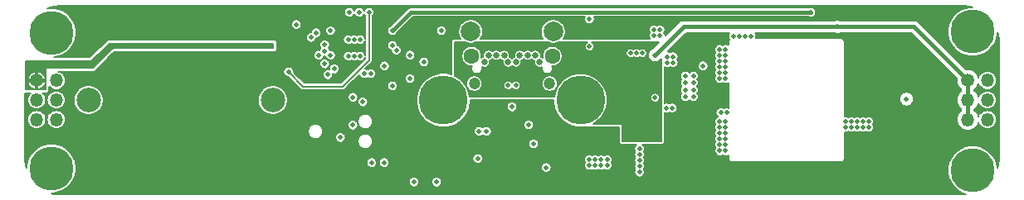
<source format=gbr>
G04 #@! TF.GenerationSoftware,KiCad,Pcbnew,(5.0.2)-1*
G04 #@! TF.CreationDate,2019-02-15T16:33:02-08:00*
G04 #@! TF.ProjectId,nixie_bottom_board,6e697869-655f-4626-9f74-746f6d5f626f,rev?*
G04 #@! TF.SameCoordinates,Original*
G04 #@! TF.FileFunction,Copper,L2,Inr*
G04 #@! TF.FilePolarity,Positive*
%FSLAX46Y46*%
G04 Gerber Fmt 4.6, Leading zero omitted, Abs format (unit mm)*
G04 Created by KiCad (PCBNEW (5.0.2)-1) date 2/15/2019 4:33:02 PM*
%MOMM*%
%LPD*%
G01*
G04 APERTURE LIST*
G04 #@! TA.AperFunction,ViaPad*
%ADD10C,1.200000*%
G04 #@! TD*
G04 #@! TA.AperFunction,ViaPad*
%ADD11C,0.650000*%
G04 #@! TD*
G04 #@! TA.AperFunction,ViaPad*
%ADD12C,2.000000*%
G04 #@! TD*
G04 #@! TA.AperFunction,ViaPad*
%ADD13C,1.600000*%
G04 #@! TD*
G04 #@! TA.AperFunction,ViaPad*
%ADD14C,1.350000*%
G04 #@! TD*
G04 #@! TA.AperFunction,ViaPad*
%ADD15O,1.350000X1.350000*%
G04 #@! TD*
G04 #@! TA.AperFunction,ViaPad*
%ADD16C,0.800000*%
G04 #@! TD*
G04 #@! TA.AperFunction,ViaPad*
%ADD17C,4.500000*%
G04 #@! TD*
G04 #@! TA.AperFunction,ViaPad*
%ADD18C,5.000000*%
G04 #@! TD*
G04 #@! TA.AperFunction,ViaPad*
%ADD19C,2.500000*%
G04 #@! TD*
G04 #@! TA.AperFunction,ViaPad*
%ADD20C,0.508000*%
G04 #@! TD*
G04 #@! TA.AperFunction,Conductor*
%ADD21C,0.400000*%
G04 #@! TD*
G04 #@! TA.AperFunction,Conductor*
%ADD22C,0.200000*%
G04 #@! TD*
G04 #@! TA.AperFunction,Conductor*
%ADD23C,0.150000*%
G04 #@! TD*
G04 APERTURE END LIST*
D10*
G04 #@! TO.N,/GND*
G04 #@! TO.C,J1*
X146155000Y-98310000D03*
X153845000Y-98310000D03*
D11*
X152400000Y-95410000D03*
X151600000Y-95410000D03*
X150800000Y-95410000D03*
G04 #@! TO.N,/CC2*
X149200000Y-95410000D03*
G04 #@! TO.N,/GND*
X148400000Y-95410000D03*
X147600000Y-95410000D03*
X152800000Y-96110000D03*
G04 #@! TO.N,/VBUS*
X151200000Y-96110000D03*
G04 #@! TO.N,/USB_N*
X150400000Y-96110000D03*
G04 #@! TO.N,/USB_P*
X149600000Y-96110000D03*
G04 #@! TO.N,/VBUS*
X148800000Y-96110000D03*
G04 #@! TO.N,/GND*
X147200000Y-96110000D03*
D12*
X154220000Y-92995000D03*
X145780000Y-92995000D03*
D13*
X145870000Y-95510000D03*
X154130000Y-95510000D03*
G04 #@! TD*
D14*
G04 #@! TO.N,/VNIXIE*
G04 #@! TO.C,J4*
X101500000Y-98000000D03*
D15*
G04 #@! TO.N,/GND*
X103500000Y-98000000D03*
X101500000Y-100000000D03*
G04 #@! TO.N,/SCL*
X103500000Y-100000000D03*
G04 #@! TO.N,/NIXIE_EN*
X101500000Y-102000000D03*
G04 #@! TO.N,/SDA*
X103500000Y-102000000D03*
G04 #@! TD*
D14*
G04 #@! TO.N,/HV_OUT*
G04 #@! TO.C,J3*
X196500000Y-98000000D03*
D15*
G04 #@! TO.N,/GND*
X198500000Y-98000000D03*
G04 #@! TO.N,/HV_OUT*
X196500000Y-100000000D03*
G04 #@! TO.N,/GND*
X198500000Y-100000000D03*
G04 #@! TO.N,/HV_OUT*
X196500000Y-102000000D03*
G04 #@! TO.N,/GND*
X198500000Y-102000000D03*
G04 #@! TD*
D16*
G04 #@! TO.N,/GND*
G04 #@! TO.C,MH1*
X104237437Y-91862563D03*
X104750000Y-93100000D03*
X104237437Y-94337437D03*
X103000000Y-94850000D03*
X101762563Y-94337437D03*
X101250000Y-93100000D03*
X101762563Y-91862563D03*
X103000000Y-91350000D03*
D17*
X103000000Y-93100000D03*
G04 #@! TD*
G04 #@! TO.N,/GND*
G04 #@! TO.C,MH2*
X103000000Y-107000000D03*
D16*
X103000000Y-105250000D03*
X101762563Y-105762563D03*
X101250000Y-107000000D03*
X101762563Y-108237437D03*
X103000000Y-108750000D03*
X104237437Y-108237437D03*
X104750000Y-107000000D03*
X104237437Y-105762563D03*
G04 #@! TD*
G04 #@! TO.N,/GND*
G04 #@! TO.C,MH3*
X198237437Y-91762563D03*
X198750000Y-93000000D03*
X198237437Y-94237437D03*
X197000000Y-94750000D03*
X195762563Y-94237437D03*
X195250000Y-93000000D03*
X195762563Y-91762563D03*
X197000000Y-91250000D03*
D17*
X197000000Y-93000000D03*
G04 #@! TD*
G04 #@! TO.N,/GND*
G04 #@! TO.C,MH4*
X197000000Y-107200000D03*
D16*
X197000000Y-105450000D03*
X195762563Y-105962563D03*
X195250000Y-107200000D03*
X195762563Y-108437437D03*
X197000000Y-108950000D03*
X198237437Y-108437437D03*
X198750000Y-107200000D03*
X198237437Y-105962563D03*
G04 #@! TD*
D18*
G04 #@! TO.N,/GND*
G04 #@! TO.C,MH6*
X157000000Y-100000000D03*
D16*
X158875000Y-100000000D03*
X158325825Y-101325825D03*
X157000000Y-101875000D03*
X155674175Y-101325825D03*
X155125000Y-100000000D03*
X155674175Y-98674175D03*
X157000000Y-98125000D03*
X158325825Y-98674175D03*
G04 #@! TD*
G04 #@! TO.N,/GND*
G04 #@! TO.C,MH5*
X144325825Y-98674175D03*
X143000000Y-98125000D03*
X141674175Y-98674175D03*
X141125000Y-100000000D03*
X141674175Y-101325825D03*
X143000000Y-101875000D03*
X144325825Y-101325825D03*
X144875000Y-100000000D03*
D18*
X143000000Y-100000000D03*
G04 #@! TD*
D19*
G04 #@! TO.N,*
G04 #@! TO.C,BT1*
X106800000Y-100000000D03*
G04 #@! TO.N,Net-(BT1-Pad1)*
X125600000Y-100000000D03*
G04 #@! TD*
D20*
G04 #@! TO.N,/VNIXIE*
X124800000Y-94450000D03*
G04 #@! TO.N,Net-(Q1-Pad1)*
X171200000Y-105200000D03*
X171800000Y-105200000D03*
X171200000Y-104600000D03*
X171800000Y-104600000D03*
X171200000Y-104000000D03*
X171800000Y-104000000D03*
X171200000Y-103400000D03*
X171800000Y-103400000D03*
X171200000Y-102800000D03*
X171800000Y-102800000D03*
X171200000Y-102200000D03*
X171800000Y-102200000D03*
G04 #@! TO.N,/HV_OUT*
X164600000Y-95400000D03*
X190250000Y-99900000D03*
X183200000Y-92500000D03*
G04 #@! TO.N,/VDD*
X130600000Y-92400000D03*
X139800000Y-106450000D03*
X145950000Y-100700000D03*
X128000000Y-93050000D03*
X159600000Y-103100000D03*
X159000000Y-103100000D03*
X158400000Y-103100000D03*
X157800000Y-103100000D03*
X138850000Y-93900000D03*
X159600000Y-103700000D03*
X159000000Y-103700000D03*
X157800000Y-103700000D03*
X158400000Y-103700000D03*
X131230000Y-103835000D03*
X138900000Y-99300000D03*
X138000000Y-102450000D03*
X154050000Y-105150000D03*
X138850000Y-96900000D03*
G04 #@! TO.N,/VNIXIE*
X125400000Y-94450000D03*
G04 #@! TO.N,/SCL*
X130000000Y-93100000D03*
X136950000Y-106400000D03*
G04 #@! TO.N,/SDA*
X129500000Y-93600000D03*
X135675000Y-106400000D03*
G04 #@! TO.N,/HV_EN*
X169500000Y-96500000D03*
X157900000Y-94500000D03*
X157900000Y-91700000D03*
G04 #@! TO.N,/SWO*
X131225000Y-97400000D03*
X133770000Y-102565000D03*
G04 #@! TO.N,/NRST*
X137800000Y-94400000D03*
X146500000Y-106000000D03*
X134800000Y-100200000D03*
G04 #@! TO.N,/DAC*
X135400000Y-91000000D03*
X127200000Y-97100000D03*
G04 #@! TO.N,/USB_N*
X149600000Y-98500000D03*
X130900000Y-94325000D03*
G04 #@! TO.N,/USB_P*
X130900000Y-94975000D03*
X150400000Y-98500000D03*
G04 #@! TO.N,Net-(D4-Pad2)*
X184000000Y-102800000D03*
X184600000Y-102800000D03*
X185800000Y-102800000D03*
X186400000Y-102800000D03*
X186400000Y-102200000D03*
X185800000Y-102200000D03*
X184600000Y-102200000D03*
X184000000Y-102200000D03*
X185200000Y-102200000D03*
X185200000Y-102800000D03*
G04 #@! TO.N,/SWDIO*
X131500000Y-95400000D03*
G04 #@! TO.N,/SWCLK*
X131875000Y-96800000D03*
G04 #@! TO.N,/HV_IN*
X171800000Y-94800000D03*
X171200000Y-94800000D03*
X171200000Y-95400000D03*
X171800000Y-95400000D03*
X171800000Y-97200000D03*
X171800000Y-97800000D03*
X171200000Y-97200000D03*
X171200000Y-97800000D03*
X171800000Y-96600000D03*
X171200000Y-96600000D03*
X171200000Y-96000000D03*
X171800000Y-96000000D03*
G04 #@! TO.N,/USB*
X147400000Y-103200000D03*
X133775000Y-99700000D03*
G04 #@! TO.N,/ILM*
X142800000Y-92900000D03*
G04 #@! TO.N,/32kHz*
X137800000Y-98550000D03*
X139600000Y-95400000D03*
G04 #@! TO.N,/AMP_EN*
X130300000Y-95400000D03*
X133400000Y-91000000D03*
G04 #@! TO.N,/NIXIE_EN*
X134400000Y-91000000D03*
G04 #@! TO.N,/MCO*
X131500000Y-92900000D03*
G04 #@! TO.N,/LED*
X138200000Y-94900000D03*
X146650000Y-103200000D03*
G04 #@! TO.N,Net-(R2-Pad1)*
X153500000Y-106900000D03*
X139600000Y-97800000D03*
G04 #@! TO.N,Net-(R20-Pad2)*
X137800000Y-92900000D03*
X180500000Y-91000000D03*
G04 #@! TO.N,/GND*
X152200000Y-104500000D03*
X134500000Y-93800000D03*
X133900000Y-93800000D03*
X133300000Y-93800000D03*
X134500000Y-95500000D03*
X133900000Y-95500000D03*
X133300000Y-95500000D03*
X171900000Y-101300000D03*
X171300000Y-101300000D03*
X167687500Y-99668750D03*
X168512500Y-99668750D03*
X168512500Y-98956250D03*
X167687500Y-98956250D03*
X167687500Y-98243750D03*
X168512500Y-98243750D03*
X168512500Y-97531250D03*
X167687500Y-97531250D03*
X128000000Y-92250000D03*
X166350000Y-100800000D03*
X165750000Y-100800000D03*
X164600000Y-99750000D03*
X164500000Y-92800000D03*
X162100000Y-95200000D03*
X162700000Y-95200000D03*
X163300000Y-95200000D03*
X130900000Y-96300000D03*
X159700000Y-106700000D03*
X163000000Y-105000000D03*
X163000000Y-105600000D03*
X163000000Y-106200000D03*
X163000000Y-106800000D03*
X163000000Y-107400000D03*
X165100000Y-92800000D03*
X164500000Y-93400000D03*
X165100000Y-93400000D03*
X150000000Y-100700000D03*
X165850000Y-96150000D03*
X166450000Y-96150000D03*
X166450000Y-95550000D03*
X165850000Y-95550000D03*
X151700000Y-102550000D03*
X172600000Y-93500000D03*
X173200000Y-93500000D03*
X173800000Y-93500000D03*
X157900000Y-106100000D03*
X159100000Y-106100000D03*
X159700000Y-106100000D03*
X132500000Y-103835000D03*
X174400000Y-93500000D03*
X137000000Y-96500000D03*
X141000000Y-96100000D03*
G04 #@! TO.N,/VNIXIE*
X124200000Y-94450000D03*
G04 #@! TO.N,/GND*
X158500000Y-106100000D03*
X158500000Y-106700000D03*
X159100000Y-106700000D03*
X157900000Y-106700000D03*
G04 #@! TO.N,/VBUS*
X165000000Y-101400000D03*
X164400000Y-101400000D03*
X165000000Y-102000000D03*
X165000000Y-102600000D03*
X165000000Y-103200000D03*
X160200000Y-94900000D03*
X159300000Y-95400000D03*
X159900000Y-95400000D03*
X160500000Y-95400000D03*
X161100000Y-95400000D03*
X160800000Y-94900000D03*
X151600000Y-98200000D03*
X151600000Y-98800000D03*
X148400000Y-98200000D03*
X148400000Y-98800000D03*
X148000000Y-96100000D03*
X165000000Y-103800000D03*
X152000000Y-96100000D03*
X163250000Y-100400000D03*
G04 #@! TO.N,/UART_TX*
X134900000Y-97300000D03*
X140000000Y-108400000D03*
G04 #@! TO.N,/UART_RX*
X135600000Y-97300000D03*
X142300000Y-108400000D03*
G04 #@! TD*
D21*
G04 #@! TO.N,/HV_OUT*
X196500000Y-98000000D02*
X196500000Y-100000000D01*
X196500000Y-100000000D02*
X196500000Y-102000000D01*
X191000000Y-92500000D02*
X196500000Y-98000000D01*
X164600000Y-95400000D02*
X167500000Y-92500000D01*
X167500000Y-92500000D02*
X183200000Y-92500000D01*
X183200000Y-92500000D02*
X191000000Y-92500000D01*
D22*
G04 #@! TO.N,/DAC*
X135400000Y-95900000D02*
X135400000Y-91000000D01*
X132700000Y-98600000D02*
X135400000Y-95900000D01*
X128650000Y-98600000D02*
X132700000Y-98600000D01*
X127200000Y-97150000D02*
X128650000Y-98600000D01*
D21*
G04 #@! TO.N,Net-(R20-Pad2)*
X139700000Y-91000000D02*
X137800000Y-92900000D01*
X180500000Y-91000000D02*
X139700000Y-91000000D01*
G04 #@! TD*
D23*
G04 #@! TO.N,/VDD*
G36*
X196713508Y-90396518D02*
X196973451Y-90475000D01*
X196751309Y-90475000D01*
X196263485Y-90572035D01*
X195803964Y-90762374D01*
X195390407Y-91038705D01*
X195038705Y-91390407D01*
X194762374Y-91803964D01*
X194572035Y-92263485D01*
X194475000Y-92751309D01*
X194475000Y-93248691D01*
X194572035Y-93736515D01*
X194762374Y-94196036D01*
X195038705Y-94609593D01*
X195390407Y-94961295D01*
X195803964Y-95237626D01*
X196263485Y-95427965D01*
X196751309Y-95525000D01*
X197248691Y-95525000D01*
X197736515Y-95427965D01*
X198196036Y-95237626D01*
X198609593Y-94961295D01*
X198961295Y-94609593D01*
X199237626Y-94196036D01*
X199427965Y-93736515D01*
X199525000Y-93248691D01*
X199525000Y-93024195D01*
X199598412Y-93261352D01*
X199674962Y-93989675D01*
X199675001Y-94000841D01*
X199675000Y-105984103D01*
X199603482Y-106713508D01*
X199525000Y-106973452D01*
X199525000Y-106951309D01*
X199427965Y-106463485D01*
X199237626Y-106003964D01*
X198961295Y-105590407D01*
X198609593Y-105238705D01*
X198196036Y-104962374D01*
X197736515Y-104772035D01*
X197248691Y-104675000D01*
X196751309Y-104675000D01*
X196263485Y-104772035D01*
X195803964Y-104962374D01*
X195390407Y-105238705D01*
X195038705Y-105590407D01*
X194762374Y-106003964D01*
X194572035Y-106463485D01*
X194475000Y-106951309D01*
X194475000Y-107448691D01*
X194572035Y-107936515D01*
X194762374Y-108396036D01*
X195038705Y-108809593D01*
X195390407Y-109161295D01*
X195803964Y-109437626D01*
X196263485Y-109627965D01*
X196330550Y-109641305D01*
X196010325Y-109674962D01*
X195999447Y-109675000D01*
X104015897Y-109675000D01*
X103286492Y-109603482D01*
X103026548Y-109525000D01*
X103248691Y-109525000D01*
X103736515Y-109427965D01*
X104196036Y-109237626D01*
X104609593Y-108961295D01*
X104961295Y-108609593D01*
X105136154Y-108347898D01*
X139471000Y-108347898D01*
X139471000Y-108452102D01*
X139491329Y-108554304D01*
X139531206Y-108650576D01*
X139589099Y-108737218D01*
X139662782Y-108810901D01*
X139749424Y-108868794D01*
X139845696Y-108908671D01*
X139947898Y-108929000D01*
X140052102Y-108929000D01*
X140154304Y-108908671D01*
X140250576Y-108868794D01*
X140337218Y-108810901D01*
X140410901Y-108737218D01*
X140468794Y-108650576D01*
X140508671Y-108554304D01*
X140529000Y-108452102D01*
X140529000Y-108347898D01*
X141771000Y-108347898D01*
X141771000Y-108452102D01*
X141791329Y-108554304D01*
X141831206Y-108650576D01*
X141889099Y-108737218D01*
X141962782Y-108810901D01*
X142049424Y-108868794D01*
X142145696Y-108908671D01*
X142247898Y-108929000D01*
X142352102Y-108929000D01*
X142454304Y-108908671D01*
X142550576Y-108868794D01*
X142637218Y-108810901D01*
X142710901Y-108737218D01*
X142768794Y-108650576D01*
X142808671Y-108554304D01*
X142829000Y-108452102D01*
X142829000Y-108347898D01*
X142808671Y-108245696D01*
X142768794Y-108149424D01*
X142710901Y-108062782D01*
X142637218Y-107989099D01*
X142550576Y-107931206D01*
X142454304Y-107891329D01*
X142352102Y-107871000D01*
X142247898Y-107871000D01*
X142145696Y-107891329D01*
X142049424Y-107931206D01*
X141962782Y-107989099D01*
X141889099Y-108062782D01*
X141831206Y-108149424D01*
X141791329Y-108245696D01*
X141771000Y-108347898D01*
X140529000Y-108347898D01*
X140508671Y-108245696D01*
X140468794Y-108149424D01*
X140410901Y-108062782D01*
X140337218Y-107989099D01*
X140250576Y-107931206D01*
X140154304Y-107891329D01*
X140052102Y-107871000D01*
X139947898Y-107871000D01*
X139845696Y-107891329D01*
X139749424Y-107931206D01*
X139662782Y-107989099D01*
X139589099Y-108062782D01*
X139531206Y-108149424D01*
X139491329Y-108245696D01*
X139471000Y-108347898D01*
X105136154Y-108347898D01*
X105237626Y-108196036D01*
X105427965Y-107736515D01*
X105525000Y-107248691D01*
X105525000Y-106751309D01*
X105444756Y-106347898D01*
X135146000Y-106347898D01*
X135146000Y-106452102D01*
X135166329Y-106554304D01*
X135206206Y-106650576D01*
X135264099Y-106737218D01*
X135337782Y-106810901D01*
X135424424Y-106868794D01*
X135520696Y-106908671D01*
X135622898Y-106929000D01*
X135727102Y-106929000D01*
X135829304Y-106908671D01*
X135925576Y-106868794D01*
X136012218Y-106810901D01*
X136085901Y-106737218D01*
X136143794Y-106650576D01*
X136183671Y-106554304D01*
X136204000Y-106452102D01*
X136204000Y-106347898D01*
X136421000Y-106347898D01*
X136421000Y-106452102D01*
X136441329Y-106554304D01*
X136481206Y-106650576D01*
X136539099Y-106737218D01*
X136612782Y-106810901D01*
X136699424Y-106868794D01*
X136795696Y-106908671D01*
X136897898Y-106929000D01*
X137002102Y-106929000D01*
X137104304Y-106908671D01*
X137200576Y-106868794D01*
X137231848Y-106847898D01*
X152971000Y-106847898D01*
X152971000Y-106952102D01*
X152991329Y-107054304D01*
X153031206Y-107150576D01*
X153089099Y-107237218D01*
X153162782Y-107310901D01*
X153249424Y-107368794D01*
X153345696Y-107408671D01*
X153447898Y-107429000D01*
X153552102Y-107429000D01*
X153654304Y-107408671D01*
X153750576Y-107368794D01*
X153837218Y-107310901D01*
X153910901Y-107237218D01*
X153968794Y-107150576D01*
X154008671Y-107054304D01*
X154029000Y-106952102D01*
X154029000Y-106847898D01*
X154008671Y-106745696D01*
X153968794Y-106649424D01*
X153910901Y-106562782D01*
X153837218Y-106489099D01*
X153750576Y-106431206D01*
X153654304Y-106391329D01*
X153552102Y-106371000D01*
X153447898Y-106371000D01*
X153345696Y-106391329D01*
X153249424Y-106431206D01*
X153162782Y-106489099D01*
X153089099Y-106562782D01*
X153031206Y-106649424D01*
X152991329Y-106745696D01*
X152971000Y-106847898D01*
X137231848Y-106847898D01*
X137287218Y-106810901D01*
X137360901Y-106737218D01*
X137418794Y-106650576D01*
X137458671Y-106554304D01*
X137479000Y-106452102D01*
X137479000Y-106347898D01*
X137458671Y-106245696D01*
X137418794Y-106149424D01*
X137360901Y-106062782D01*
X137287218Y-105989099D01*
X137225558Y-105947898D01*
X145971000Y-105947898D01*
X145971000Y-106052102D01*
X145991329Y-106154304D01*
X146031206Y-106250576D01*
X146089099Y-106337218D01*
X146162782Y-106410901D01*
X146249424Y-106468794D01*
X146345696Y-106508671D01*
X146447898Y-106529000D01*
X146552102Y-106529000D01*
X146654304Y-106508671D01*
X146750576Y-106468794D01*
X146837218Y-106410901D01*
X146910901Y-106337218D01*
X146968794Y-106250576D01*
X147008671Y-106154304D01*
X147029000Y-106052102D01*
X147029000Y-106047898D01*
X157371000Y-106047898D01*
X157371000Y-106152102D01*
X157391329Y-106254304D01*
X157431206Y-106350576D01*
X157464230Y-106400000D01*
X157431206Y-106449424D01*
X157391329Y-106545696D01*
X157371000Y-106647898D01*
X157371000Y-106752102D01*
X157391329Y-106854304D01*
X157431206Y-106950576D01*
X157489099Y-107037218D01*
X157562782Y-107110901D01*
X157649424Y-107168794D01*
X157745696Y-107208671D01*
X157847898Y-107229000D01*
X157952102Y-107229000D01*
X158054304Y-107208671D01*
X158150576Y-107168794D01*
X158200000Y-107135770D01*
X158249424Y-107168794D01*
X158345696Y-107208671D01*
X158447898Y-107229000D01*
X158552102Y-107229000D01*
X158654304Y-107208671D01*
X158750576Y-107168794D01*
X158800000Y-107135770D01*
X158849424Y-107168794D01*
X158945696Y-107208671D01*
X159047898Y-107229000D01*
X159152102Y-107229000D01*
X159254304Y-107208671D01*
X159350576Y-107168794D01*
X159400000Y-107135770D01*
X159449424Y-107168794D01*
X159545696Y-107208671D01*
X159647898Y-107229000D01*
X159752102Y-107229000D01*
X159854304Y-107208671D01*
X159950576Y-107168794D01*
X160037218Y-107110901D01*
X160110901Y-107037218D01*
X160168794Y-106950576D01*
X160208671Y-106854304D01*
X160229000Y-106752102D01*
X160229000Y-106647898D01*
X160208671Y-106545696D01*
X160168794Y-106449424D01*
X160135770Y-106400000D01*
X160168794Y-106350576D01*
X160208671Y-106254304D01*
X160229000Y-106152102D01*
X160229000Y-106047898D01*
X160208671Y-105945696D01*
X160168794Y-105849424D01*
X160110901Y-105762782D01*
X160037218Y-105689099D01*
X159950576Y-105631206D01*
X159854304Y-105591329D01*
X159752102Y-105571000D01*
X159647898Y-105571000D01*
X159545696Y-105591329D01*
X159449424Y-105631206D01*
X159400000Y-105664230D01*
X159350576Y-105631206D01*
X159254304Y-105591329D01*
X159152102Y-105571000D01*
X159047898Y-105571000D01*
X158945696Y-105591329D01*
X158849424Y-105631206D01*
X158800000Y-105664230D01*
X158750576Y-105631206D01*
X158654304Y-105591329D01*
X158552102Y-105571000D01*
X158447898Y-105571000D01*
X158345696Y-105591329D01*
X158249424Y-105631206D01*
X158200000Y-105664230D01*
X158150576Y-105631206D01*
X158054304Y-105591329D01*
X157952102Y-105571000D01*
X157847898Y-105571000D01*
X157745696Y-105591329D01*
X157649424Y-105631206D01*
X157562782Y-105689099D01*
X157489099Y-105762782D01*
X157431206Y-105849424D01*
X157391329Y-105945696D01*
X157371000Y-106047898D01*
X147029000Y-106047898D01*
X147029000Y-105947898D01*
X147008671Y-105845696D01*
X146968794Y-105749424D01*
X146910901Y-105662782D01*
X146837218Y-105589099D01*
X146750576Y-105531206D01*
X146654304Y-105491329D01*
X146552102Y-105471000D01*
X146447898Y-105471000D01*
X146345696Y-105491329D01*
X146249424Y-105531206D01*
X146162782Y-105589099D01*
X146089099Y-105662782D01*
X146031206Y-105749424D01*
X145991329Y-105845696D01*
X145971000Y-105947898D01*
X137225558Y-105947898D01*
X137200576Y-105931206D01*
X137104304Y-105891329D01*
X137002102Y-105871000D01*
X136897898Y-105871000D01*
X136795696Y-105891329D01*
X136699424Y-105931206D01*
X136612782Y-105989099D01*
X136539099Y-106062782D01*
X136481206Y-106149424D01*
X136441329Y-106245696D01*
X136421000Y-106347898D01*
X136204000Y-106347898D01*
X136183671Y-106245696D01*
X136143794Y-106149424D01*
X136085901Y-106062782D01*
X136012218Y-105989099D01*
X135925576Y-105931206D01*
X135829304Y-105891329D01*
X135727102Y-105871000D01*
X135622898Y-105871000D01*
X135520696Y-105891329D01*
X135424424Y-105931206D01*
X135337782Y-105989099D01*
X135264099Y-106062782D01*
X135206206Y-106149424D01*
X135166329Y-106245696D01*
X135146000Y-106347898D01*
X105444756Y-106347898D01*
X105427965Y-106263485D01*
X105237626Y-105803964D01*
X104961295Y-105390407D01*
X104609593Y-105038705D01*
X104196036Y-104762374D01*
X103736515Y-104572035D01*
X103248691Y-104475000D01*
X102751309Y-104475000D01*
X102263485Y-104572035D01*
X101803964Y-104762374D01*
X101390407Y-105038705D01*
X101038705Y-105390407D01*
X100762374Y-105803964D01*
X100572035Y-106263485D01*
X100475000Y-106751309D01*
X100475000Y-106975807D01*
X100401589Y-106738653D01*
X100325038Y-106010325D01*
X100325000Y-105999447D01*
X100325000Y-103124132D01*
X129189700Y-103124132D01*
X129189700Y-103275868D01*
X129219302Y-103424688D01*
X129277369Y-103564874D01*
X129361669Y-103691038D01*
X129468962Y-103798331D01*
X129595126Y-103882631D01*
X129735312Y-103940698D01*
X129884132Y-103970300D01*
X130035868Y-103970300D01*
X130184688Y-103940698D01*
X130324874Y-103882631D01*
X130451038Y-103798331D01*
X130466471Y-103782898D01*
X131971000Y-103782898D01*
X131971000Y-103887102D01*
X131991329Y-103989304D01*
X132031206Y-104085576D01*
X132089099Y-104172218D01*
X132162782Y-104245901D01*
X132249424Y-104303794D01*
X132345696Y-104343671D01*
X132447898Y-104364000D01*
X132552102Y-104364000D01*
X132654304Y-104343671D01*
X132750576Y-104303794D01*
X132837218Y-104245901D01*
X132910901Y-104172218D01*
X132932340Y-104140132D01*
X134269700Y-104140132D01*
X134269700Y-104291868D01*
X134299302Y-104440688D01*
X134357369Y-104580874D01*
X134441669Y-104707038D01*
X134548962Y-104814331D01*
X134675126Y-104898631D01*
X134815312Y-104956698D01*
X134964132Y-104986300D01*
X135115868Y-104986300D01*
X135264688Y-104956698D01*
X135404874Y-104898631D01*
X135531038Y-104814331D01*
X135638331Y-104707038D01*
X135722631Y-104580874D01*
X135777711Y-104447898D01*
X151671000Y-104447898D01*
X151671000Y-104552102D01*
X151691329Y-104654304D01*
X151731206Y-104750576D01*
X151789099Y-104837218D01*
X151862782Y-104910901D01*
X151949424Y-104968794D01*
X152045696Y-105008671D01*
X152147898Y-105029000D01*
X152252102Y-105029000D01*
X152354304Y-105008671D01*
X152450576Y-104968794D01*
X152537218Y-104910901D01*
X152610901Y-104837218D01*
X152668794Y-104750576D01*
X152708671Y-104654304D01*
X152729000Y-104552102D01*
X152729000Y-104447898D01*
X152708671Y-104345696D01*
X152668794Y-104249424D01*
X152610901Y-104162782D01*
X152537218Y-104089099D01*
X152450576Y-104031206D01*
X152354304Y-103991329D01*
X152252102Y-103971000D01*
X152147898Y-103971000D01*
X152045696Y-103991329D01*
X151949424Y-104031206D01*
X151862782Y-104089099D01*
X151789099Y-104162782D01*
X151731206Y-104249424D01*
X151691329Y-104345696D01*
X151671000Y-104447898D01*
X135777711Y-104447898D01*
X135780698Y-104440688D01*
X135810300Y-104291868D01*
X135810300Y-104140132D01*
X135780698Y-103991312D01*
X135722631Y-103851126D01*
X135638331Y-103724962D01*
X135531038Y-103617669D01*
X135404874Y-103533369D01*
X135264688Y-103475302D01*
X135115868Y-103445700D01*
X134964132Y-103445700D01*
X134815312Y-103475302D01*
X134675126Y-103533369D01*
X134548962Y-103617669D01*
X134441669Y-103724962D01*
X134357369Y-103851126D01*
X134299302Y-103991312D01*
X134269700Y-104140132D01*
X132932340Y-104140132D01*
X132968794Y-104085576D01*
X133008671Y-103989304D01*
X133029000Y-103887102D01*
X133029000Y-103782898D01*
X133008671Y-103680696D01*
X132968794Y-103584424D01*
X132910901Y-103497782D01*
X132837218Y-103424099D01*
X132750576Y-103366206D01*
X132654304Y-103326329D01*
X132552102Y-103306000D01*
X132447898Y-103306000D01*
X132345696Y-103326329D01*
X132249424Y-103366206D01*
X132162782Y-103424099D01*
X132089099Y-103497782D01*
X132031206Y-103584424D01*
X131991329Y-103680696D01*
X131971000Y-103782898D01*
X130466471Y-103782898D01*
X130558331Y-103691038D01*
X130642631Y-103564874D01*
X130700698Y-103424688D01*
X130730300Y-103275868D01*
X130730300Y-103147898D01*
X146121000Y-103147898D01*
X146121000Y-103252102D01*
X146141329Y-103354304D01*
X146181206Y-103450576D01*
X146239099Y-103537218D01*
X146312782Y-103610901D01*
X146399424Y-103668794D01*
X146495696Y-103708671D01*
X146597898Y-103729000D01*
X146702102Y-103729000D01*
X146804304Y-103708671D01*
X146900576Y-103668794D01*
X146987218Y-103610901D01*
X147025000Y-103573119D01*
X147062782Y-103610901D01*
X147149424Y-103668794D01*
X147245696Y-103708671D01*
X147347898Y-103729000D01*
X147452102Y-103729000D01*
X147554304Y-103708671D01*
X147650576Y-103668794D01*
X147737218Y-103610901D01*
X147810901Y-103537218D01*
X147868794Y-103450576D01*
X147908671Y-103354304D01*
X147929000Y-103252102D01*
X147929000Y-103147898D01*
X147908671Y-103045696D01*
X147868794Y-102949424D01*
X147810901Y-102862782D01*
X147737218Y-102789099D01*
X147650576Y-102731206D01*
X147554304Y-102691329D01*
X147452102Y-102671000D01*
X147347898Y-102671000D01*
X147245696Y-102691329D01*
X147149424Y-102731206D01*
X147062782Y-102789099D01*
X147025000Y-102826881D01*
X146987218Y-102789099D01*
X146900576Y-102731206D01*
X146804304Y-102691329D01*
X146702102Y-102671000D01*
X146597898Y-102671000D01*
X146495696Y-102691329D01*
X146399424Y-102731206D01*
X146312782Y-102789099D01*
X146239099Y-102862782D01*
X146181206Y-102949424D01*
X146141329Y-103045696D01*
X146121000Y-103147898D01*
X130730300Y-103147898D01*
X130730300Y-103124132D01*
X130700698Y-102975312D01*
X130642631Y-102835126D01*
X130558331Y-102708962D01*
X130451038Y-102601669D01*
X130324874Y-102517369D01*
X130314081Y-102512898D01*
X133241000Y-102512898D01*
X133241000Y-102617102D01*
X133261329Y-102719304D01*
X133301206Y-102815576D01*
X133359099Y-102902218D01*
X133432782Y-102975901D01*
X133519424Y-103033794D01*
X133615696Y-103073671D01*
X133717898Y-103094000D01*
X133822102Y-103094000D01*
X133924304Y-103073671D01*
X134020576Y-103033794D01*
X134107218Y-102975901D01*
X134180901Y-102902218D01*
X134238794Y-102815576D01*
X134278671Y-102719304D01*
X134299000Y-102617102D01*
X134299000Y-102512898D01*
X134278671Y-102410696D01*
X134238794Y-102314424D01*
X134180901Y-102227782D01*
X134107218Y-102154099D01*
X134038425Y-102108132D01*
X134269700Y-102108132D01*
X134269700Y-102259868D01*
X134299302Y-102408688D01*
X134357369Y-102548874D01*
X134441669Y-102675038D01*
X134548962Y-102782331D01*
X134675126Y-102866631D01*
X134815312Y-102924698D01*
X134964132Y-102954300D01*
X135115868Y-102954300D01*
X135264688Y-102924698D01*
X135404874Y-102866631D01*
X135531038Y-102782331D01*
X135638331Y-102675038D01*
X135722631Y-102548874D01*
X135780698Y-102408688D01*
X135810300Y-102259868D01*
X135810300Y-102108132D01*
X135780698Y-101959312D01*
X135722631Y-101819126D01*
X135638331Y-101692962D01*
X135531038Y-101585669D01*
X135404874Y-101501369D01*
X135264688Y-101443302D01*
X135115868Y-101413700D01*
X134964132Y-101413700D01*
X134815312Y-101443302D01*
X134675126Y-101501369D01*
X134548962Y-101585669D01*
X134441669Y-101692962D01*
X134357369Y-101819126D01*
X134299302Y-101959312D01*
X134269700Y-102108132D01*
X134038425Y-102108132D01*
X134020576Y-102096206D01*
X133924304Y-102056329D01*
X133822102Y-102036000D01*
X133717898Y-102036000D01*
X133615696Y-102056329D01*
X133519424Y-102096206D01*
X133432782Y-102154099D01*
X133359099Y-102227782D01*
X133301206Y-102314424D01*
X133261329Y-102410696D01*
X133241000Y-102512898D01*
X130314081Y-102512898D01*
X130184688Y-102459302D01*
X130035868Y-102429700D01*
X129884132Y-102429700D01*
X129735312Y-102459302D01*
X129595126Y-102517369D01*
X129468962Y-102601669D01*
X129361669Y-102708962D01*
X129277369Y-102835126D01*
X129219302Y-102975312D01*
X129189700Y-103124132D01*
X100325000Y-103124132D01*
X100325000Y-102000000D01*
X100545404Y-102000000D01*
X100563746Y-102186232D01*
X100618068Y-102365308D01*
X100706282Y-102530345D01*
X100824999Y-102675001D01*
X100969655Y-102793718D01*
X101134692Y-102881932D01*
X101313768Y-102936254D01*
X101453335Y-102950000D01*
X101546665Y-102950000D01*
X101686232Y-102936254D01*
X101865308Y-102881932D01*
X102030345Y-102793718D01*
X102175001Y-102675001D01*
X102293718Y-102530345D01*
X102381932Y-102365308D01*
X102436254Y-102186232D01*
X102454596Y-102000000D01*
X102545404Y-102000000D01*
X102563746Y-102186232D01*
X102618068Y-102365308D01*
X102706282Y-102530345D01*
X102824999Y-102675001D01*
X102969655Y-102793718D01*
X103134692Y-102881932D01*
X103313768Y-102936254D01*
X103453335Y-102950000D01*
X103546665Y-102950000D01*
X103686232Y-102936254D01*
X103865308Y-102881932D01*
X104030345Y-102793718D01*
X104175001Y-102675001D01*
X104293718Y-102530345D01*
X104381932Y-102365308D01*
X104436254Y-102186232D01*
X104454596Y-102000000D01*
X104436254Y-101813768D01*
X104381932Y-101634692D01*
X104293718Y-101469655D01*
X104175001Y-101324999D01*
X104030345Y-101206282D01*
X103865308Y-101118068D01*
X103686232Y-101063746D01*
X103546665Y-101050000D01*
X103453335Y-101050000D01*
X103313768Y-101063746D01*
X103134692Y-101118068D01*
X102969655Y-101206282D01*
X102824999Y-101324999D01*
X102706282Y-101469655D01*
X102618068Y-101634692D01*
X102563746Y-101813768D01*
X102545404Y-102000000D01*
X102454596Y-102000000D01*
X102436254Y-101813768D01*
X102381932Y-101634692D01*
X102293718Y-101469655D01*
X102175001Y-101324999D01*
X102030345Y-101206282D01*
X101865308Y-101118068D01*
X101686232Y-101063746D01*
X101546665Y-101050000D01*
X101453335Y-101050000D01*
X101313768Y-101063746D01*
X101134692Y-101118068D01*
X100969655Y-101206282D01*
X100824999Y-101324999D01*
X100706282Y-101469655D01*
X100618068Y-101634692D01*
X100563746Y-101813768D01*
X100545404Y-102000000D01*
X100325000Y-102000000D01*
X100325000Y-99275000D01*
X100885923Y-99275000D01*
X100824999Y-99324999D01*
X100706282Y-99469655D01*
X100618068Y-99634692D01*
X100563746Y-99813768D01*
X100545404Y-100000000D01*
X100563746Y-100186232D01*
X100618068Y-100365308D01*
X100706282Y-100530345D01*
X100824999Y-100675001D01*
X100969655Y-100793718D01*
X101134692Y-100881932D01*
X101313768Y-100936254D01*
X101453335Y-100950000D01*
X101546665Y-100950000D01*
X101686232Y-100936254D01*
X101865308Y-100881932D01*
X102030345Y-100793718D01*
X102175001Y-100675001D01*
X102293718Y-100530345D01*
X102381932Y-100365308D01*
X102436254Y-100186232D01*
X102454596Y-100000000D01*
X102545404Y-100000000D01*
X102563746Y-100186232D01*
X102618068Y-100365308D01*
X102706282Y-100530345D01*
X102824999Y-100675001D01*
X102969655Y-100793718D01*
X103134692Y-100881932D01*
X103313768Y-100936254D01*
X103453335Y-100950000D01*
X103546665Y-100950000D01*
X103686232Y-100936254D01*
X103865308Y-100881932D01*
X104030345Y-100793718D01*
X104175001Y-100675001D01*
X104293718Y-100530345D01*
X104381932Y-100365308D01*
X104436254Y-100186232D01*
X104454596Y-100000000D01*
X104439803Y-99849801D01*
X105275000Y-99849801D01*
X105275000Y-100150199D01*
X105333605Y-100444826D01*
X105448562Y-100722358D01*
X105615455Y-100972131D01*
X105827869Y-101184545D01*
X106077642Y-101351438D01*
X106355174Y-101466395D01*
X106649801Y-101525000D01*
X106950199Y-101525000D01*
X107244826Y-101466395D01*
X107522358Y-101351438D01*
X107772131Y-101184545D01*
X107984545Y-100972131D01*
X108151438Y-100722358D01*
X108266395Y-100444826D01*
X108325000Y-100150199D01*
X108325000Y-99849801D01*
X124075000Y-99849801D01*
X124075000Y-100150199D01*
X124133605Y-100444826D01*
X124248562Y-100722358D01*
X124415455Y-100972131D01*
X124627869Y-101184545D01*
X124877642Y-101351438D01*
X125155174Y-101466395D01*
X125449801Y-101525000D01*
X125750199Y-101525000D01*
X126044826Y-101466395D01*
X126322358Y-101351438D01*
X126572131Y-101184545D01*
X126784545Y-100972131D01*
X126951438Y-100722358D01*
X127066395Y-100444826D01*
X127125000Y-100150199D01*
X127125000Y-99849801D01*
X127084839Y-99647898D01*
X133246000Y-99647898D01*
X133246000Y-99752102D01*
X133266329Y-99854304D01*
X133306206Y-99950576D01*
X133364099Y-100037218D01*
X133437782Y-100110901D01*
X133524424Y-100168794D01*
X133620696Y-100208671D01*
X133722898Y-100229000D01*
X133827102Y-100229000D01*
X133929304Y-100208671D01*
X134025576Y-100168794D01*
X134056848Y-100147898D01*
X134271000Y-100147898D01*
X134271000Y-100252102D01*
X134291329Y-100354304D01*
X134331206Y-100450576D01*
X134389099Y-100537218D01*
X134462782Y-100610901D01*
X134549424Y-100668794D01*
X134645696Y-100708671D01*
X134747898Y-100729000D01*
X134852102Y-100729000D01*
X134954304Y-100708671D01*
X135050576Y-100668794D01*
X135137218Y-100610901D01*
X135210901Y-100537218D01*
X135268794Y-100450576D01*
X135308671Y-100354304D01*
X135329000Y-100252102D01*
X135329000Y-100147898D01*
X135308671Y-100045696D01*
X135268794Y-99949424D01*
X135210901Y-99862782D01*
X135137218Y-99789099D01*
X135050576Y-99731206D01*
X135039664Y-99726686D01*
X140225000Y-99726686D01*
X140225000Y-100273314D01*
X140331642Y-100809438D01*
X140540827Y-101314455D01*
X140844517Y-101768959D01*
X141231041Y-102155483D01*
X141685545Y-102459173D01*
X142190562Y-102668358D01*
X142726686Y-102775000D01*
X143273314Y-102775000D01*
X143809438Y-102668358D01*
X144220964Y-102497898D01*
X151171000Y-102497898D01*
X151171000Y-102602102D01*
X151191329Y-102704304D01*
X151231206Y-102800576D01*
X151289099Y-102887218D01*
X151362782Y-102960901D01*
X151449424Y-103018794D01*
X151545696Y-103058671D01*
X151647898Y-103079000D01*
X151752102Y-103079000D01*
X151854304Y-103058671D01*
X151950576Y-103018794D01*
X152037218Y-102960901D01*
X152110901Y-102887218D01*
X152168794Y-102800576D01*
X152208671Y-102704304D01*
X152229000Y-102602102D01*
X152229000Y-102497898D01*
X152208671Y-102395696D01*
X152168794Y-102299424D01*
X152110901Y-102212782D01*
X152037218Y-102139099D01*
X151950576Y-102081206D01*
X151854304Y-102041329D01*
X151752102Y-102021000D01*
X151647898Y-102021000D01*
X151545696Y-102041329D01*
X151449424Y-102081206D01*
X151362782Y-102139099D01*
X151289099Y-102212782D01*
X151231206Y-102299424D01*
X151191329Y-102395696D01*
X151171000Y-102497898D01*
X144220964Y-102497898D01*
X144314455Y-102459173D01*
X144768959Y-102155483D01*
X145155483Y-101768959D01*
X145459173Y-101314455D01*
X145668358Y-100809438D01*
X145700490Y-100647898D01*
X149471000Y-100647898D01*
X149471000Y-100752102D01*
X149491329Y-100854304D01*
X149531206Y-100950576D01*
X149589099Y-101037218D01*
X149662782Y-101110901D01*
X149749424Y-101168794D01*
X149845696Y-101208671D01*
X149947898Y-101229000D01*
X150052102Y-101229000D01*
X150154304Y-101208671D01*
X150250576Y-101168794D01*
X150337218Y-101110901D01*
X150410901Y-101037218D01*
X150468794Y-100950576D01*
X150508671Y-100854304D01*
X150529000Y-100752102D01*
X150529000Y-100647898D01*
X150508671Y-100545696D01*
X150468794Y-100449424D01*
X150410901Y-100362782D01*
X150337218Y-100289099D01*
X150250576Y-100231206D01*
X150154304Y-100191329D01*
X150052102Y-100171000D01*
X149947898Y-100171000D01*
X149845696Y-100191329D01*
X149749424Y-100231206D01*
X149662782Y-100289099D01*
X149589099Y-100362782D01*
X149531206Y-100449424D01*
X149491329Y-100545696D01*
X149471000Y-100647898D01*
X145700490Y-100647898D01*
X145775000Y-100273314D01*
X145775000Y-99975000D01*
X154225000Y-99975000D01*
X154225000Y-100273314D01*
X154331642Y-100809438D01*
X154540827Y-101314455D01*
X154844517Y-101768959D01*
X155231041Y-102155483D01*
X155685545Y-102459173D01*
X156190562Y-102668358D01*
X156726686Y-102775000D01*
X160925000Y-102775000D01*
X160925000Y-104300000D01*
X160945933Y-104405238D01*
X161005546Y-104494454D01*
X161094762Y-104554067D01*
X161200000Y-104575000D01*
X162683882Y-104575000D01*
X162662782Y-104589099D01*
X162589099Y-104662782D01*
X162531206Y-104749424D01*
X162491329Y-104845696D01*
X162471000Y-104947898D01*
X162471000Y-105052102D01*
X162491329Y-105154304D01*
X162531206Y-105250576D01*
X162564230Y-105300000D01*
X162531206Y-105349424D01*
X162491329Y-105445696D01*
X162471000Y-105547898D01*
X162471000Y-105652102D01*
X162491329Y-105754304D01*
X162531206Y-105850576D01*
X162564230Y-105900000D01*
X162531206Y-105949424D01*
X162491329Y-106045696D01*
X162471000Y-106147898D01*
X162471000Y-106252102D01*
X162491329Y-106354304D01*
X162531206Y-106450576D01*
X162564230Y-106500000D01*
X162531206Y-106549424D01*
X162491329Y-106645696D01*
X162471000Y-106747898D01*
X162471000Y-106852102D01*
X162491329Y-106954304D01*
X162531206Y-107050576D01*
X162564230Y-107100000D01*
X162531206Y-107149424D01*
X162491329Y-107245696D01*
X162471000Y-107347898D01*
X162471000Y-107452102D01*
X162491329Y-107554304D01*
X162531206Y-107650576D01*
X162589099Y-107737218D01*
X162662782Y-107810901D01*
X162749424Y-107868794D01*
X162845696Y-107908671D01*
X162947898Y-107929000D01*
X163052102Y-107929000D01*
X163154304Y-107908671D01*
X163250576Y-107868794D01*
X163337218Y-107810901D01*
X163410901Y-107737218D01*
X163468794Y-107650576D01*
X163508671Y-107554304D01*
X163529000Y-107452102D01*
X163529000Y-107347898D01*
X163508671Y-107245696D01*
X163468794Y-107149424D01*
X163435770Y-107100000D01*
X163468794Y-107050576D01*
X163508671Y-106954304D01*
X163529000Y-106852102D01*
X163529000Y-106747898D01*
X163508671Y-106645696D01*
X163468794Y-106549424D01*
X163435770Y-106500000D01*
X163468794Y-106450576D01*
X163508671Y-106354304D01*
X163529000Y-106252102D01*
X163529000Y-106147898D01*
X163508671Y-106045696D01*
X163468794Y-105949424D01*
X163435770Y-105900000D01*
X163468794Y-105850576D01*
X163508671Y-105754304D01*
X163529000Y-105652102D01*
X163529000Y-105547898D01*
X163508671Y-105445696D01*
X163468794Y-105349424D01*
X163435770Y-105300000D01*
X163468794Y-105250576D01*
X163508671Y-105154304D01*
X163529000Y-105052102D01*
X163529000Y-104947898D01*
X163508671Y-104845696D01*
X163468794Y-104749424D01*
X163410901Y-104662782D01*
X163337218Y-104589099D01*
X163316118Y-104575000D01*
X165300000Y-104575000D01*
X165405238Y-104554067D01*
X165494454Y-104494454D01*
X165554067Y-104405238D01*
X165575000Y-104300000D01*
X165575000Y-101300098D01*
X165595696Y-101308671D01*
X165697898Y-101329000D01*
X165802102Y-101329000D01*
X165904304Y-101308671D01*
X166000576Y-101268794D01*
X166050000Y-101235770D01*
X166099424Y-101268794D01*
X166195696Y-101308671D01*
X166297898Y-101329000D01*
X166402102Y-101329000D01*
X166504304Y-101308671D01*
X166600576Y-101268794D01*
X166687218Y-101210901D01*
X166760901Y-101137218D01*
X166818794Y-101050576D01*
X166858671Y-100954304D01*
X166879000Y-100852102D01*
X166879000Y-100747898D01*
X166858671Y-100645696D01*
X166818794Y-100549424D01*
X166760901Y-100462782D01*
X166687218Y-100389099D01*
X166600576Y-100331206D01*
X166504304Y-100291329D01*
X166402102Y-100271000D01*
X166297898Y-100271000D01*
X166195696Y-100291329D01*
X166099424Y-100331206D01*
X166050000Y-100364230D01*
X166000576Y-100331206D01*
X165904304Y-100291329D01*
X165802102Y-100271000D01*
X165697898Y-100271000D01*
X165595696Y-100291329D01*
X165575000Y-100299902D01*
X165575000Y-97479148D01*
X167158500Y-97479148D01*
X167158500Y-97583352D01*
X167178829Y-97685554D01*
X167218706Y-97781826D01*
X167276599Y-97868468D01*
X167295631Y-97887500D01*
X167276599Y-97906532D01*
X167218706Y-97993174D01*
X167178829Y-98089446D01*
X167158500Y-98191648D01*
X167158500Y-98295852D01*
X167178829Y-98398054D01*
X167218706Y-98494326D01*
X167276599Y-98580968D01*
X167295631Y-98600000D01*
X167276599Y-98619032D01*
X167218706Y-98705674D01*
X167178829Y-98801946D01*
X167158500Y-98904148D01*
X167158500Y-99008352D01*
X167178829Y-99110554D01*
X167218706Y-99206826D01*
X167276599Y-99293468D01*
X167295631Y-99312500D01*
X167276599Y-99331532D01*
X167218706Y-99418174D01*
X167178829Y-99514446D01*
X167158500Y-99616648D01*
X167158500Y-99720852D01*
X167178829Y-99823054D01*
X167218706Y-99919326D01*
X167276599Y-100005968D01*
X167350282Y-100079651D01*
X167436924Y-100137544D01*
X167533196Y-100177421D01*
X167635398Y-100197750D01*
X167739602Y-100197750D01*
X167841804Y-100177421D01*
X167938076Y-100137544D01*
X168024718Y-100079651D01*
X168098401Y-100005968D01*
X168100000Y-100003575D01*
X168101599Y-100005968D01*
X168175282Y-100079651D01*
X168261924Y-100137544D01*
X168358196Y-100177421D01*
X168460398Y-100197750D01*
X168564602Y-100197750D01*
X168666804Y-100177421D01*
X168763076Y-100137544D01*
X168849718Y-100079651D01*
X168923401Y-100005968D01*
X168981294Y-99919326D01*
X169021171Y-99823054D01*
X169041500Y-99720852D01*
X169041500Y-99616648D01*
X169021171Y-99514446D01*
X168981294Y-99418174D01*
X168923401Y-99331532D01*
X168904369Y-99312500D01*
X168923401Y-99293468D01*
X168981294Y-99206826D01*
X169021171Y-99110554D01*
X169041500Y-99008352D01*
X169041500Y-98904148D01*
X169021171Y-98801946D01*
X168981294Y-98705674D01*
X168923401Y-98619032D01*
X168904369Y-98600000D01*
X168923401Y-98580968D01*
X168981294Y-98494326D01*
X169021171Y-98398054D01*
X169041500Y-98295852D01*
X169041500Y-98191648D01*
X169021171Y-98089446D01*
X168981294Y-97993174D01*
X168923401Y-97906532D01*
X168904369Y-97887500D01*
X168923401Y-97868468D01*
X168981294Y-97781826D01*
X169021171Y-97685554D01*
X169041500Y-97583352D01*
X169041500Y-97479148D01*
X169021171Y-97376946D01*
X168981294Y-97280674D01*
X168923401Y-97194032D01*
X168849718Y-97120349D01*
X168763076Y-97062456D01*
X168666804Y-97022579D01*
X168564602Y-97002250D01*
X168460398Y-97002250D01*
X168358196Y-97022579D01*
X168261924Y-97062456D01*
X168175282Y-97120349D01*
X168101599Y-97194032D01*
X168100000Y-97196425D01*
X168098401Y-97194032D01*
X168024718Y-97120349D01*
X167938076Y-97062456D01*
X167841804Y-97022579D01*
X167739602Y-97002250D01*
X167635398Y-97002250D01*
X167533196Y-97022579D01*
X167436924Y-97062456D01*
X167350282Y-97120349D01*
X167276599Y-97194032D01*
X167218706Y-97280674D01*
X167178829Y-97376946D01*
X167158500Y-97479148D01*
X165575000Y-97479148D01*
X165575000Y-96602474D01*
X165599424Y-96618794D01*
X165695696Y-96658671D01*
X165797898Y-96679000D01*
X165902102Y-96679000D01*
X166004304Y-96658671D01*
X166100576Y-96618794D01*
X166150000Y-96585770D01*
X166199424Y-96618794D01*
X166295696Y-96658671D01*
X166397898Y-96679000D01*
X166502102Y-96679000D01*
X166604304Y-96658671D01*
X166700576Y-96618794D01*
X166787218Y-96560901D01*
X166860901Y-96487218D01*
X166887174Y-96447898D01*
X168971000Y-96447898D01*
X168971000Y-96552102D01*
X168991329Y-96654304D01*
X169031206Y-96750576D01*
X169089099Y-96837218D01*
X169162782Y-96910901D01*
X169249424Y-96968794D01*
X169345696Y-97008671D01*
X169447898Y-97029000D01*
X169552102Y-97029000D01*
X169654304Y-97008671D01*
X169750576Y-96968794D01*
X169837218Y-96910901D01*
X169910901Y-96837218D01*
X169968794Y-96750576D01*
X170008671Y-96654304D01*
X170029000Y-96552102D01*
X170029000Y-96447898D01*
X170008671Y-96345696D01*
X169968794Y-96249424D01*
X169910901Y-96162782D01*
X169837218Y-96089099D01*
X169750576Y-96031206D01*
X169654304Y-95991329D01*
X169552102Y-95971000D01*
X169447898Y-95971000D01*
X169345696Y-95991329D01*
X169249424Y-96031206D01*
X169162782Y-96089099D01*
X169089099Y-96162782D01*
X169031206Y-96249424D01*
X168991329Y-96345696D01*
X168971000Y-96447898D01*
X166887174Y-96447898D01*
X166918794Y-96400576D01*
X166958671Y-96304304D01*
X166979000Y-96202102D01*
X166979000Y-96097898D01*
X166958671Y-95995696D01*
X166918794Y-95899424D01*
X166885770Y-95850000D01*
X166918794Y-95800576D01*
X166958671Y-95704304D01*
X166979000Y-95602102D01*
X166979000Y-95497898D01*
X166958671Y-95395696D01*
X166918794Y-95299424D01*
X166860901Y-95212782D01*
X166787218Y-95139099D01*
X166700576Y-95081206D01*
X166604304Y-95041329D01*
X166502102Y-95021000D01*
X166397898Y-95021000D01*
X166295696Y-95041329D01*
X166199424Y-95081206D01*
X166150000Y-95114230D01*
X166100576Y-95081206D01*
X166004304Y-95041329D01*
X165928369Y-95026225D01*
X167779594Y-93175000D01*
X172180935Y-93175000D01*
X172131206Y-93249424D01*
X172091329Y-93345696D01*
X172071000Y-93447898D01*
X172071000Y-93552102D01*
X172091329Y-93654304D01*
X172131206Y-93750576D01*
X172155018Y-93786212D01*
X172128465Y-93818566D01*
X172098287Y-93875026D01*
X172079703Y-93936289D01*
X172073428Y-94000000D01*
X172075001Y-94015971D01*
X172075001Y-94347526D01*
X172050576Y-94331206D01*
X171954304Y-94291329D01*
X171852102Y-94271000D01*
X171747898Y-94271000D01*
X171645696Y-94291329D01*
X171549424Y-94331206D01*
X171500000Y-94364230D01*
X171450576Y-94331206D01*
X171354304Y-94291329D01*
X171252102Y-94271000D01*
X171147898Y-94271000D01*
X171045696Y-94291329D01*
X170949424Y-94331206D01*
X170862782Y-94389099D01*
X170789099Y-94462782D01*
X170731206Y-94549424D01*
X170691329Y-94645696D01*
X170671000Y-94747898D01*
X170671000Y-94852102D01*
X170691329Y-94954304D01*
X170731206Y-95050576D01*
X170764230Y-95100000D01*
X170731206Y-95149424D01*
X170691329Y-95245696D01*
X170671000Y-95347898D01*
X170671000Y-95452102D01*
X170691329Y-95554304D01*
X170731206Y-95650576D01*
X170764230Y-95700000D01*
X170731206Y-95749424D01*
X170691329Y-95845696D01*
X170671000Y-95947898D01*
X170671000Y-96052102D01*
X170691329Y-96154304D01*
X170731206Y-96250576D01*
X170764230Y-96300000D01*
X170731206Y-96349424D01*
X170691329Y-96445696D01*
X170671000Y-96547898D01*
X170671000Y-96652102D01*
X170691329Y-96754304D01*
X170731206Y-96850576D01*
X170764230Y-96900000D01*
X170731206Y-96949424D01*
X170691329Y-97045696D01*
X170671000Y-97147898D01*
X170671000Y-97252102D01*
X170691329Y-97354304D01*
X170731206Y-97450576D01*
X170764230Y-97500000D01*
X170731206Y-97549424D01*
X170691329Y-97645696D01*
X170671000Y-97747898D01*
X170671000Y-97852102D01*
X170691329Y-97954304D01*
X170731206Y-98050576D01*
X170789099Y-98137218D01*
X170862782Y-98210901D01*
X170949424Y-98268794D01*
X171045696Y-98308671D01*
X171147898Y-98329000D01*
X171252102Y-98329000D01*
X171354304Y-98308671D01*
X171450576Y-98268794D01*
X171500000Y-98235770D01*
X171549424Y-98268794D01*
X171645696Y-98308671D01*
X171747898Y-98329000D01*
X171852102Y-98329000D01*
X171954304Y-98308671D01*
X172050576Y-98268794D01*
X172075001Y-98252474D01*
X172075000Y-100799902D01*
X172054304Y-100791329D01*
X171952102Y-100771000D01*
X171847898Y-100771000D01*
X171745696Y-100791329D01*
X171649424Y-100831206D01*
X171600000Y-100864230D01*
X171550576Y-100831206D01*
X171454304Y-100791329D01*
X171352102Y-100771000D01*
X171247898Y-100771000D01*
X171145696Y-100791329D01*
X171049424Y-100831206D01*
X170962782Y-100889099D01*
X170889099Y-100962782D01*
X170831206Y-101049424D01*
X170791329Y-101145696D01*
X170771000Y-101247898D01*
X170771000Y-101352102D01*
X170791329Y-101454304D01*
X170831206Y-101550576D01*
X170889099Y-101637218D01*
X170962782Y-101710901D01*
X170976429Y-101720020D01*
X170949424Y-101731206D01*
X170862782Y-101789099D01*
X170789099Y-101862782D01*
X170731206Y-101949424D01*
X170691329Y-102045696D01*
X170671000Y-102147898D01*
X170671000Y-102252102D01*
X170691329Y-102354304D01*
X170731206Y-102450576D01*
X170764230Y-102500000D01*
X170731206Y-102549424D01*
X170691329Y-102645696D01*
X170671000Y-102747898D01*
X170671000Y-102852102D01*
X170691329Y-102954304D01*
X170731206Y-103050576D01*
X170764230Y-103100000D01*
X170731206Y-103149424D01*
X170691329Y-103245696D01*
X170671000Y-103347898D01*
X170671000Y-103452102D01*
X170691329Y-103554304D01*
X170731206Y-103650576D01*
X170764230Y-103700000D01*
X170731206Y-103749424D01*
X170691329Y-103845696D01*
X170671000Y-103947898D01*
X170671000Y-104052102D01*
X170691329Y-104154304D01*
X170731206Y-104250576D01*
X170764230Y-104300000D01*
X170731206Y-104349424D01*
X170691329Y-104445696D01*
X170671000Y-104547898D01*
X170671000Y-104652102D01*
X170691329Y-104754304D01*
X170731206Y-104850576D01*
X170764230Y-104900000D01*
X170731206Y-104949424D01*
X170691329Y-105045696D01*
X170671000Y-105147898D01*
X170671000Y-105252102D01*
X170691329Y-105354304D01*
X170731206Y-105450576D01*
X170789099Y-105537218D01*
X170862782Y-105610901D01*
X170949424Y-105668794D01*
X171045696Y-105708671D01*
X171147898Y-105729000D01*
X171252102Y-105729000D01*
X171354304Y-105708671D01*
X171450576Y-105668794D01*
X171500000Y-105635770D01*
X171549424Y-105668794D01*
X171645696Y-105708671D01*
X171747898Y-105729000D01*
X171852102Y-105729000D01*
X171954304Y-105708671D01*
X172050576Y-105668794D01*
X172075000Y-105652474D01*
X172075000Y-105984039D01*
X172073428Y-106000000D01*
X172079703Y-106063711D01*
X172098287Y-106124974D01*
X172128465Y-106181434D01*
X172169079Y-106230921D01*
X172218566Y-106271535D01*
X172275026Y-106301713D01*
X172336289Y-106320297D01*
X172400000Y-106326572D01*
X172415960Y-106325000D01*
X183584040Y-106325000D01*
X183600000Y-106326572D01*
X183663711Y-106320297D01*
X183724974Y-106301713D01*
X183781434Y-106271535D01*
X183830921Y-106230921D01*
X183871535Y-106181434D01*
X183901713Y-106124974D01*
X183920297Y-106063711D01*
X183925000Y-106015961D01*
X183925000Y-106015960D01*
X183926572Y-106000000D01*
X183925000Y-105984039D01*
X183925000Y-103324445D01*
X183947898Y-103329000D01*
X184052102Y-103329000D01*
X184154304Y-103308671D01*
X184250576Y-103268794D01*
X184300000Y-103235770D01*
X184349424Y-103268794D01*
X184445696Y-103308671D01*
X184547898Y-103329000D01*
X184652102Y-103329000D01*
X184754304Y-103308671D01*
X184850576Y-103268794D01*
X184900000Y-103235770D01*
X184949424Y-103268794D01*
X185045696Y-103308671D01*
X185147898Y-103329000D01*
X185252102Y-103329000D01*
X185354304Y-103308671D01*
X185450576Y-103268794D01*
X185500000Y-103235770D01*
X185549424Y-103268794D01*
X185645696Y-103308671D01*
X185747898Y-103329000D01*
X185852102Y-103329000D01*
X185954304Y-103308671D01*
X186050576Y-103268794D01*
X186100000Y-103235770D01*
X186149424Y-103268794D01*
X186245696Y-103308671D01*
X186347898Y-103329000D01*
X186452102Y-103329000D01*
X186554304Y-103308671D01*
X186650576Y-103268794D01*
X186737218Y-103210901D01*
X186810901Y-103137218D01*
X186868794Y-103050576D01*
X186908671Y-102954304D01*
X186929000Y-102852102D01*
X186929000Y-102747898D01*
X186908671Y-102645696D01*
X186868794Y-102549424D01*
X186835770Y-102500000D01*
X186868794Y-102450576D01*
X186908671Y-102354304D01*
X186929000Y-102252102D01*
X186929000Y-102147898D01*
X186908671Y-102045696D01*
X186868794Y-101949424D01*
X186810901Y-101862782D01*
X186737218Y-101789099D01*
X186650576Y-101731206D01*
X186554304Y-101691329D01*
X186452102Y-101671000D01*
X186347898Y-101671000D01*
X186245696Y-101691329D01*
X186149424Y-101731206D01*
X186100000Y-101764230D01*
X186050576Y-101731206D01*
X185954304Y-101691329D01*
X185852102Y-101671000D01*
X185747898Y-101671000D01*
X185645696Y-101691329D01*
X185549424Y-101731206D01*
X185500000Y-101764230D01*
X185450576Y-101731206D01*
X185354304Y-101691329D01*
X185252102Y-101671000D01*
X185147898Y-101671000D01*
X185045696Y-101691329D01*
X184949424Y-101731206D01*
X184900000Y-101764230D01*
X184850576Y-101731206D01*
X184754304Y-101691329D01*
X184652102Y-101671000D01*
X184547898Y-101671000D01*
X184445696Y-101691329D01*
X184349424Y-101731206D01*
X184300000Y-101764230D01*
X184250576Y-101731206D01*
X184154304Y-101691329D01*
X184052102Y-101671000D01*
X183947898Y-101671000D01*
X183925000Y-101675555D01*
X183925000Y-99828200D01*
X189521000Y-99828200D01*
X189521000Y-99971800D01*
X189549015Y-100112641D01*
X189603969Y-100245311D01*
X189683749Y-100364710D01*
X189785290Y-100466251D01*
X189904689Y-100546031D01*
X190037359Y-100600985D01*
X190178200Y-100629000D01*
X190321800Y-100629000D01*
X190462641Y-100600985D01*
X190595311Y-100546031D01*
X190714710Y-100466251D01*
X190816251Y-100364710D01*
X190896031Y-100245311D01*
X190950985Y-100112641D01*
X190979000Y-99971800D01*
X190979000Y-99828200D01*
X190950985Y-99687359D01*
X190896031Y-99554689D01*
X190816251Y-99435290D01*
X190714710Y-99333749D01*
X190595311Y-99253969D01*
X190462641Y-99199015D01*
X190321800Y-99171000D01*
X190178200Y-99171000D01*
X190037359Y-99199015D01*
X189904689Y-99253969D01*
X189785290Y-99333749D01*
X189683749Y-99435290D01*
X189603969Y-99554689D01*
X189549015Y-99687359D01*
X189521000Y-99828200D01*
X183925000Y-99828200D01*
X183925000Y-94015961D01*
X183926572Y-94000000D01*
X183920297Y-93936289D01*
X183901713Y-93875026D01*
X183871535Y-93818566D01*
X183830921Y-93769079D01*
X183781434Y-93728465D01*
X183724974Y-93698287D01*
X183663711Y-93679703D01*
X183615961Y-93675000D01*
X183615960Y-93675000D01*
X183600000Y-93673428D01*
X183584039Y-93675000D01*
X174900098Y-93675000D01*
X174908671Y-93654304D01*
X174929000Y-93552102D01*
X174929000Y-93447898D01*
X174908671Y-93345696D01*
X174868794Y-93249424D01*
X174819065Y-93175000D01*
X182924626Y-93175000D01*
X182987359Y-93200985D01*
X183128200Y-93229000D01*
X183271800Y-93229000D01*
X183412641Y-93200985D01*
X183475374Y-93175000D01*
X190720406Y-93175000D01*
X195363628Y-97818222D01*
X195350000Y-97886735D01*
X195350000Y-98113265D01*
X195394194Y-98335443D01*
X195480884Y-98544729D01*
X195606737Y-98733082D01*
X195766918Y-98893263D01*
X195825000Y-98932072D01*
X195825001Y-99066268D01*
X195682893Y-99182893D01*
X195539184Y-99358003D01*
X195432398Y-99557785D01*
X195366640Y-99774561D01*
X195344436Y-100000000D01*
X195366640Y-100225439D01*
X195432398Y-100442215D01*
X195539184Y-100641997D01*
X195682893Y-100817107D01*
X195825000Y-100933732D01*
X195825001Y-101066268D01*
X195682893Y-101182893D01*
X195539184Y-101358003D01*
X195432398Y-101557785D01*
X195366640Y-101774561D01*
X195344436Y-102000000D01*
X195366640Y-102225439D01*
X195432398Y-102442215D01*
X195539184Y-102641997D01*
X195682893Y-102817107D01*
X195858003Y-102960816D01*
X196057785Y-103067602D01*
X196274561Y-103133360D01*
X196443508Y-103150000D01*
X196556492Y-103150000D01*
X196725439Y-103133360D01*
X196942215Y-103067602D01*
X197141997Y-102960816D01*
X197317107Y-102817107D01*
X197460816Y-102641997D01*
X197567602Y-102442215D01*
X197604500Y-102320579D01*
X197618068Y-102365308D01*
X197706282Y-102530345D01*
X197824999Y-102675001D01*
X197969655Y-102793718D01*
X198134692Y-102881932D01*
X198313768Y-102936254D01*
X198453335Y-102950000D01*
X198546665Y-102950000D01*
X198686232Y-102936254D01*
X198865308Y-102881932D01*
X199030345Y-102793718D01*
X199175001Y-102675001D01*
X199293718Y-102530345D01*
X199381932Y-102365308D01*
X199436254Y-102186232D01*
X199454596Y-102000000D01*
X199436254Y-101813768D01*
X199381932Y-101634692D01*
X199293718Y-101469655D01*
X199175001Y-101324999D01*
X199030345Y-101206282D01*
X198865308Y-101118068D01*
X198686232Y-101063746D01*
X198546665Y-101050000D01*
X198453335Y-101050000D01*
X198313768Y-101063746D01*
X198134692Y-101118068D01*
X197969655Y-101206282D01*
X197824999Y-101324999D01*
X197706282Y-101469655D01*
X197618068Y-101634692D01*
X197604500Y-101679421D01*
X197567602Y-101557785D01*
X197460816Y-101358003D01*
X197317107Y-101182893D01*
X197175000Y-101066269D01*
X197175000Y-100933731D01*
X197317107Y-100817107D01*
X197460816Y-100641997D01*
X197567602Y-100442215D01*
X197604500Y-100320579D01*
X197618068Y-100365308D01*
X197706282Y-100530345D01*
X197824999Y-100675001D01*
X197969655Y-100793718D01*
X198134692Y-100881932D01*
X198313768Y-100936254D01*
X198453335Y-100950000D01*
X198546665Y-100950000D01*
X198686232Y-100936254D01*
X198865308Y-100881932D01*
X199030345Y-100793718D01*
X199175001Y-100675001D01*
X199293718Y-100530345D01*
X199381932Y-100365308D01*
X199436254Y-100186232D01*
X199454596Y-100000000D01*
X199436254Y-99813768D01*
X199381932Y-99634692D01*
X199293718Y-99469655D01*
X199175001Y-99324999D01*
X199030345Y-99206282D01*
X198865308Y-99118068D01*
X198686232Y-99063746D01*
X198546665Y-99050000D01*
X198453335Y-99050000D01*
X198313768Y-99063746D01*
X198134692Y-99118068D01*
X197969655Y-99206282D01*
X197824999Y-99324999D01*
X197706282Y-99469655D01*
X197618068Y-99634692D01*
X197604500Y-99679421D01*
X197567602Y-99557785D01*
X197460816Y-99358003D01*
X197317107Y-99182893D01*
X197175000Y-99066269D01*
X197175000Y-98932072D01*
X197233082Y-98893263D01*
X197393263Y-98733082D01*
X197519116Y-98544729D01*
X197605806Y-98335443D01*
X197607074Y-98329067D01*
X197618068Y-98365308D01*
X197706282Y-98530345D01*
X197824999Y-98675001D01*
X197969655Y-98793718D01*
X198134692Y-98881932D01*
X198313768Y-98936254D01*
X198453335Y-98950000D01*
X198546665Y-98950000D01*
X198686232Y-98936254D01*
X198865308Y-98881932D01*
X199030345Y-98793718D01*
X199175001Y-98675001D01*
X199293718Y-98530345D01*
X199381932Y-98365308D01*
X199436254Y-98186232D01*
X199454596Y-98000000D01*
X199436254Y-97813768D01*
X199381932Y-97634692D01*
X199293718Y-97469655D01*
X199175001Y-97324999D01*
X199030345Y-97206282D01*
X198865308Y-97118068D01*
X198686232Y-97063746D01*
X198546665Y-97050000D01*
X198453335Y-97050000D01*
X198313768Y-97063746D01*
X198134692Y-97118068D01*
X197969655Y-97206282D01*
X197824999Y-97324999D01*
X197706282Y-97469655D01*
X197618068Y-97634692D01*
X197607074Y-97670933D01*
X197605806Y-97664557D01*
X197519116Y-97455271D01*
X197393263Y-97266918D01*
X197233082Y-97106737D01*
X197044729Y-96980884D01*
X196835443Y-96894194D01*
X196613265Y-96850000D01*
X196386735Y-96850000D01*
X196318222Y-96863628D01*
X191500742Y-92046148D01*
X191479606Y-92020394D01*
X191376824Y-91936042D01*
X191259561Y-91873364D01*
X191132323Y-91834767D01*
X191033159Y-91825000D01*
X191033152Y-91825000D01*
X191000000Y-91821735D01*
X190966848Y-91825000D01*
X183475374Y-91825000D01*
X183412641Y-91799015D01*
X183271800Y-91771000D01*
X183128200Y-91771000D01*
X182987359Y-91799015D01*
X182924626Y-91825000D01*
X167533151Y-91825000D01*
X167499999Y-91821735D01*
X167466847Y-91825000D01*
X167466841Y-91825000D01*
X167381499Y-91833406D01*
X167367676Y-91834767D01*
X167353396Y-91839099D01*
X167240439Y-91873364D01*
X167123176Y-91936042D01*
X167020394Y-92020394D01*
X166999258Y-92046148D01*
X165629000Y-93416406D01*
X165629000Y-93347898D01*
X165608671Y-93245696D01*
X165568794Y-93149424D01*
X165535770Y-93100000D01*
X165568794Y-93050576D01*
X165608671Y-92954304D01*
X165629000Y-92852102D01*
X165629000Y-92747898D01*
X165608671Y-92645696D01*
X165568794Y-92549424D01*
X165510901Y-92462782D01*
X165437218Y-92389099D01*
X165350576Y-92331206D01*
X165254304Y-92291329D01*
X165152102Y-92271000D01*
X165047898Y-92271000D01*
X164945696Y-92291329D01*
X164849424Y-92331206D01*
X164800000Y-92364230D01*
X164750576Y-92331206D01*
X164654304Y-92291329D01*
X164552102Y-92271000D01*
X164447898Y-92271000D01*
X164345696Y-92291329D01*
X164249424Y-92331206D01*
X164162782Y-92389099D01*
X164089099Y-92462782D01*
X164031206Y-92549424D01*
X163991329Y-92645696D01*
X163971000Y-92747898D01*
X163971000Y-92852102D01*
X163991329Y-92954304D01*
X164031206Y-93050576D01*
X164064230Y-93100000D01*
X164031206Y-93149424D01*
X163991329Y-93245696D01*
X163971000Y-93347898D01*
X163971000Y-93452102D01*
X163991329Y-93554304D01*
X164031206Y-93650576D01*
X164080935Y-93725000D01*
X155265659Y-93725000D01*
X155349890Y-93598939D01*
X155446002Y-93366904D01*
X155495000Y-93120577D01*
X155495000Y-92869423D01*
X155446002Y-92623096D01*
X155349890Y-92391061D01*
X155210357Y-92182235D01*
X155032765Y-92004643D01*
X154823939Y-91865110D01*
X154591904Y-91768998D01*
X154345577Y-91720000D01*
X154094423Y-91720000D01*
X153848096Y-91768998D01*
X153616061Y-91865110D01*
X153407235Y-92004643D01*
X153229643Y-92182235D01*
X153090110Y-92391061D01*
X152993998Y-92623096D01*
X152945000Y-92869423D01*
X152945000Y-93120577D01*
X152993998Y-93366904D01*
X153090110Y-93598939D01*
X153174341Y-93725000D01*
X146825659Y-93725000D01*
X146909890Y-93598939D01*
X147006002Y-93366904D01*
X147055000Y-93120577D01*
X147055000Y-92869423D01*
X147006002Y-92623096D01*
X146909890Y-92391061D01*
X146770357Y-92182235D01*
X146592765Y-92004643D01*
X146383939Y-91865110D01*
X146151904Y-91768998D01*
X145905577Y-91720000D01*
X145654423Y-91720000D01*
X145408096Y-91768998D01*
X145176061Y-91865110D01*
X144967235Y-92004643D01*
X144789643Y-92182235D01*
X144650110Y-92391061D01*
X144553998Y-92623096D01*
X144505000Y-92869423D01*
X144505000Y-93120577D01*
X144553998Y-93366904D01*
X144650110Y-93598939D01*
X144734341Y-93725000D01*
X144100000Y-93725000D01*
X143994762Y-93745933D01*
X143905546Y-93805546D01*
X143845933Y-93894762D01*
X143825000Y-94000000D01*
X143825000Y-97338088D01*
X143809438Y-97331642D01*
X143273314Y-97225000D01*
X142726686Y-97225000D01*
X142190562Y-97331642D01*
X141685545Y-97540827D01*
X141231041Y-97844517D01*
X140844517Y-98231041D01*
X140540827Y-98685545D01*
X140331642Y-99190562D01*
X140225000Y-99726686D01*
X135039664Y-99726686D01*
X134954304Y-99691329D01*
X134852102Y-99671000D01*
X134747898Y-99671000D01*
X134645696Y-99691329D01*
X134549424Y-99731206D01*
X134462782Y-99789099D01*
X134389099Y-99862782D01*
X134331206Y-99949424D01*
X134291329Y-100045696D01*
X134271000Y-100147898D01*
X134056848Y-100147898D01*
X134112218Y-100110901D01*
X134185901Y-100037218D01*
X134243794Y-99950576D01*
X134283671Y-99854304D01*
X134304000Y-99752102D01*
X134304000Y-99647898D01*
X134283671Y-99545696D01*
X134243794Y-99449424D01*
X134185901Y-99362782D01*
X134112218Y-99289099D01*
X134025576Y-99231206D01*
X133929304Y-99191329D01*
X133827102Y-99171000D01*
X133722898Y-99171000D01*
X133620696Y-99191329D01*
X133524424Y-99231206D01*
X133437782Y-99289099D01*
X133364099Y-99362782D01*
X133306206Y-99449424D01*
X133266329Y-99545696D01*
X133246000Y-99647898D01*
X127084839Y-99647898D01*
X127066395Y-99555174D01*
X126951438Y-99277642D01*
X126784545Y-99027869D01*
X126572131Y-98815455D01*
X126322358Y-98648562D01*
X126044826Y-98533605D01*
X125750199Y-98475000D01*
X125449801Y-98475000D01*
X125155174Y-98533605D01*
X124877642Y-98648562D01*
X124627869Y-98815455D01*
X124415455Y-99027869D01*
X124248562Y-99277642D01*
X124133605Y-99555174D01*
X124075000Y-99849801D01*
X108325000Y-99849801D01*
X108266395Y-99555174D01*
X108151438Y-99277642D01*
X107984545Y-99027869D01*
X107772131Y-98815455D01*
X107522358Y-98648562D01*
X107244826Y-98533605D01*
X106950199Y-98475000D01*
X106649801Y-98475000D01*
X106355174Y-98533605D01*
X106077642Y-98648562D01*
X105827869Y-98815455D01*
X105615455Y-99027869D01*
X105448562Y-99277642D01*
X105333605Y-99555174D01*
X105275000Y-99849801D01*
X104439803Y-99849801D01*
X104436254Y-99813768D01*
X104381932Y-99634692D01*
X104293718Y-99469655D01*
X104175001Y-99324999D01*
X104030345Y-99206282D01*
X103865308Y-99118068D01*
X103686232Y-99063746D01*
X103546665Y-99050000D01*
X103453335Y-99050000D01*
X103313768Y-99063746D01*
X103134692Y-99118068D01*
X102969655Y-99206282D01*
X102824999Y-99324999D01*
X102706282Y-99469655D01*
X102618068Y-99634692D01*
X102563746Y-99813768D01*
X102545404Y-100000000D01*
X102454596Y-100000000D01*
X102436254Y-99813768D01*
X102381932Y-99634692D01*
X102293718Y-99469655D01*
X102175001Y-99324999D01*
X102114077Y-99275000D01*
X102500000Y-99275000D01*
X102605238Y-99254067D01*
X102694454Y-99194454D01*
X102754067Y-99105238D01*
X102775000Y-99000000D01*
X102775000Y-98614077D01*
X102824999Y-98675001D01*
X102969655Y-98793718D01*
X103134692Y-98881932D01*
X103313768Y-98936254D01*
X103453335Y-98950000D01*
X103546665Y-98950000D01*
X103686232Y-98936254D01*
X103865308Y-98881932D01*
X104030345Y-98793718D01*
X104175001Y-98675001D01*
X104293718Y-98530345D01*
X104381932Y-98365308D01*
X104436254Y-98186232D01*
X104454596Y-98000000D01*
X104436254Y-97813768D01*
X104381932Y-97634692D01*
X104293718Y-97469655D01*
X104175001Y-97324999D01*
X104030345Y-97206282D01*
X103865308Y-97118068D01*
X103723332Y-97075000D01*
X107300000Y-97075000D01*
X107405238Y-97054067D01*
X107414470Y-97047898D01*
X126671000Y-97047898D01*
X126671000Y-97152102D01*
X126691329Y-97254304D01*
X126731206Y-97350576D01*
X126789099Y-97437218D01*
X126862782Y-97510901D01*
X126949424Y-97568794D01*
X127045696Y-97608671D01*
X127147898Y-97629000D01*
X127148671Y-97629000D01*
X128371809Y-98852139D01*
X128383552Y-98866448D01*
X128397859Y-98878189D01*
X128440653Y-98913310D01*
X128483580Y-98936254D01*
X128505800Y-98948131D01*
X128576487Y-98969574D01*
X128631581Y-98975000D01*
X128631584Y-98975000D01*
X128650000Y-98976814D01*
X128668416Y-98975000D01*
X132681584Y-98975000D01*
X132700000Y-98976814D01*
X132718416Y-98975000D01*
X132718419Y-98975000D01*
X132773513Y-98969574D01*
X132844200Y-98948131D01*
X132909347Y-98913309D01*
X132966448Y-98866448D01*
X132978195Y-98852134D01*
X133332431Y-98497898D01*
X137271000Y-98497898D01*
X137271000Y-98602102D01*
X137291329Y-98704304D01*
X137331206Y-98800576D01*
X137389099Y-98887218D01*
X137462782Y-98960901D01*
X137549424Y-99018794D01*
X137645696Y-99058671D01*
X137747898Y-99079000D01*
X137852102Y-99079000D01*
X137954304Y-99058671D01*
X138050576Y-99018794D01*
X138137218Y-98960901D01*
X138210901Y-98887218D01*
X138268794Y-98800576D01*
X138308671Y-98704304D01*
X138329000Y-98602102D01*
X138329000Y-98497898D01*
X138308671Y-98395696D01*
X138268794Y-98299424D01*
X138210901Y-98212782D01*
X138137218Y-98139099D01*
X138050576Y-98081206D01*
X137954304Y-98041329D01*
X137852102Y-98021000D01*
X137747898Y-98021000D01*
X137645696Y-98041329D01*
X137549424Y-98081206D01*
X137462782Y-98139099D01*
X137389099Y-98212782D01*
X137331206Y-98299424D01*
X137291329Y-98395696D01*
X137271000Y-98497898D01*
X133332431Y-98497898D01*
X134388790Y-97441540D01*
X134391329Y-97454304D01*
X134431206Y-97550576D01*
X134489099Y-97637218D01*
X134562782Y-97710901D01*
X134649424Y-97768794D01*
X134745696Y-97808671D01*
X134847898Y-97829000D01*
X134952102Y-97829000D01*
X135054304Y-97808671D01*
X135150576Y-97768794D01*
X135237218Y-97710901D01*
X135250000Y-97698119D01*
X135262782Y-97710901D01*
X135349424Y-97768794D01*
X135445696Y-97808671D01*
X135547898Y-97829000D01*
X135652102Y-97829000D01*
X135754304Y-97808671D01*
X135850576Y-97768794D01*
X135881848Y-97747898D01*
X139071000Y-97747898D01*
X139071000Y-97852102D01*
X139091329Y-97954304D01*
X139131206Y-98050576D01*
X139189099Y-98137218D01*
X139262782Y-98210901D01*
X139349424Y-98268794D01*
X139445696Y-98308671D01*
X139547898Y-98329000D01*
X139652102Y-98329000D01*
X139754304Y-98308671D01*
X139850576Y-98268794D01*
X139937218Y-98210901D01*
X140010901Y-98137218D01*
X140068794Y-98050576D01*
X140108671Y-97954304D01*
X140129000Y-97852102D01*
X140129000Y-97747898D01*
X140108671Y-97645696D01*
X140068794Y-97549424D01*
X140010901Y-97462782D01*
X139937218Y-97389099D01*
X139850576Y-97331206D01*
X139754304Y-97291329D01*
X139652102Y-97271000D01*
X139547898Y-97271000D01*
X139445696Y-97291329D01*
X139349424Y-97331206D01*
X139262782Y-97389099D01*
X139189099Y-97462782D01*
X139131206Y-97549424D01*
X139091329Y-97645696D01*
X139071000Y-97747898D01*
X135881848Y-97747898D01*
X135937218Y-97710901D01*
X136010901Y-97637218D01*
X136068794Y-97550576D01*
X136108671Y-97454304D01*
X136129000Y-97352102D01*
X136129000Y-97247898D01*
X136108671Y-97145696D01*
X136068794Y-97049424D01*
X136010901Y-96962782D01*
X135937218Y-96889099D01*
X135850576Y-96831206D01*
X135754304Y-96791329D01*
X135652102Y-96771000D01*
X135547898Y-96771000D01*
X135445696Y-96791329D01*
X135349424Y-96831206D01*
X135262782Y-96889099D01*
X135250000Y-96901881D01*
X135237218Y-96889099D01*
X135150576Y-96831206D01*
X135054304Y-96791329D01*
X135041540Y-96788790D01*
X135382432Y-96447898D01*
X136471000Y-96447898D01*
X136471000Y-96552102D01*
X136491329Y-96654304D01*
X136531206Y-96750576D01*
X136589099Y-96837218D01*
X136662782Y-96910901D01*
X136749424Y-96968794D01*
X136845696Y-97008671D01*
X136947898Y-97029000D01*
X137052102Y-97029000D01*
X137154304Y-97008671D01*
X137250576Y-96968794D01*
X137337218Y-96910901D01*
X137410901Y-96837218D01*
X137468794Y-96750576D01*
X137508671Y-96654304D01*
X137529000Y-96552102D01*
X137529000Y-96447898D01*
X137508671Y-96345696D01*
X137468794Y-96249424D01*
X137410901Y-96162782D01*
X137337218Y-96089099D01*
X137275558Y-96047898D01*
X140471000Y-96047898D01*
X140471000Y-96152102D01*
X140491329Y-96254304D01*
X140531206Y-96350576D01*
X140589099Y-96437218D01*
X140662782Y-96510901D01*
X140749424Y-96568794D01*
X140845696Y-96608671D01*
X140947898Y-96629000D01*
X141052102Y-96629000D01*
X141154304Y-96608671D01*
X141250576Y-96568794D01*
X141337218Y-96510901D01*
X141410901Y-96437218D01*
X141468794Y-96350576D01*
X141508671Y-96254304D01*
X141529000Y-96152102D01*
X141529000Y-96047898D01*
X141508671Y-95945696D01*
X141468794Y-95849424D01*
X141410901Y-95762782D01*
X141337218Y-95689099D01*
X141250576Y-95631206D01*
X141154304Y-95591329D01*
X141052102Y-95571000D01*
X140947898Y-95571000D01*
X140845696Y-95591329D01*
X140749424Y-95631206D01*
X140662782Y-95689099D01*
X140589099Y-95762782D01*
X140531206Y-95849424D01*
X140491329Y-95945696D01*
X140471000Y-96047898D01*
X137275558Y-96047898D01*
X137250576Y-96031206D01*
X137154304Y-95991329D01*
X137052102Y-95971000D01*
X136947898Y-95971000D01*
X136845696Y-95991329D01*
X136749424Y-96031206D01*
X136662782Y-96089099D01*
X136589099Y-96162782D01*
X136531206Y-96249424D01*
X136491329Y-96345696D01*
X136471000Y-96447898D01*
X135382432Y-96447898D01*
X135652140Y-96178190D01*
X135666448Y-96166448D01*
X135695370Y-96131206D01*
X135713310Y-96109347D01*
X135744547Y-96050905D01*
X135748131Y-96044200D01*
X135769574Y-95973513D01*
X135775000Y-95918419D01*
X135775000Y-95918416D01*
X135776814Y-95900000D01*
X135775000Y-95881584D01*
X135775000Y-94347898D01*
X137271000Y-94347898D01*
X137271000Y-94452102D01*
X137291329Y-94554304D01*
X137331206Y-94650576D01*
X137389099Y-94737218D01*
X137462782Y-94810901D01*
X137549424Y-94868794D01*
X137645696Y-94908671D01*
X137671000Y-94913704D01*
X137671000Y-94952102D01*
X137691329Y-95054304D01*
X137731206Y-95150576D01*
X137789099Y-95237218D01*
X137862782Y-95310901D01*
X137949424Y-95368794D01*
X138045696Y-95408671D01*
X138147898Y-95429000D01*
X138252102Y-95429000D01*
X138354304Y-95408671D01*
X138450576Y-95368794D01*
X138481848Y-95347898D01*
X139071000Y-95347898D01*
X139071000Y-95452102D01*
X139091329Y-95554304D01*
X139131206Y-95650576D01*
X139189099Y-95737218D01*
X139262782Y-95810901D01*
X139349424Y-95868794D01*
X139445696Y-95908671D01*
X139547898Y-95929000D01*
X139652102Y-95929000D01*
X139754304Y-95908671D01*
X139850576Y-95868794D01*
X139937218Y-95810901D01*
X140010901Y-95737218D01*
X140068794Y-95650576D01*
X140108671Y-95554304D01*
X140129000Y-95452102D01*
X140129000Y-95347898D01*
X140108671Y-95245696D01*
X140068794Y-95149424D01*
X140010901Y-95062782D01*
X139937218Y-94989099D01*
X139850576Y-94931206D01*
X139754304Y-94891329D01*
X139652102Y-94871000D01*
X139547898Y-94871000D01*
X139445696Y-94891329D01*
X139349424Y-94931206D01*
X139262782Y-94989099D01*
X139189099Y-95062782D01*
X139131206Y-95149424D01*
X139091329Y-95245696D01*
X139071000Y-95347898D01*
X138481848Y-95347898D01*
X138537218Y-95310901D01*
X138610901Y-95237218D01*
X138668794Y-95150576D01*
X138708671Y-95054304D01*
X138729000Y-94952102D01*
X138729000Y-94847898D01*
X138708671Y-94745696D01*
X138668794Y-94649424D01*
X138610901Y-94562782D01*
X138537218Y-94489099D01*
X138450576Y-94431206D01*
X138354304Y-94391329D01*
X138329000Y-94386296D01*
X138329000Y-94347898D01*
X138308671Y-94245696D01*
X138268794Y-94149424D01*
X138210901Y-94062782D01*
X138137218Y-93989099D01*
X138050576Y-93931206D01*
X137954304Y-93891329D01*
X137852102Y-93871000D01*
X137747898Y-93871000D01*
X137645696Y-93891329D01*
X137549424Y-93931206D01*
X137462782Y-93989099D01*
X137389099Y-94062782D01*
X137331206Y-94149424D01*
X137291329Y-94245696D01*
X137271000Y-94347898D01*
X135775000Y-94347898D01*
X135775000Y-92847898D01*
X137271000Y-92847898D01*
X137271000Y-92952102D01*
X137291329Y-93054304D01*
X137331206Y-93150576D01*
X137389099Y-93237218D01*
X137462782Y-93310901D01*
X137549424Y-93368794D01*
X137645696Y-93408671D01*
X137747898Y-93429000D01*
X137852102Y-93429000D01*
X137954304Y-93408671D01*
X138050576Y-93368794D01*
X138137218Y-93310901D01*
X138210901Y-93237218D01*
X138268794Y-93150576D01*
X138302466Y-93069284D01*
X138523852Y-92847898D01*
X142271000Y-92847898D01*
X142271000Y-92952102D01*
X142291329Y-93054304D01*
X142331206Y-93150576D01*
X142389099Y-93237218D01*
X142462782Y-93310901D01*
X142549424Y-93368794D01*
X142645696Y-93408671D01*
X142747898Y-93429000D01*
X142852102Y-93429000D01*
X142954304Y-93408671D01*
X143050576Y-93368794D01*
X143137218Y-93310901D01*
X143210901Y-93237218D01*
X143268794Y-93150576D01*
X143308671Y-93054304D01*
X143329000Y-92952102D01*
X143329000Y-92847898D01*
X143308671Y-92745696D01*
X143268794Y-92649424D01*
X143210901Y-92562782D01*
X143137218Y-92489099D01*
X143050576Y-92431206D01*
X142954304Y-92391329D01*
X142852102Y-92371000D01*
X142747898Y-92371000D01*
X142645696Y-92391329D01*
X142549424Y-92431206D01*
X142462782Y-92489099D01*
X142389099Y-92562782D01*
X142331206Y-92649424D01*
X142291329Y-92745696D01*
X142271000Y-92847898D01*
X138523852Y-92847898D01*
X139896752Y-91475000D01*
X157420612Y-91475000D01*
X157391329Y-91545696D01*
X157371000Y-91647898D01*
X157371000Y-91752102D01*
X157391329Y-91854304D01*
X157431206Y-91950576D01*
X157489099Y-92037218D01*
X157562782Y-92110901D01*
X157649424Y-92168794D01*
X157745696Y-92208671D01*
X157847898Y-92229000D01*
X157952102Y-92229000D01*
X158054304Y-92208671D01*
X158150576Y-92168794D01*
X158237218Y-92110901D01*
X158310901Y-92037218D01*
X158368794Y-91950576D01*
X158408671Y-91854304D01*
X158429000Y-91752102D01*
X158429000Y-91647898D01*
X158408671Y-91545696D01*
X158379388Y-91475000D01*
X180264407Y-91475000D01*
X180345696Y-91508671D01*
X180447898Y-91529000D01*
X180552102Y-91529000D01*
X180654304Y-91508671D01*
X180750576Y-91468794D01*
X180837218Y-91410901D01*
X180910901Y-91337218D01*
X180968794Y-91250576D01*
X181008671Y-91154304D01*
X181029000Y-91052102D01*
X181029000Y-90947898D01*
X181008671Y-90845696D01*
X180968794Y-90749424D01*
X180910901Y-90662782D01*
X180837218Y-90589099D01*
X180750576Y-90531206D01*
X180654304Y-90491329D01*
X180552102Y-90471000D01*
X180447898Y-90471000D01*
X180345696Y-90491329D01*
X180264407Y-90525000D01*
X139723332Y-90525000D01*
X139700000Y-90522702D01*
X139606884Y-90531873D01*
X139517345Y-90559034D01*
X139509993Y-90562964D01*
X139434827Y-90603141D01*
X139362499Y-90662499D01*
X139347625Y-90680623D01*
X137630716Y-92397534D01*
X137549424Y-92431206D01*
X137462782Y-92489099D01*
X137389099Y-92562782D01*
X137331206Y-92649424D01*
X137291329Y-92745696D01*
X137271000Y-92847898D01*
X135775000Y-92847898D01*
X135775000Y-91373119D01*
X135810901Y-91337218D01*
X135868794Y-91250576D01*
X135908671Y-91154304D01*
X135929000Y-91052102D01*
X135929000Y-90947898D01*
X135908671Y-90845696D01*
X135868794Y-90749424D01*
X135810901Y-90662782D01*
X135737218Y-90589099D01*
X135650576Y-90531206D01*
X135554304Y-90491329D01*
X135452102Y-90471000D01*
X135347898Y-90471000D01*
X135245696Y-90491329D01*
X135149424Y-90531206D01*
X135062782Y-90589099D01*
X134989099Y-90662782D01*
X134931206Y-90749424D01*
X134900000Y-90824762D01*
X134868794Y-90749424D01*
X134810901Y-90662782D01*
X134737218Y-90589099D01*
X134650576Y-90531206D01*
X134554304Y-90491329D01*
X134452102Y-90471000D01*
X134347898Y-90471000D01*
X134245696Y-90491329D01*
X134149424Y-90531206D01*
X134062782Y-90589099D01*
X133989099Y-90662782D01*
X133931206Y-90749424D01*
X133900000Y-90824762D01*
X133868794Y-90749424D01*
X133810901Y-90662782D01*
X133737218Y-90589099D01*
X133650576Y-90531206D01*
X133554304Y-90491329D01*
X133452102Y-90471000D01*
X133347898Y-90471000D01*
X133245696Y-90491329D01*
X133149424Y-90531206D01*
X133062782Y-90589099D01*
X132989099Y-90662782D01*
X132931206Y-90749424D01*
X132891329Y-90845696D01*
X132871000Y-90947898D01*
X132871000Y-91052102D01*
X132891329Y-91154304D01*
X132931206Y-91250576D01*
X132989099Y-91337218D01*
X133062782Y-91410901D01*
X133149424Y-91468794D01*
X133245696Y-91508671D01*
X133347898Y-91529000D01*
X133452102Y-91529000D01*
X133554304Y-91508671D01*
X133650576Y-91468794D01*
X133737218Y-91410901D01*
X133810901Y-91337218D01*
X133868794Y-91250576D01*
X133900000Y-91175238D01*
X133931206Y-91250576D01*
X133989099Y-91337218D01*
X134062782Y-91410901D01*
X134149424Y-91468794D01*
X134245696Y-91508671D01*
X134347898Y-91529000D01*
X134452102Y-91529000D01*
X134554304Y-91508671D01*
X134650576Y-91468794D01*
X134737218Y-91410901D01*
X134810901Y-91337218D01*
X134868794Y-91250576D01*
X134900000Y-91175238D01*
X134931206Y-91250576D01*
X134989099Y-91337218D01*
X135025001Y-91373120D01*
X135025000Y-93727791D01*
X135008671Y-93645696D01*
X134968794Y-93549424D01*
X134910901Y-93462782D01*
X134837218Y-93389099D01*
X134750576Y-93331206D01*
X134654304Y-93291329D01*
X134552102Y-93271000D01*
X134447898Y-93271000D01*
X134345696Y-93291329D01*
X134249424Y-93331206D01*
X134200000Y-93364230D01*
X134150576Y-93331206D01*
X134054304Y-93291329D01*
X133952102Y-93271000D01*
X133847898Y-93271000D01*
X133745696Y-93291329D01*
X133649424Y-93331206D01*
X133600000Y-93364230D01*
X133550576Y-93331206D01*
X133454304Y-93291329D01*
X133352102Y-93271000D01*
X133247898Y-93271000D01*
X133145696Y-93291329D01*
X133049424Y-93331206D01*
X132962782Y-93389099D01*
X132889099Y-93462782D01*
X132831206Y-93549424D01*
X132791329Y-93645696D01*
X132771000Y-93747898D01*
X132771000Y-93852102D01*
X132791329Y-93954304D01*
X132831206Y-94050576D01*
X132889099Y-94137218D01*
X132962782Y-94210901D01*
X133049424Y-94268794D01*
X133145696Y-94308671D01*
X133247898Y-94329000D01*
X133352102Y-94329000D01*
X133454304Y-94308671D01*
X133550576Y-94268794D01*
X133600000Y-94235770D01*
X133649424Y-94268794D01*
X133745696Y-94308671D01*
X133847898Y-94329000D01*
X133952102Y-94329000D01*
X134054304Y-94308671D01*
X134150576Y-94268794D01*
X134200000Y-94235770D01*
X134249424Y-94268794D01*
X134345696Y-94308671D01*
X134447898Y-94329000D01*
X134552102Y-94329000D01*
X134654304Y-94308671D01*
X134750576Y-94268794D01*
X134837218Y-94210901D01*
X134910901Y-94137218D01*
X134968794Y-94050576D01*
X135008671Y-93954304D01*
X135025000Y-93872210D01*
X135025000Y-95427789D01*
X135008671Y-95345696D01*
X134968794Y-95249424D01*
X134910901Y-95162782D01*
X134837218Y-95089099D01*
X134750576Y-95031206D01*
X134654304Y-94991329D01*
X134552102Y-94971000D01*
X134447898Y-94971000D01*
X134345696Y-94991329D01*
X134249424Y-95031206D01*
X134200000Y-95064230D01*
X134150576Y-95031206D01*
X134054304Y-94991329D01*
X133952102Y-94971000D01*
X133847898Y-94971000D01*
X133745696Y-94991329D01*
X133649424Y-95031206D01*
X133600000Y-95064230D01*
X133550576Y-95031206D01*
X133454304Y-94991329D01*
X133352102Y-94971000D01*
X133247898Y-94971000D01*
X133145696Y-94991329D01*
X133049424Y-95031206D01*
X132962782Y-95089099D01*
X132889099Y-95162782D01*
X132831206Y-95249424D01*
X132791329Y-95345696D01*
X132771000Y-95447898D01*
X132771000Y-95552102D01*
X132791329Y-95654304D01*
X132831206Y-95750576D01*
X132889099Y-95837218D01*
X132962782Y-95910901D01*
X133049424Y-95968794D01*
X133145696Y-96008671D01*
X133247898Y-96029000D01*
X133352102Y-96029000D01*
X133454304Y-96008671D01*
X133550576Y-95968794D01*
X133600000Y-95935770D01*
X133649424Y-95968794D01*
X133745696Y-96008671D01*
X133847898Y-96029000D01*
X133952102Y-96029000D01*
X134054304Y-96008671D01*
X134150576Y-95968794D01*
X134200000Y-95935770D01*
X134249424Y-95968794D01*
X134345696Y-96008671D01*
X134447898Y-96029000D01*
X134552102Y-96029000D01*
X134654304Y-96008671D01*
X134750576Y-95968794D01*
X134837218Y-95910901D01*
X134910901Y-95837218D01*
X134968794Y-95750576D01*
X135008671Y-95654304D01*
X135025000Y-95572211D01*
X135025000Y-95744670D01*
X132544671Y-98225000D01*
X128805330Y-98225000D01*
X127928228Y-97347898D01*
X130696000Y-97347898D01*
X130696000Y-97452102D01*
X130716329Y-97554304D01*
X130756206Y-97650576D01*
X130814099Y-97737218D01*
X130887782Y-97810901D01*
X130974424Y-97868794D01*
X131070696Y-97908671D01*
X131172898Y-97929000D01*
X131277102Y-97929000D01*
X131379304Y-97908671D01*
X131475576Y-97868794D01*
X131562218Y-97810901D01*
X131635901Y-97737218D01*
X131693794Y-97650576D01*
X131733671Y-97554304D01*
X131754000Y-97452102D01*
X131754000Y-97347898D01*
X131747248Y-97313952D01*
X131822898Y-97329000D01*
X131927102Y-97329000D01*
X132029304Y-97308671D01*
X132125576Y-97268794D01*
X132212218Y-97210901D01*
X132285901Y-97137218D01*
X132343794Y-97050576D01*
X132383671Y-96954304D01*
X132404000Y-96852102D01*
X132404000Y-96747898D01*
X132383671Y-96645696D01*
X132343794Y-96549424D01*
X132285901Y-96462782D01*
X132212218Y-96389099D01*
X132125576Y-96331206D01*
X132029304Y-96291329D01*
X131927102Y-96271000D01*
X131822898Y-96271000D01*
X131720696Y-96291329D01*
X131624424Y-96331206D01*
X131537782Y-96389099D01*
X131464099Y-96462782D01*
X131406206Y-96549424D01*
X131366329Y-96645696D01*
X131346000Y-96747898D01*
X131346000Y-96852102D01*
X131352752Y-96886048D01*
X131277102Y-96871000D01*
X131172898Y-96871000D01*
X131070696Y-96891329D01*
X130974424Y-96931206D01*
X130887782Y-96989099D01*
X130814099Y-97062782D01*
X130756206Y-97149424D01*
X130716329Y-97245696D01*
X130696000Y-97347898D01*
X127928228Y-97347898D01*
X127729000Y-97148671D01*
X127729000Y-97047898D01*
X127708671Y-96945696D01*
X127668794Y-96849424D01*
X127610901Y-96762782D01*
X127537218Y-96689099D01*
X127450576Y-96631206D01*
X127354304Y-96591329D01*
X127252102Y-96571000D01*
X127147898Y-96571000D01*
X127045696Y-96591329D01*
X126949424Y-96631206D01*
X126862782Y-96689099D01*
X126789099Y-96762782D01*
X126731206Y-96849424D01*
X126691329Y-96945696D01*
X126671000Y-97047898D01*
X107414470Y-97047898D01*
X107494454Y-96994454D01*
X108241010Y-96247898D01*
X130371000Y-96247898D01*
X130371000Y-96352102D01*
X130391329Y-96454304D01*
X130431206Y-96550576D01*
X130489099Y-96637218D01*
X130562782Y-96710901D01*
X130649424Y-96768794D01*
X130745696Y-96808671D01*
X130847898Y-96829000D01*
X130952102Y-96829000D01*
X131054304Y-96808671D01*
X131150576Y-96768794D01*
X131237218Y-96710901D01*
X131310901Y-96637218D01*
X131368794Y-96550576D01*
X131408671Y-96454304D01*
X131429000Y-96352102D01*
X131429000Y-96247898D01*
X131408671Y-96145696D01*
X131368794Y-96049424D01*
X131310901Y-95962782D01*
X131237218Y-95889099D01*
X131150576Y-95831206D01*
X131054304Y-95791329D01*
X130952102Y-95771000D01*
X130847898Y-95771000D01*
X130745696Y-95791329D01*
X130649424Y-95831206D01*
X130562782Y-95889099D01*
X130489099Y-95962782D01*
X130431206Y-96049424D01*
X130391329Y-96145696D01*
X130371000Y-96247898D01*
X108241010Y-96247898D01*
X109141010Y-95347898D01*
X129771000Y-95347898D01*
X129771000Y-95452102D01*
X129791329Y-95554304D01*
X129831206Y-95650576D01*
X129889099Y-95737218D01*
X129962782Y-95810901D01*
X130049424Y-95868794D01*
X130145696Y-95908671D01*
X130247898Y-95929000D01*
X130352102Y-95929000D01*
X130454304Y-95908671D01*
X130550576Y-95868794D01*
X130637218Y-95810901D01*
X130710901Y-95737218D01*
X130768794Y-95650576D01*
X130808671Y-95554304D01*
X130819789Y-95498409D01*
X130847898Y-95504000D01*
X130952102Y-95504000D01*
X130980211Y-95498409D01*
X130991329Y-95554304D01*
X131031206Y-95650576D01*
X131089099Y-95737218D01*
X131162782Y-95810901D01*
X131249424Y-95868794D01*
X131345696Y-95908671D01*
X131447898Y-95929000D01*
X131552102Y-95929000D01*
X131654304Y-95908671D01*
X131750576Y-95868794D01*
X131837218Y-95810901D01*
X131910901Y-95737218D01*
X131968794Y-95650576D01*
X132008671Y-95554304D01*
X132029000Y-95452102D01*
X132029000Y-95347898D01*
X132008671Y-95245696D01*
X131968794Y-95149424D01*
X131910901Y-95062782D01*
X131837218Y-94989099D01*
X131750576Y-94931206D01*
X131654304Y-94891329D01*
X131552102Y-94871000D01*
X131447898Y-94871000D01*
X131419789Y-94876591D01*
X131408671Y-94820696D01*
X131368794Y-94724424D01*
X131319065Y-94650000D01*
X131368794Y-94575576D01*
X131408671Y-94479304D01*
X131429000Y-94377102D01*
X131429000Y-94272898D01*
X131408671Y-94170696D01*
X131368794Y-94074424D01*
X131310901Y-93987782D01*
X131237218Y-93914099D01*
X131150576Y-93856206D01*
X131054304Y-93816329D01*
X130952102Y-93796000D01*
X130847898Y-93796000D01*
X130745696Y-93816329D01*
X130649424Y-93856206D01*
X130562782Y-93914099D01*
X130489099Y-93987782D01*
X130431206Y-94074424D01*
X130391329Y-94170696D01*
X130371000Y-94272898D01*
X130371000Y-94377102D01*
X130391329Y-94479304D01*
X130431206Y-94575576D01*
X130480935Y-94650000D01*
X130431206Y-94724424D01*
X130391329Y-94820696D01*
X130380211Y-94876591D01*
X130352102Y-94871000D01*
X130247898Y-94871000D01*
X130145696Y-94891329D01*
X130049424Y-94931206D01*
X129962782Y-94989099D01*
X129889099Y-95062782D01*
X129831206Y-95149424D01*
X129791329Y-95245696D01*
X129771000Y-95347898D01*
X109141010Y-95347898D01*
X109413908Y-95075000D01*
X125750000Y-95075000D01*
X125855238Y-95054067D01*
X125944454Y-94994454D01*
X126004067Y-94905238D01*
X126025000Y-94800000D01*
X126025000Y-94100000D01*
X126004067Y-93994762D01*
X125944454Y-93905546D01*
X125855238Y-93845933D01*
X125750000Y-93825000D01*
X108900000Y-93825000D01*
X108801665Y-93843183D01*
X108710870Y-93900363D01*
X106890420Y-95625000D01*
X103248691Y-95625000D01*
X103736515Y-95527965D01*
X104196036Y-95337626D01*
X104609593Y-95061295D01*
X104961295Y-94709593D01*
X105237626Y-94296036D01*
X105427965Y-93836515D01*
X105485374Y-93547898D01*
X128971000Y-93547898D01*
X128971000Y-93652102D01*
X128991329Y-93754304D01*
X129031206Y-93850576D01*
X129089099Y-93937218D01*
X129162782Y-94010901D01*
X129249424Y-94068794D01*
X129345696Y-94108671D01*
X129447898Y-94129000D01*
X129552102Y-94129000D01*
X129654304Y-94108671D01*
X129750576Y-94068794D01*
X129837218Y-94010901D01*
X129910901Y-93937218D01*
X129968794Y-93850576D01*
X130008671Y-93754304D01*
X130029000Y-93652102D01*
X130029000Y-93629000D01*
X130052102Y-93629000D01*
X130154304Y-93608671D01*
X130250576Y-93568794D01*
X130337218Y-93510901D01*
X130410901Y-93437218D01*
X130468794Y-93350576D01*
X130508671Y-93254304D01*
X130529000Y-93152102D01*
X130529000Y-93047898D01*
X130508671Y-92945696D01*
X130468794Y-92849424D01*
X130467775Y-92847898D01*
X130971000Y-92847898D01*
X130971000Y-92952102D01*
X130991329Y-93054304D01*
X131031206Y-93150576D01*
X131089099Y-93237218D01*
X131162782Y-93310901D01*
X131249424Y-93368794D01*
X131345696Y-93408671D01*
X131447898Y-93429000D01*
X131552102Y-93429000D01*
X131654304Y-93408671D01*
X131750576Y-93368794D01*
X131837218Y-93310901D01*
X131910901Y-93237218D01*
X131968794Y-93150576D01*
X132008671Y-93054304D01*
X132029000Y-92952102D01*
X132029000Y-92847898D01*
X132008671Y-92745696D01*
X131968794Y-92649424D01*
X131910901Y-92562782D01*
X131837218Y-92489099D01*
X131750576Y-92431206D01*
X131654304Y-92391329D01*
X131552102Y-92371000D01*
X131447898Y-92371000D01*
X131345696Y-92391329D01*
X131249424Y-92431206D01*
X131162782Y-92489099D01*
X131089099Y-92562782D01*
X131031206Y-92649424D01*
X130991329Y-92745696D01*
X130971000Y-92847898D01*
X130467775Y-92847898D01*
X130410901Y-92762782D01*
X130337218Y-92689099D01*
X130250576Y-92631206D01*
X130154304Y-92591329D01*
X130052102Y-92571000D01*
X129947898Y-92571000D01*
X129845696Y-92591329D01*
X129749424Y-92631206D01*
X129662782Y-92689099D01*
X129589099Y-92762782D01*
X129531206Y-92849424D01*
X129491329Y-92945696D01*
X129471000Y-93047898D01*
X129471000Y-93071000D01*
X129447898Y-93071000D01*
X129345696Y-93091329D01*
X129249424Y-93131206D01*
X129162782Y-93189099D01*
X129089099Y-93262782D01*
X129031206Y-93349424D01*
X128991329Y-93445696D01*
X128971000Y-93547898D01*
X105485374Y-93547898D01*
X105525000Y-93348691D01*
X105525000Y-92851309D01*
X105427965Y-92363485D01*
X105359377Y-92197898D01*
X127471000Y-92197898D01*
X127471000Y-92302102D01*
X127491329Y-92404304D01*
X127531206Y-92500576D01*
X127589099Y-92587218D01*
X127662782Y-92660901D01*
X127749424Y-92718794D01*
X127845696Y-92758671D01*
X127947898Y-92779000D01*
X128052102Y-92779000D01*
X128154304Y-92758671D01*
X128250576Y-92718794D01*
X128337218Y-92660901D01*
X128410901Y-92587218D01*
X128468794Y-92500576D01*
X128508671Y-92404304D01*
X128529000Y-92302102D01*
X128529000Y-92197898D01*
X128508671Y-92095696D01*
X128468794Y-91999424D01*
X128410901Y-91912782D01*
X128337218Y-91839099D01*
X128250576Y-91781206D01*
X128154304Y-91741329D01*
X128052102Y-91721000D01*
X127947898Y-91721000D01*
X127845696Y-91741329D01*
X127749424Y-91781206D01*
X127662782Y-91839099D01*
X127589099Y-91912782D01*
X127531206Y-91999424D01*
X127491329Y-92095696D01*
X127471000Y-92197898D01*
X105359377Y-92197898D01*
X105237626Y-91903964D01*
X104961295Y-91490407D01*
X104609593Y-91138705D01*
X104196036Y-90862374D01*
X103736515Y-90672035D01*
X103248691Y-90575000D01*
X102751309Y-90575000D01*
X102610956Y-90602918D01*
X103261352Y-90401588D01*
X103989675Y-90325038D01*
X104000553Y-90325000D01*
X195984104Y-90325000D01*
X196713508Y-90396518D01*
X196713508Y-90396518D01*
G37*
X196713508Y-90396518D02*
X196973451Y-90475000D01*
X196751309Y-90475000D01*
X196263485Y-90572035D01*
X195803964Y-90762374D01*
X195390407Y-91038705D01*
X195038705Y-91390407D01*
X194762374Y-91803964D01*
X194572035Y-92263485D01*
X194475000Y-92751309D01*
X194475000Y-93248691D01*
X194572035Y-93736515D01*
X194762374Y-94196036D01*
X195038705Y-94609593D01*
X195390407Y-94961295D01*
X195803964Y-95237626D01*
X196263485Y-95427965D01*
X196751309Y-95525000D01*
X197248691Y-95525000D01*
X197736515Y-95427965D01*
X198196036Y-95237626D01*
X198609593Y-94961295D01*
X198961295Y-94609593D01*
X199237626Y-94196036D01*
X199427965Y-93736515D01*
X199525000Y-93248691D01*
X199525000Y-93024195D01*
X199598412Y-93261352D01*
X199674962Y-93989675D01*
X199675001Y-94000841D01*
X199675000Y-105984103D01*
X199603482Y-106713508D01*
X199525000Y-106973452D01*
X199525000Y-106951309D01*
X199427965Y-106463485D01*
X199237626Y-106003964D01*
X198961295Y-105590407D01*
X198609593Y-105238705D01*
X198196036Y-104962374D01*
X197736515Y-104772035D01*
X197248691Y-104675000D01*
X196751309Y-104675000D01*
X196263485Y-104772035D01*
X195803964Y-104962374D01*
X195390407Y-105238705D01*
X195038705Y-105590407D01*
X194762374Y-106003964D01*
X194572035Y-106463485D01*
X194475000Y-106951309D01*
X194475000Y-107448691D01*
X194572035Y-107936515D01*
X194762374Y-108396036D01*
X195038705Y-108809593D01*
X195390407Y-109161295D01*
X195803964Y-109437626D01*
X196263485Y-109627965D01*
X196330550Y-109641305D01*
X196010325Y-109674962D01*
X195999447Y-109675000D01*
X104015897Y-109675000D01*
X103286492Y-109603482D01*
X103026548Y-109525000D01*
X103248691Y-109525000D01*
X103736515Y-109427965D01*
X104196036Y-109237626D01*
X104609593Y-108961295D01*
X104961295Y-108609593D01*
X105136154Y-108347898D01*
X139471000Y-108347898D01*
X139471000Y-108452102D01*
X139491329Y-108554304D01*
X139531206Y-108650576D01*
X139589099Y-108737218D01*
X139662782Y-108810901D01*
X139749424Y-108868794D01*
X139845696Y-108908671D01*
X139947898Y-108929000D01*
X140052102Y-108929000D01*
X140154304Y-108908671D01*
X140250576Y-108868794D01*
X140337218Y-108810901D01*
X140410901Y-108737218D01*
X140468794Y-108650576D01*
X140508671Y-108554304D01*
X140529000Y-108452102D01*
X140529000Y-108347898D01*
X141771000Y-108347898D01*
X141771000Y-108452102D01*
X141791329Y-108554304D01*
X141831206Y-108650576D01*
X141889099Y-108737218D01*
X141962782Y-108810901D01*
X142049424Y-108868794D01*
X142145696Y-108908671D01*
X142247898Y-108929000D01*
X142352102Y-108929000D01*
X142454304Y-108908671D01*
X142550576Y-108868794D01*
X142637218Y-108810901D01*
X142710901Y-108737218D01*
X142768794Y-108650576D01*
X142808671Y-108554304D01*
X142829000Y-108452102D01*
X142829000Y-108347898D01*
X142808671Y-108245696D01*
X142768794Y-108149424D01*
X142710901Y-108062782D01*
X142637218Y-107989099D01*
X142550576Y-107931206D01*
X142454304Y-107891329D01*
X142352102Y-107871000D01*
X142247898Y-107871000D01*
X142145696Y-107891329D01*
X142049424Y-107931206D01*
X141962782Y-107989099D01*
X141889099Y-108062782D01*
X141831206Y-108149424D01*
X141791329Y-108245696D01*
X141771000Y-108347898D01*
X140529000Y-108347898D01*
X140508671Y-108245696D01*
X140468794Y-108149424D01*
X140410901Y-108062782D01*
X140337218Y-107989099D01*
X140250576Y-107931206D01*
X140154304Y-107891329D01*
X140052102Y-107871000D01*
X139947898Y-107871000D01*
X139845696Y-107891329D01*
X139749424Y-107931206D01*
X139662782Y-107989099D01*
X139589099Y-108062782D01*
X139531206Y-108149424D01*
X139491329Y-108245696D01*
X139471000Y-108347898D01*
X105136154Y-108347898D01*
X105237626Y-108196036D01*
X105427965Y-107736515D01*
X105525000Y-107248691D01*
X105525000Y-106751309D01*
X105444756Y-106347898D01*
X135146000Y-106347898D01*
X135146000Y-106452102D01*
X135166329Y-106554304D01*
X135206206Y-106650576D01*
X135264099Y-106737218D01*
X135337782Y-106810901D01*
X135424424Y-106868794D01*
X135520696Y-106908671D01*
X135622898Y-106929000D01*
X135727102Y-106929000D01*
X135829304Y-106908671D01*
X135925576Y-106868794D01*
X136012218Y-106810901D01*
X136085901Y-106737218D01*
X136143794Y-106650576D01*
X136183671Y-106554304D01*
X136204000Y-106452102D01*
X136204000Y-106347898D01*
X136421000Y-106347898D01*
X136421000Y-106452102D01*
X136441329Y-106554304D01*
X136481206Y-106650576D01*
X136539099Y-106737218D01*
X136612782Y-106810901D01*
X136699424Y-106868794D01*
X136795696Y-106908671D01*
X136897898Y-106929000D01*
X137002102Y-106929000D01*
X137104304Y-106908671D01*
X137200576Y-106868794D01*
X137231848Y-106847898D01*
X152971000Y-106847898D01*
X152971000Y-106952102D01*
X152991329Y-107054304D01*
X153031206Y-107150576D01*
X153089099Y-107237218D01*
X153162782Y-107310901D01*
X153249424Y-107368794D01*
X153345696Y-107408671D01*
X153447898Y-107429000D01*
X153552102Y-107429000D01*
X153654304Y-107408671D01*
X153750576Y-107368794D01*
X153837218Y-107310901D01*
X153910901Y-107237218D01*
X153968794Y-107150576D01*
X154008671Y-107054304D01*
X154029000Y-106952102D01*
X154029000Y-106847898D01*
X154008671Y-106745696D01*
X153968794Y-106649424D01*
X153910901Y-106562782D01*
X153837218Y-106489099D01*
X153750576Y-106431206D01*
X153654304Y-106391329D01*
X153552102Y-106371000D01*
X153447898Y-106371000D01*
X153345696Y-106391329D01*
X153249424Y-106431206D01*
X153162782Y-106489099D01*
X153089099Y-106562782D01*
X153031206Y-106649424D01*
X152991329Y-106745696D01*
X152971000Y-106847898D01*
X137231848Y-106847898D01*
X137287218Y-106810901D01*
X137360901Y-106737218D01*
X137418794Y-106650576D01*
X137458671Y-106554304D01*
X137479000Y-106452102D01*
X137479000Y-106347898D01*
X137458671Y-106245696D01*
X137418794Y-106149424D01*
X137360901Y-106062782D01*
X137287218Y-105989099D01*
X137225558Y-105947898D01*
X145971000Y-105947898D01*
X145971000Y-106052102D01*
X145991329Y-106154304D01*
X146031206Y-106250576D01*
X146089099Y-106337218D01*
X146162782Y-106410901D01*
X146249424Y-106468794D01*
X146345696Y-106508671D01*
X146447898Y-106529000D01*
X146552102Y-106529000D01*
X146654304Y-106508671D01*
X146750576Y-106468794D01*
X146837218Y-106410901D01*
X146910901Y-106337218D01*
X146968794Y-106250576D01*
X147008671Y-106154304D01*
X147029000Y-106052102D01*
X147029000Y-106047898D01*
X157371000Y-106047898D01*
X157371000Y-106152102D01*
X157391329Y-106254304D01*
X157431206Y-106350576D01*
X157464230Y-106400000D01*
X157431206Y-106449424D01*
X157391329Y-106545696D01*
X157371000Y-106647898D01*
X157371000Y-106752102D01*
X157391329Y-106854304D01*
X157431206Y-106950576D01*
X157489099Y-107037218D01*
X157562782Y-107110901D01*
X157649424Y-107168794D01*
X157745696Y-107208671D01*
X157847898Y-107229000D01*
X157952102Y-107229000D01*
X158054304Y-107208671D01*
X158150576Y-107168794D01*
X158200000Y-107135770D01*
X158249424Y-107168794D01*
X158345696Y-107208671D01*
X158447898Y-107229000D01*
X158552102Y-107229000D01*
X158654304Y-107208671D01*
X158750576Y-107168794D01*
X158800000Y-107135770D01*
X158849424Y-107168794D01*
X158945696Y-107208671D01*
X159047898Y-107229000D01*
X159152102Y-107229000D01*
X159254304Y-107208671D01*
X159350576Y-107168794D01*
X159400000Y-107135770D01*
X159449424Y-107168794D01*
X159545696Y-107208671D01*
X159647898Y-107229000D01*
X159752102Y-107229000D01*
X159854304Y-107208671D01*
X159950576Y-107168794D01*
X160037218Y-107110901D01*
X160110901Y-107037218D01*
X160168794Y-106950576D01*
X160208671Y-106854304D01*
X160229000Y-106752102D01*
X160229000Y-106647898D01*
X160208671Y-106545696D01*
X160168794Y-106449424D01*
X160135770Y-106400000D01*
X160168794Y-106350576D01*
X160208671Y-106254304D01*
X160229000Y-106152102D01*
X160229000Y-106047898D01*
X160208671Y-105945696D01*
X160168794Y-105849424D01*
X160110901Y-105762782D01*
X160037218Y-105689099D01*
X159950576Y-105631206D01*
X159854304Y-105591329D01*
X159752102Y-105571000D01*
X159647898Y-105571000D01*
X159545696Y-105591329D01*
X159449424Y-105631206D01*
X159400000Y-105664230D01*
X159350576Y-105631206D01*
X159254304Y-105591329D01*
X159152102Y-105571000D01*
X159047898Y-105571000D01*
X158945696Y-105591329D01*
X158849424Y-105631206D01*
X158800000Y-105664230D01*
X158750576Y-105631206D01*
X158654304Y-105591329D01*
X158552102Y-105571000D01*
X158447898Y-105571000D01*
X158345696Y-105591329D01*
X158249424Y-105631206D01*
X158200000Y-105664230D01*
X158150576Y-105631206D01*
X158054304Y-105591329D01*
X157952102Y-105571000D01*
X157847898Y-105571000D01*
X157745696Y-105591329D01*
X157649424Y-105631206D01*
X157562782Y-105689099D01*
X157489099Y-105762782D01*
X157431206Y-105849424D01*
X157391329Y-105945696D01*
X157371000Y-106047898D01*
X147029000Y-106047898D01*
X147029000Y-105947898D01*
X147008671Y-105845696D01*
X146968794Y-105749424D01*
X146910901Y-105662782D01*
X146837218Y-105589099D01*
X146750576Y-105531206D01*
X146654304Y-105491329D01*
X146552102Y-105471000D01*
X146447898Y-105471000D01*
X146345696Y-105491329D01*
X146249424Y-105531206D01*
X146162782Y-105589099D01*
X146089099Y-105662782D01*
X146031206Y-105749424D01*
X145991329Y-105845696D01*
X145971000Y-105947898D01*
X137225558Y-105947898D01*
X137200576Y-105931206D01*
X137104304Y-105891329D01*
X137002102Y-105871000D01*
X136897898Y-105871000D01*
X136795696Y-105891329D01*
X136699424Y-105931206D01*
X136612782Y-105989099D01*
X136539099Y-106062782D01*
X136481206Y-106149424D01*
X136441329Y-106245696D01*
X136421000Y-106347898D01*
X136204000Y-106347898D01*
X136183671Y-106245696D01*
X136143794Y-106149424D01*
X136085901Y-106062782D01*
X136012218Y-105989099D01*
X135925576Y-105931206D01*
X135829304Y-105891329D01*
X135727102Y-105871000D01*
X135622898Y-105871000D01*
X135520696Y-105891329D01*
X135424424Y-105931206D01*
X135337782Y-105989099D01*
X135264099Y-106062782D01*
X135206206Y-106149424D01*
X135166329Y-106245696D01*
X135146000Y-106347898D01*
X105444756Y-106347898D01*
X105427965Y-106263485D01*
X105237626Y-105803964D01*
X104961295Y-105390407D01*
X104609593Y-105038705D01*
X104196036Y-104762374D01*
X103736515Y-104572035D01*
X103248691Y-104475000D01*
X102751309Y-104475000D01*
X102263485Y-104572035D01*
X101803964Y-104762374D01*
X101390407Y-105038705D01*
X101038705Y-105390407D01*
X100762374Y-105803964D01*
X100572035Y-106263485D01*
X100475000Y-106751309D01*
X100475000Y-106975807D01*
X100401589Y-106738653D01*
X100325038Y-106010325D01*
X100325000Y-105999447D01*
X100325000Y-103124132D01*
X129189700Y-103124132D01*
X129189700Y-103275868D01*
X129219302Y-103424688D01*
X129277369Y-103564874D01*
X129361669Y-103691038D01*
X129468962Y-103798331D01*
X129595126Y-103882631D01*
X129735312Y-103940698D01*
X129884132Y-103970300D01*
X130035868Y-103970300D01*
X130184688Y-103940698D01*
X130324874Y-103882631D01*
X130451038Y-103798331D01*
X130466471Y-103782898D01*
X131971000Y-103782898D01*
X131971000Y-103887102D01*
X131991329Y-103989304D01*
X132031206Y-104085576D01*
X132089099Y-104172218D01*
X132162782Y-104245901D01*
X132249424Y-104303794D01*
X132345696Y-104343671D01*
X132447898Y-104364000D01*
X132552102Y-104364000D01*
X132654304Y-104343671D01*
X132750576Y-104303794D01*
X132837218Y-104245901D01*
X132910901Y-104172218D01*
X132932340Y-104140132D01*
X134269700Y-104140132D01*
X134269700Y-104291868D01*
X134299302Y-104440688D01*
X134357369Y-104580874D01*
X134441669Y-104707038D01*
X134548962Y-104814331D01*
X134675126Y-104898631D01*
X134815312Y-104956698D01*
X134964132Y-104986300D01*
X135115868Y-104986300D01*
X135264688Y-104956698D01*
X135404874Y-104898631D01*
X135531038Y-104814331D01*
X135638331Y-104707038D01*
X135722631Y-104580874D01*
X135777711Y-104447898D01*
X151671000Y-104447898D01*
X151671000Y-104552102D01*
X151691329Y-104654304D01*
X151731206Y-104750576D01*
X151789099Y-104837218D01*
X151862782Y-104910901D01*
X151949424Y-104968794D01*
X152045696Y-105008671D01*
X152147898Y-105029000D01*
X152252102Y-105029000D01*
X152354304Y-105008671D01*
X152450576Y-104968794D01*
X152537218Y-104910901D01*
X152610901Y-104837218D01*
X152668794Y-104750576D01*
X152708671Y-104654304D01*
X152729000Y-104552102D01*
X152729000Y-104447898D01*
X152708671Y-104345696D01*
X152668794Y-104249424D01*
X152610901Y-104162782D01*
X152537218Y-104089099D01*
X152450576Y-104031206D01*
X152354304Y-103991329D01*
X152252102Y-103971000D01*
X152147898Y-103971000D01*
X152045696Y-103991329D01*
X151949424Y-104031206D01*
X151862782Y-104089099D01*
X151789099Y-104162782D01*
X151731206Y-104249424D01*
X151691329Y-104345696D01*
X151671000Y-104447898D01*
X135777711Y-104447898D01*
X135780698Y-104440688D01*
X135810300Y-104291868D01*
X135810300Y-104140132D01*
X135780698Y-103991312D01*
X135722631Y-103851126D01*
X135638331Y-103724962D01*
X135531038Y-103617669D01*
X135404874Y-103533369D01*
X135264688Y-103475302D01*
X135115868Y-103445700D01*
X134964132Y-103445700D01*
X134815312Y-103475302D01*
X134675126Y-103533369D01*
X134548962Y-103617669D01*
X134441669Y-103724962D01*
X134357369Y-103851126D01*
X134299302Y-103991312D01*
X134269700Y-104140132D01*
X132932340Y-104140132D01*
X132968794Y-104085576D01*
X133008671Y-103989304D01*
X133029000Y-103887102D01*
X133029000Y-103782898D01*
X133008671Y-103680696D01*
X132968794Y-103584424D01*
X132910901Y-103497782D01*
X132837218Y-103424099D01*
X132750576Y-103366206D01*
X132654304Y-103326329D01*
X132552102Y-103306000D01*
X132447898Y-103306000D01*
X132345696Y-103326329D01*
X132249424Y-103366206D01*
X132162782Y-103424099D01*
X132089099Y-103497782D01*
X132031206Y-103584424D01*
X131991329Y-103680696D01*
X131971000Y-103782898D01*
X130466471Y-103782898D01*
X130558331Y-103691038D01*
X130642631Y-103564874D01*
X130700698Y-103424688D01*
X130730300Y-103275868D01*
X130730300Y-103147898D01*
X146121000Y-103147898D01*
X146121000Y-103252102D01*
X146141329Y-103354304D01*
X146181206Y-103450576D01*
X146239099Y-103537218D01*
X146312782Y-103610901D01*
X146399424Y-103668794D01*
X146495696Y-103708671D01*
X146597898Y-103729000D01*
X146702102Y-103729000D01*
X146804304Y-103708671D01*
X146900576Y-103668794D01*
X146987218Y-103610901D01*
X147025000Y-103573119D01*
X147062782Y-103610901D01*
X147149424Y-103668794D01*
X147245696Y-103708671D01*
X147347898Y-103729000D01*
X147452102Y-103729000D01*
X147554304Y-103708671D01*
X147650576Y-103668794D01*
X147737218Y-103610901D01*
X147810901Y-103537218D01*
X147868794Y-103450576D01*
X147908671Y-103354304D01*
X147929000Y-103252102D01*
X147929000Y-103147898D01*
X147908671Y-103045696D01*
X147868794Y-102949424D01*
X147810901Y-102862782D01*
X147737218Y-102789099D01*
X147650576Y-102731206D01*
X147554304Y-102691329D01*
X147452102Y-102671000D01*
X147347898Y-102671000D01*
X147245696Y-102691329D01*
X147149424Y-102731206D01*
X147062782Y-102789099D01*
X147025000Y-102826881D01*
X146987218Y-102789099D01*
X146900576Y-102731206D01*
X146804304Y-102691329D01*
X146702102Y-102671000D01*
X146597898Y-102671000D01*
X146495696Y-102691329D01*
X146399424Y-102731206D01*
X146312782Y-102789099D01*
X146239099Y-102862782D01*
X146181206Y-102949424D01*
X146141329Y-103045696D01*
X146121000Y-103147898D01*
X130730300Y-103147898D01*
X130730300Y-103124132D01*
X130700698Y-102975312D01*
X130642631Y-102835126D01*
X130558331Y-102708962D01*
X130451038Y-102601669D01*
X130324874Y-102517369D01*
X130314081Y-102512898D01*
X133241000Y-102512898D01*
X133241000Y-102617102D01*
X133261329Y-102719304D01*
X133301206Y-102815576D01*
X133359099Y-102902218D01*
X133432782Y-102975901D01*
X133519424Y-103033794D01*
X133615696Y-103073671D01*
X133717898Y-103094000D01*
X133822102Y-103094000D01*
X133924304Y-103073671D01*
X134020576Y-103033794D01*
X134107218Y-102975901D01*
X134180901Y-102902218D01*
X134238794Y-102815576D01*
X134278671Y-102719304D01*
X134299000Y-102617102D01*
X134299000Y-102512898D01*
X134278671Y-102410696D01*
X134238794Y-102314424D01*
X134180901Y-102227782D01*
X134107218Y-102154099D01*
X134038425Y-102108132D01*
X134269700Y-102108132D01*
X134269700Y-102259868D01*
X134299302Y-102408688D01*
X134357369Y-102548874D01*
X134441669Y-102675038D01*
X134548962Y-102782331D01*
X134675126Y-102866631D01*
X134815312Y-102924698D01*
X134964132Y-102954300D01*
X135115868Y-102954300D01*
X135264688Y-102924698D01*
X135404874Y-102866631D01*
X135531038Y-102782331D01*
X135638331Y-102675038D01*
X135722631Y-102548874D01*
X135780698Y-102408688D01*
X135810300Y-102259868D01*
X135810300Y-102108132D01*
X135780698Y-101959312D01*
X135722631Y-101819126D01*
X135638331Y-101692962D01*
X135531038Y-101585669D01*
X135404874Y-101501369D01*
X135264688Y-101443302D01*
X135115868Y-101413700D01*
X134964132Y-101413700D01*
X134815312Y-101443302D01*
X134675126Y-101501369D01*
X134548962Y-101585669D01*
X134441669Y-101692962D01*
X134357369Y-101819126D01*
X134299302Y-101959312D01*
X134269700Y-102108132D01*
X134038425Y-102108132D01*
X134020576Y-102096206D01*
X133924304Y-102056329D01*
X133822102Y-102036000D01*
X133717898Y-102036000D01*
X133615696Y-102056329D01*
X133519424Y-102096206D01*
X133432782Y-102154099D01*
X133359099Y-102227782D01*
X133301206Y-102314424D01*
X133261329Y-102410696D01*
X133241000Y-102512898D01*
X130314081Y-102512898D01*
X130184688Y-102459302D01*
X130035868Y-102429700D01*
X129884132Y-102429700D01*
X129735312Y-102459302D01*
X129595126Y-102517369D01*
X129468962Y-102601669D01*
X129361669Y-102708962D01*
X129277369Y-102835126D01*
X129219302Y-102975312D01*
X129189700Y-103124132D01*
X100325000Y-103124132D01*
X100325000Y-102000000D01*
X100545404Y-102000000D01*
X100563746Y-102186232D01*
X100618068Y-102365308D01*
X100706282Y-102530345D01*
X100824999Y-102675001D01*
X100969655Y-102793718D01*
X101134692Y-102881932D01*
X101313768Y-102936254D01*
X101453335Y-102950000D01*
X101546665Y-102950000D01*
X101686232Y-102936254D01*
X101865308Y-102881932D01*
X102030345Y-102793718D01*
X102175001Y-102675001D01*
X102293718Y-102530345D01*
X102381932Y-102365308D01*
X102436254Y-102186232D01*
X102454596Y-102000000D01*
X102545404Y-102000000D01*
X102563746Y-102186232D01*
X102618068Y-102365308D01*
X102706282Y-102530345D01*
X102824999Y-102675001D01*
X102969655Y-102793718D01*
X103134692Y-102881932D01*
X103313768Y-102936254D01*
X103453335Y-102950000D01*
X103546665Y-102950000D01*
X103686232Y-102936254D01*
X103865308Y-102881932D01*
X104030345Y-102793718D01*
X104175001Y-102675001D01*
X104293718Y-102530345D01*
X104381932Y-102365308D01*
X104436254Y-102186232D01*
X104454596Y-102000000D01*
X104436254Y-101813768D01*
X104381932Y-101634692D01*
X104293718Y-101469655D01*
X104175001Y-101324999D01*
X104030345Y-101206282D01*
X103865308Y-101118068D01*
X103686232Y-101063746D01*
X103546665Y-101050000D01*
X103453335Y-101050000D01*
X103313768Y-101063746D01*
X103134692Y-101118068D01*
X102969655Y-101206282D01*
X102824999Y-101324999D01*
X102706282Y-101469655D01*
X102618068Y-101634692D01*
X102563746Y-101813768D01*
X102545404Y-102000000D01*
X102454596Y-102000000D01*
X102436254Y-101813768D01*
X102381932Y-101634692D01*
X102293718Y-101469655D01*
X102175001Y-101324999D01*
X102030345Y-101206282D01*
X101865308Y-101118068D01*
X101686232Y-101063746D01*
X101546665Y-101050000D01*
X101453335Y-101050000D01*
X101313768Y-101063746D01*
X101134692Y-101118068D01*
X100969655Y-101206282D01*
X100824999Y-101324999D01*
X100706282Y-101469655D01*
X100618068Y-101634692D01*
X100563746Y-101813768D01*
X100545404Y-102000000D01*
X100325000Y-102000000D01*
X100325000Y-99275000D01*
X100885923Y-99275000D01*
X100824999Y-99324999D01*
X100706282Y-99469655D01*
X100618068Y-99634692D01*
X100563746Y-99813768D01*
X100545404Y-100000000D01*
X100563746Y-100186232D01*
X100618068Y-100365308D01*
X100706282Y-100530345D01*
X100824999Y-100675001D01*
X100969655Y-100793718D01*
X101134692Y-100881932D01*
X101313768Y-100936254D01*
X101453335Y-100950000D01*
X101546665Y-100950000D01*
X101686232Y-100936254D01*
X101865308Y-100881932D01*
X102030345Y-100793718D01*
X102175001Y-100675001D01*
X102293718Y-100530345D01*
X102381932Y-100365308D01*
X102436254Y-100186232D01*
X102454596Y-100000000D01*
X102545404Y-100000000D01*
X102563746Y-100186232D01*
X102618068Y-100365308D01*
X102706282Y-100530345D01*
X102824999Y-100675001D01*
X102969655Y-100793718D01*
X103134692Y-100881932D01*
X103313768Y-100936254D01*
X103453335Y-100950000D01*
X103546665Y-100950000D01*
X103686232Y-100936254D01*
X103865308Y-100881932D01*
X104030345Y-100793718D01*
X104175001Y-100675001D01*
X104293718Y-100530345D01*
X104381932Y-100365308D01*
X104436254Y-100186232D01*
X104454596Y-100000000D01*
X104439803Y-99849801D01*
X105275000Y-99849801D01*
X105275000Y-100150199D01*
X105333605Y-100444826D01*
X105448562Y-100722358D01*
X105615455Y-100972131D01*
X105827869Y-101184545D01*
X106077642Y-101351438D01*
X106355174Y-101466395D01*
X106649801Y-101525000D01*
X106950199Y-101525000D01*
X107244826Y-101466395D01*
X107522358Y-101351438D01*
X107772131Y-101184545D01*
X107984545Y-100972131D01*
X108151438Y-100722358D01*
X108266395Y-100444826D01*
X108325000Y-100150199D01*
X108325000Y-99849801D01*
X124075000Y-99849801D01*
X124075000Y-100150199D01*
X124133605Y-100444826D01*
X124248562Y-100722358D01*
X124415455Y-100972131D01*
X124627869Y-101184545D01*
X124877642Y-101351438D01*
X125155174Y-101466395D01*
X125449801Y-101525000D01*
X125750199Y-101525000D01*
X126044826Y-101466395D01*
X126322358Y-101351438D01*
X126572131Y-101184545D01*
X126784545Y-100972131D01*
X126951438Y-100722358D01*
X127066395Y-100444826D01*
X127125000Y-100150199D01*
X127125000Y-99849801D01*
X127084839Y-99647898D01*
X133246000Y-99647898D01*
X133246000Y-99752102D01*
X133266329Y-99854304D01*
X133306206Y-99950576D01*
X133364099Y-100037218D01*
X133437782Y-100110901D01*
X133524424Y-100168794D01*
X133620696Y-100208671D01*
X133722898Y-100229000D01*
X133827102Y-100229000D01*
X133929304Y-100208671D01*
X134025576Y-100168794D01*
X134056848Y-100147898D01*
X134271000Y-100147898D01*
X134271000Y-100252102D01*
X134291329Y-100354304D01*
X134331206Y-100450576D01*
X134389099Y-100537218D01*
X134462782Y-100610901D01*
X134549424Y-100668794D01*
X134645696Y-100708671D01*
X134747898Y-100729000D01*
X134852102Y-100729000D01*
X134954304Y-100708671D01*
X135050576Y-100668794D01*
X135137218Y-100610901D01*
X135210901Y-100537218D01*
X135268794Y-100450576D01*
X135308671Y-100354304D01*
X135329000Y-100252102D01*
X135329000Y-100147898D01*
X135308671Y-100045696D01*
X135268794Y-99949424D01*
X135210901Y-99862782D01*
X135137218Y-99789099D01*
X135050576Y-99731206D01*
X135039664Y-99726686D01*
X140225000Y-99726686D01*
X140225000Y-100273314D01*
X140331642Y-100809438D01*
X140540827Y-101314455D01*
X140844517Y-101768959D01*
X141231041Y-102155483D01*
X141685545Y-102459173D01*
X142190562Y-102668358D01*
X142726686Y-102775000D01*
X143273314Y-102775000D01*
X143809438Y-102668358D01*
X144220964Y-102497898D01*
X151171000Y-102497898D01*
X151171000Y-102602102D01*
X151191329Y-102704304D01*
X151231206Y-102800576D01*
X151289099Y-102887218D01*
X151362782Y-102960901D01*
X151449424Y-103018794D01*
X151545696Y-103058671D01*
X151647898Y-103079000D01*
X151752102Y-103079000D01*
X151854304Y-103058671D01*
X151950576Y-103018794D01*
X152037218Y-102960901D01*
X152110901Y-102887218D01*
X152168794Y-102800576D01*
X152208671Y-102704304D01*
X152229000Y-102602102D01*
X152229000Y-102497898D01*
X152208671Y-102395696D01*
X152168794Y-102299424D01*
X152110901Y-102212782D01*
X152037218Y-102139099D01*
X151950576Y-102081206D01*
X151854304Y-102041329D01*
X151752102Y-102021000D01*
X151647898Y-102021000D01*
X151545696Y-102041329D01*
X151449424Y-102081206D01*
X151362782Y-102139099D01*
X151289099Y-102212782D01*
X151231206Y-102299424D01*
X151191329Y-102395696D01*
X151171000Y-102497898D01*
X144220964Y-102497898D01*
X144314455Y-102459173D01*
X144768959Y-102155483D01*
X145155483Y-101768959D01*
X145459173Y-101314455D01*
X145668358Y-100809438D01*
X145700490Y-100647898D01*
X149471000Y-100647898D01*
X149471000Y-100752102D01*
X149491329Y-100854304D01*
X149531206Y-100950576D01*
X149589099Y-101037218D01*
X149662782Y-101110901D01*
X149749424Y-101168794D01*
X149845696Y-101208671D01*
X149947898Y-101229000D01*
X150052102Y-101229000D01*
X150154304Y-101208671D01*
X150250576Y-101168794D01*
X150337218Y-101110901D01*
X150410901Y-101037218D01*
X150468794Y-100950576D01*
X150508671Y-100854304D01*
X150529000Y-100752102D01*
X150529000Y-100647898D01*
X150508671Y-100545696D01*
X150468794Y-100449424D01*
X150410901Y-100362782D01*
X150337218Y-100289099D01*
X150250576Y-100231206D01*
X150154304Y-100191329D01*
X150052102Y-100171000D01*
X149947898Y-100171000D01*
X149845696Y-100191329D01*
X149749424Y-100231206D01*
X149662782Y-100289099D01*
X149589099Y-100362782D01*
X149531206Y-100449424D01*
X149491329Y-100545696D01*
X149471000Y-100647898D01*
X145700490Y-100647898D01*
X145775000Y-100273314D01*
X145775000Y-99975000D01*
X154225000Y-99975000D01*
X154225000Y-100273314D01*
X154331642Y-100809438D01*
X154540827Y-101314455D01*
X154844517Y-101768959D01*
X155231041Y-102155483D01*
X155685545Y-102459173D01*
X156190562Y-102668358D01*
X156726686Y-102775000D01*
X160925000Y-102775000D01*
X160925000Y-104300000D01*
X160945933Y-104405238D01*
X161005546Y-104494454D01*
X161094762Y-104554067D01*
X161200000Y-104575000D01*
X162683882Y-104575000D01*
X162662782Y-104589099D01*
X162589099Y-104662782D01*
X162531206Y-104749424D01*
X162491329Y-104845696D01*
X162471000Y-104947898D01*
X162471000Y-105052102D01*
X162491329Y-105154304D01*
X162531206Y-105250576D01*
X162564230Y-105300000D01*
X162531206Y-105349424D01*
X162491329Y-105445696D01*
X162471000Y-105547898D01*
X162471000Y-105652102D01*
X162491329Y-105754304D01*
X162531206Y-105850576D01*
X162564230Y-105900000D01*
X162531206Y-105949424D01*
X162491329Y-106045696D01*
X162471000Y-106147898D01*
X162471000Y-106252102D01*
X162491329Y-106354304D01*
X162531206Y-106450576D01*
X162564230Y-106500000D01*
X162531206Y-106549424D01*
X162491329Y-106645696D01*
X162471000Y-106747898D01*
X162471000Y-106852102D01*
X162491329Y-106954304D01*
X162531206Y-107050576D01*
X162564230Y-107100000D01*
X162531206Y-107149424D01*
X162491329Y-107245696D01*
X162471000Y-107347898D01*
X162471000Y-107452102D01*
X162491329Y-107554304D01*
X162531206Y-107650576D01*
X162589099Y-107737218D01*
X162662782Y-107810901D01*
X162749424Y-107868794D01*
X162845696Y-107908671D01*
X162947898Y-107929000D01*
X163052102Y-107929000D01*
X163154304Y-107908671D01*
X163250576Y-107868794D01*
X163337218Y-107810901D01*
X163410901Y-107737218D01*
X163468794Y-107650576D01*
X163508671Y-107554304D01*
X163529000Y-107452102D01*
X163529000Y-107347898D01*
X163508671Y-107245696D01*
X163468794Y-107149424D01*
X163435770Y-107100000D01*
X163468794Y-107050576D01*
X163508671Y-106954304D01*
X163529000Y-106852102D01*
X163529000Y-106747898D01*
X163508671Y-106645696D01*
X163468794Y-106549424D01*
X163435770Y-106500000D01*
X163468794Y-106450576D01*
X163508671Y-106354304D01*
X163529000Y-106252102D01*
X163529000Y-106147898D01*
X163508671Y-106045696D01*
X163468794Y-105949424D01*
X163435770Y-105900000D01*
X163468794Y-105850576D01*
X163508671Y-105754304D01*
X163529000Y-105652102D01*
X163529000Y-105547898D01*
X163508671Y-105445696D01*
X163468794Y-105349424D01*
X163435770Y-105300000D01*
X163468794Y-105250576D01*
X163508671Y-105154304D01*
X163529000Y-105052102D01*
X163529000Y-104947898D01*
X163508671Y-104845696D01*
X163468794Y-104749424D01*
X163410901Y-104662782D01*
X163337218Y-104589099D01*
X163316118Y-104575000D01*
X165300000Y-104575000D01*
X165405238Y-104554067D01*
X165494454Y-104494454D01*
X165554067Y-104405238D01*
X165575000Y-104300000D01*
X165575000Y-101300098D01*
X165595696Y-101308671D01*
X165697898Y-101329000D01*
X165802102Y-101329000D01*
X165904304Y-101308671D01*
X166000576Y-101268794D01*
X166050000Y-101235770D01*
X166099424Y-101268794D01*
X166195696Y-101308671D01*
X166297898Y-101329000D01*
X166402102Y-101329000D01*
X166504304Y-101308671D01*
X166600576Y-101268794D01*
X166687218Y-101210901D01*
X166760901Y-101137218D01*
X166818794Y-101050576D01*
X166858671Y-100954304D01*
X166879000Y-100852102D01*
X166879000Y-100747898D01*
X166858671Y-100645696D01*
X166818794Y-100549424D01*
X166760901Y-100462782D01*
X166687218Y-100389099D01*
X166600576Y-100331206D01*
X166504304Y-100291329D01*
X166402102Y-100271000D01*
X166297898Y-100271000D01*
X166195696Y-100291329D01*
X166099424Y-100331206D01*
X166050000Y-100364230D01*
X166000576Y-100331206D01*
X165904304Y-100291329D01*
X165802102Y-100271000D01*
X165697898Y-100271000D01*
X165595696Y-100291329D01*
X165575000Y-100299902D01*
X165575000Y-97479148D01*
X167158500Y-97479148D01*
X167158500Y-97583352D01*
X167178829Y-97685554D01*
X167218706Y-97781826D01*
X167276599Y-97868468D01*
X167295631Y-97887500D01*
X167276599Y-97906532D01*
X167218706Y-97993174D01*
X167178829Y-98089446D01*
X167158500Y-98191648D01*
X167158500Y-98295852D01*
X167178829Y-98398054D01*
X167218706Y-98494326D01*
X167276599Y-98580968D01*
X167295631Y-98600000D01*
X167276599Y-98619032D01*
X167218706Y-98705674D01*
X167178829Y-98801946D01*
X167158500Y-98904148D01*
X167158500Y-99008352D01*
X167178829Y-99110554D01*
X167218706Y-99206826D01*
X167276599Y-99293468D01*
X167295631Y-99312500D01*
X167276599Y-99331532D01*
X167218706Y-99418174D01*
X167178829Y-99514446D01*
X167158500Y-99616648D01*
X167158500Y-99720852D01*
X167178829Y-99823054D01*
X167218706Y-99919326D01*
X167276599Y-100005968D01*
X167350282Y-100079651D01*
X167436924Y-100137544D01*
X167533196Y-100177421D01*
X167635398Y-100197750D01*
X167739602Y-100197750D01*
X167841804Y-100177421D01*
X167938076Y-100137544D01*
X168024718Y-100079651D01*
X168098401Y-100005968D01*
X168100000Y-100003575D01*
X168101599Y-100005968D01*
X168175282Y-100079651D01*
X168261924Y-100137544D01*
X168358196Y-100177421D01*
X168460398Y-100197750D01*
X168564602Y-100197750D01*
X168666804Y-100177421D01*
X168763076Y-100137544D01*
X168849718Y-100079651D01*
X168923401Y-100005968D01*
X168981294Y-99919326D01*
X169021171Y-99823054D01*
X169041500Y-99720852D01*
X169041500Y-99616648D01*
X169021171Y-99514446D01*
X168981294Y-99418174D01*
X168923401Y-99331532D01*
X168904369Y-99312500D01*
X168923401Y-99293468D01*
X168981294Y-99206826D01*
X169021171Y-99110554D01*
X169041500Y-99008352D01*
X169041500Y-98904148D01*
X169021171Y-98801946D01*
X168981294Y-98705674D01*
X168923401Y-98619032D01*
X168904369Y-98600000D01*
X168923401Y-98580968D01*
X168981294Y-98494326D01*
X169021171Y-98398054D01*
X169041500Y-98295852D01*
X169041500Y-98191648D01*
X169021171Y-98089446D01*
X168981294Y-97993174D01*
X168923401Y-97906532D01*
X168904369Y-97887500D01*
X168923401Y-97868468D01*
X168981294Y-97781826D01*
X169021171Y-97685554D01*
X169041500Y-97583352D01*
X169041500Y-97479148D01*
X169021171Y-97376946D01*
X168981294Y-97280674D01*
X168923401Y-97194032D01*
X168849718Y-97120349D01*
X168763076Y-97062456D01*
X168666804Y-97022579D01*
X168564602Y-97002250D01*
X168460398Y-97002250D01*
X168358196Y-97022579D01*
X168261924Y-97062456D01*
X168175282Y-97120349D01*
X168101599Y-97194032D01*
X168100000Y-97196425D01*
X168098401Y-97194032D01*
X168024718Y-97120349D01*
X167938076Y-97062456D01*
X167841804Y-97022579D01*
X167739602Y-97002250D01*
X167635398Y-97002250D01*
X167533196Y-97022579D01*
X167436924Y-97062456D01*
X167350282Y-97120349D01*
X167276599Y-97194032D01*
X167218706Y-97280674D01*
X167178829Y-97376946D01*
X167158500Y-97479148D01*
X165575000Y-97479148D01*
X165575000Y-96602474D01*
X165599424Y-96618794D01*
X165695696Y-96658671D01*
X165797898Y-96679000D01*
X165902102Y-96679000D01*
X166004304Y-96658671D01*
X166100576Y-96618794D01*
X166150000Y-96585770D01*
X166199424Y-96618794D01*
X166295696Y-96658671D01*
X166397898Y-96679000D01*
X166502102Y-96679000D01*
X166604304Y-96658671D01*
X166700576Y-96618794D01*
X166787218Y-96560901D01*
X166860901Y-96487218D01*
X166887174Y-96447898D01*
X168971000Y-96447898D01*
X168971000Y-96552102D01*
X168991329Y-96654304D01*
X169031206Y-96750576D01*
X169089099Y-96837218D01*
X169162782Y-96910901D01*
X169249424Y-96968794D01*
X169345696Y-97008671D01*
X169447898Y-97029000D01*
X169552102Y-97029000D01*
X169654304Y-97008671D01*
X169750576Y-96968794D01*
X169837218Y-96910901D01*
X169910901Y-96837218D01*
X169968794Y-96750576D01*
X170008671Y-96654304D01*
X170029000Y-96552102D01*
X170029000Y-96447898D01*
X170008671Y-96345696D01*
X169968794Y-96249424D01*
X169910901Y-96162782D01*
X169837218Y-96089099D01*
X169750576Y-96031206D01*
X169654304Y-95991329D01*
X169552102Y-95971000D01*
X169447898Y-95971000D01*
X169345696Y-95991329D01*
X169249424Y-96031206D01*
X169162782Y-96089099D01*
X169089099Y-96162782D01*
X169031206Y-96249424D01*
X168991329Y-96345696D01*
X168971000Y-96447898D01*
X166887174Y-96447898D01*
X166918794Y-96400576D01*
X166958671Y-96304304D01*
X166979000Y-96202102D01*
X166979000Y-96097898D01*
X166958671Y-95995696D01*
X166918794Y-95899424D01*
X166885770Y-95850000D01*
X166918794Y-95800576D01*
X166958671Y-95704304D01*
X166979000Y-95602102D01*
X166979000Y-95497898D01*
X166958671Y-95395696D01*
X166918794Y-95299424D01*
X166860901Y-95212782D01*
X166787218Y-95139099D01*
X166700576Y-95081206D01*
X166604304Y-95041329D01*
X166502102Y-95021000D01*
X166397898Y-95021000D01*
X166295696Y-95041329D01*
X166199424Y-95081206D01*
X166150000Y-95114230D01*
X166100576Y-95081206D01*
X166004304Y-95041329D01*
X165928369Y-95026225D01*
X167779594Y-93175000D01*
X172180935Y-93175000D01*
X172131206Y-93249424D01*
X172091329Y-93345696D01*
X172071000Y-93447898D01*
X172071000Y-93552102D01*
X172091329Y-93654304D01*
X172131206Y-93750576D01*
X172155018Y-93786212D01*
X172128465Y-93818566D01*
X172098287Y-93875026D01*
X172079703Y-93936289D01*
X172073428Y-94000000D01*
X172075001Y-94015971D01*
X172075001Y-94347526D01*
X172050576Y-94331206D01*
X171954304Y-94291329D01*
X171852102Y-94271000D01*
X171747898Y-94271000D01*
X171645696Y-94291329D01*
X171549424Y-94331206D01*
X171500000Y-94364230D01*
X171450576Y-94331206D01*
X171354304Y-94291329D01*
X171252102Y-94271000D01*
X171147898Y-94271000D01*
X171045696Y-94291329D01*
X170949424Y-94331206D01*
X170862782Y-94389099D01*
X170789099Y-94462782D01*
X170731206Y-94549424D01*
X170691329Y-94645696D01*
X170671000Y-94747898D01*
X170671000Y-94852102D01*
X170691329Y-94954304D01*
X170731206Y-95050576D01*
X170764230Y-95100000D01*
X170731206Y-95149424D01*
X170691329Y-95245696D01*
X170671000Y-95347898D01*
X170671000Y-95452102D01*
X170691329Y-95554304D01*
X170731206Y-95650576D01*
X170764230Y-95700000D01*
X170731206Y-95749424D01*
X170691329Y-95845696D01*
X170671000Y-95947898D01*
X170671000Y-96052102D01*
X170691329Y-96154304D01*
X170731206Y-96250576D01*
X170764230Y-96300000D01*
X170731206Y-96349424D01*
X170691329Y-96445696D01*
X170671000Y-96547898D01*
X170671000Y-96652102D01*
X170691329Y-96754304D01*
X170731206Y-96850576D01*
X170764230Y-96900000D01*
X170731206Y-96949424D01*
X170691329Y-97045696D01*
X170671000Y-97147898D01*
X170671000Y-97252102D01*
X170691329Y-97354304D01*
X170731206Y-97450576D01*
X170764230Y-97500000D01*
X170731206Y-97549424D01*
X170691329Y-97645696D01*
X170671000Y-97747898D01*
X170671000Y-97852102D01*
X170691329Y-97954304D01*
X170731206Y-98050576D01*
X170789099Y-98137218D01*
X170862782Y-98210901D01*
X170949424Y-98268794D01*
X171045696Y-98308671D01*
X171147898Y-98329000D01*
X171252102Y-98329000D01*
X171354304Y-98308671D01*
X171450576Y-98268794D01*
X171500000Y-98235770D01*
X171549424Y-98268794D01*
X171645696Y-98308671D01*
X171747898Y-98329000D01*
X171852102Y-98329000D01*
X171954304Y-98308671D01*
X172050576Y-98268794D01*
X172075001Y-98252474D01*
X172075000Y-100799902D01*
X172054304Y-100791329D01*
X171952102Y-100771000D01*
X171847898Y-100771000D01*
X171745696Y-100791329D01*
X171649424Y-100831206D01*
X171600000Y-100864230D01*
X171550576Y-100831206D01*
X171454304Y-100791329D01*
X171352102Y-100771000D01*
X171247898Y-100771000D01*
X171145696Y-100791329D01*
X171049424Y-100831206D01*
X170962782Y-100889099D01*
X170889099Y-100962782D01*
X170831206Y-101049424D01*
X170791329Y-101145696D01*
X170771000Y-101247898D01*
X170771000Y-101352102D01*
X170791329Y-101454304D01*
X170831206Y-101550576D01*
X170889099Y-101637218D01*
X170962782Y-101710901D01*
X170976429Y-101720020D01*
X170949424Y-101731206D01*
X170862782Y-101789099D01*
X170789099Y-101862782D01*
X170731206Y-101949424D01*
X170691329Y-102045696D01*
X170671000Y-102147898D01*
X170671000Y-102252102D01*
X170691329Y-102354304D01*
X170731206Y-102450576D01*
X170764230Y-102500000D01*
X170731206Y-102549424D01*
X170691329Y-102645696D01*
X170671000Y-102747898D01*
X170671000Y-102852102D01*
X170691329Y-102954304D01*
X170731206Y-103050576D01*
X170764230Y-103100000D01*
X170731206Y-103149424D01*
X170691329Y-103245696D01*
X170671000Y-103347898D01*
X170671000Y-103452102D01*
X170691329Y-103554304D01*
X170731206Y-103650576D01*
X170764230Y-103700000D01*
X170731206Y-103749424D01*
X170691329Y-103845696D01*
X170671000Y-103947898D01*
X170671000Y-104052102D01*
X170691329Y-104154304D01*
X170731206Y-104250576D01*
X170764230Y-104300000D01*
X170731206Y-104349424D01*
X170691329Y-104445696D01*
X170671000Y-104547898D01*
X170671000Y-104652102D01*
X170691329Y-104754304D01*
X170731206Y-104850576D01*
X170764230Y-104900000D01*
X170731206Y-104949424D01*
X170691329Y-105045696D01*
X170671000Y-105147898D01*
X170671000Y-105252102D01*
X170691329Y-105354304D01*
X170731206Y-105450576D01*
X170789099Y-105537218D01*
X170862782Y-105610901D01*
X170949424Y-105668794D01*
X171045696Y-105708671D01*
X171147898Y-105729000D01*
X171252102Y-105729000D01*
X171354304Y-105708671D01*
X171450576Y-105668794D01*
X171500000Y-105635770D01*
X171549424Y-105668794D01*
X171645696Y-105708671D01*
X171747898Y-105729000D01*
X171852102Y-105729000D01*
X171954304Y-105708671D01*
X172050576Y-105668794D01*
X172075000Y-105652474D01*
X172075000Y-105984039D01*
X172073428Y-106000000D01*
X172079703Y-106063711D01*
X172098287Y-106124974D01*
X172128465Y-106181434D01*
X172169079Y-106230921D01*
X172218566Y-106271535D01*
X172275026Y-106301713D01*
X172336289Y-106320297D01*
X172400000Y-106326572D01*
X172415960Y-106325000D01*
X183584040Y-106325000D01*
X183600000Y-106326572D01*
X183663711Y-106320297D01*
X183724974Y-106301713D01*
X183781434Y-106271535D01*
X183830921Y-106230921D01*
X183871535Y-106181434D01*
X183901713Y-106124974D01*
X183920297Y-106063711D01*
X183925000Y-106015961D01*
X183925000Y-106015960D01*
X183926572Y-106000000D01*
X183925000Y-105984039D01*
X183925000Y-103324445D01*
X183947898Y-103329000D01*
X184052102Y-103329000D01*
X184154304Y-103308671D01*
X184250576Y-103268794D01*
X184300000Y-103235770D01*
X184349424Y-103268794D01*
X184445696Y-103308671D01*
X184547898Y-103329000D01*
X184652102Y-103329000D01*
X184754304Y-103308671D01*
X184850576Y-103268794D01*
X184900000Y-103235770D01*
X184949424Y-103268794D01*
X185045696Y-103308671D01*
X185147898Y-103329000D01*
X185252102Y-103329000D01*
X185354304Y-103308671D01*
X185450576Y-103268794D01*
X185500000Y-103235770D01*
X185549424Y-103268794D01*
X185645696Y-103308671D01*
X185747898Y-103329000D01*
X185852102Y-103329000D01*
X185954304Y-103308671D01*
X186050576Y-103268794D01*
X186100000Y-103235770D01*
X186149424Y-103268794D01*
X186245696Y-103308671D01*
X186347898Y-103329000D01*
X186452102Y-103329000D01*
X186554304Y-103308671D01*
X186650576Y-103268794D01*
X186737218Y-103210901D01*
X186810901Y-103137218D01*
X186868794Y-103050576D01*
X186908671Y-102954304D01*
X186929000Y-102852102D01*
X186929000Y-102747898D01*
X186908671Y-102645696D01*
X186868794Y-102549424D01*
X186835770Y-102500000D01*
X186868794Y-102450576D01*
X186908671Y-102354304D01*
X186929000Y-102252102D01*
X186929000Y-102147898D01*
X186908671Y-102045696D01*
X186868794Y-101949424D01*
X186810901Y-101862782D01*
X186737218Y-101789099D01*
X186650576Y-101731206D01*
X186554304Y-101691329D01*
X186452102Y-101671000D01*
X186347898Y-101671000D01*
X186245696Y-101691329D01*
X186149424Y-101731206D01*
X186100000Y-101764230D01*
X186050576Y-101731206D01*
X185954304Y-101691329D01*
X185852102Y-101671000D01*
X185747898Y-101671000D01*
X185645696Y-101691329D01*
X185549424Y-101731206D01*
X185500000Y-101764230D01*
X185450576Y-101731206D01*
X185354304Y-101691329D01*
X185252102Y-101671000D01*
X185147898Y-101671000D01*
X185045696Y-101691329D01*
X184949424Y-101731206D01*
X184900000Y-101764230D01*
X184850576Y-101731206D01*
X184754304Y-101691329D01*
X184652102Y-101671000D01*
X184547898Y-101671000D01*
X184445696Y-101691329D01*
X184349424Y-101731206D01*
X184300000Y-101764230D01*
X184250576Y-101731206D01*
X184154304Y-101691329D01*
X184052102Y-101671000D01*
X183947898Y-101671000D01*
X183925000Y-101675555D01*
X183925000Y-99828200D01*
X189521000Y-99828200D01*
X189521000Y-99971800D01*
X189549015Y-100112641D01*
X189603969Y-100245311D01*
X189683749Y-100364710D01*
X189785290Y-100466251D01*
X189904689Y-100546031D01*
X190037359Y-100600985D01*
X190178200Y-100629000D01*
X190321800Y-100629000D01*
X190462641Y-100600985D01*
X190595311Y-100546031D01*
X190714710Y-100466251D01*
X190816251Y-100364710D01*
X190896031Y-100245311D01*
X190950985Y-100112641D01*
X190979000Y-99971800D01*
X190979000Y-99828200D01*
X190950985Y-99687359D01*
X190896031Y-99554689D01*
X190816251Y-99435290D01*
X190714710Y-99333749D01*
X190595311Y-99253969D01*
X190462641Y-99199015D01*
X190321800Y-99171000D01*
X190178200Y-99171000D01*
X190037359Y-99199015D01*
X189904689Y-99253969D01*
X189785290Y-99333749D01*
X189683749Y-99435290D01*
X189603969Y-99554689D01*
X189549015Y-99687359D01*
X189521000Y-99828200D01*
X183925000Y-99828200D01*
X183925000Y-94015961D01*
X183926572Y-94000000D01*
X183920297Y-93936289D01*
X183901713Y-93875026D01*
X183871535Y-93818566D01*
X183830921Y-93769079D01*
X183781434Y-93728465D01*
X183724974Y-93698287D01*
X183663711Y-93679703D01*
X183615961Y-93675000D01*
X183615960Y-93675000D01*
X183600000Y-93673428D01*
X183584039Y-93675000D01*
X174900098Y-93675000D01*
X174908671Y-93654304D01*
X174929000Y-93552102D01*
X174929000Y-93447898D01*
X174908671Y-93345696D01*
X174868794Y-93249424D01*
X174819065Y-93175000D01*
X182924626Y-93175000D01*
X182987359Y-93200985D01*
X183128200Y-93229000D01*
X183271800Y-93229000D01*
X183412641Y-93200985D01*
X183475374Y-93175000D01*
X190720406Y-93175000D01*
X195363628Y-97818222D01*
X195350000Y-97886735D01*
X195350000Y-98113265D01*
X195394194Y-98335443D01*
X195480884Y-98544729D01*
X195606737Y-98733082D01*
X195766918Y-98893263D01*
X195825000Y-98932072D01*
X195825001Y-99066268D01*
X195682893Y-99182893D01*
X195539184Y-99358003D01*
X195432398Y-99557785D01*
X195366640Y-99774561D01*
X195344436Y-100000000D01*
X195366640Y-100225439D01*
X195432398Y-100442215D01*
X195539184Y-100641997D01*
X195682893Y-100817107D01*
X195825000Y-100933732D01*
X195825001Y-101066268D01*
X195682893Y-101182893D01*
X195539184Y-101358003D01*
X195432398Y-101557785D01*
X195366640Y-101774561D01*
X195344436Y-102000000D01*
X195366640Y-102225439D01*
X195432398Y-102442215D01*
X195539184Y-102641997D01*
X195682893Y-102817107D01*
X195858003Y-102960816D01*
X196057785Y-103067602D01*
X196274561Y-103133360D01*
X196443508Y-103150000D01*
X196556492Y-103150000D01*
X196725439Y-103133360D01*
X196942215Y-103067602D01*
X197141997Y-102960816D01*
X197317107Y-102817107D01*
X197460816Y-102641997D01*
X197567602Y-102442215D01*
X197604500Y-102320579D01*
X197618068Y-102365308D01*
X197706282Y-102530345D01*
X197824999Y-102675001D01*
X197969655Y-102793718D01*
X198134692Y-102881932D01*
X198313768Y-102936254D01*
X198453335Y-102950000D01*
X198546665Y-102950000D01*
X198686232Y-102936254D01*
X198865308Y-102881932D01*
X199030345Y-102793718D01*
X199175001Y-102675001D01*
X199293718Y-102530345D01*
X199381932Y-102365308D01*
X199436254Y-102186232D01*
X199454596Y-102000000D01*
X199436254Y-101813768D01*
X199381932Y-101634692D01*
X199293718Y-101469655D01*
X199175001Y-101324999D01*
X199030345Y-101206282D01*
X198865308Y-101118068D01*
X198686232Y-101063746D01*
X198546665Y-101050000D01*
X198453335Y-101050000D01*
X198313768Y-101063746D01*
X198134692Y-101118068D01*
X197969655Y-101206282D01*
X197824999Y-101324999D01*
X197706282Y-101469655D01*
X197618068Y-101634692D01*
X197604500Y-101679421D01*
X197567602Y-101557785D01*
X197460816Y-101358003D01*
X197317107Y-101182893D01*
X197175000Y-101066269D01*
X197175000Y-100933731D01*
X197317107Y-100817107D01*
X197460816Y-100641997D01*
X197567602Y-100442215D01*
X197604500Y-100320579D01*
X197618068Y-100365308D01*
X197706282Y-100530345D01*
X197824999Y-100675001D01*
X197969655Y-100793718D01*
X198134692Y-100881932D01*
X198313768Y-100936254D01*
X198453335Y-100950000D01*
X198546665Y-100950000D01*
X198686232Y-100936254D01*
X198865308Y-100881932D01*
X199030345Y-100793718D01*
X199175001Y-100675001D01*
X199293718Y-100530345D01*
X199381932Y-100365308D01*
X199436254Y-100186232D01*
X199454596Y-100000000D01*
X199436254Y-99813768D01*
X199381932Y-99634692D01*
X199293718Y-99469655D01*
X199175001Y-99324999D01*
X199030345Y-99206282D01*
X198865308Y-99118068D01*
X198686232Y-99063746D01*
X198546665Y-99050000D01*
X198453335Y-99050000D01*
X198313768Y-99063746D01*
X198134692Y-99118068D01*
X197969655Y-99206282D01*
X197824999Y-99324999D01*
X197706282Y-99469655D01*
X197618068Y-99634692D01*
X197604500Y-99679421D01*
X197567602Y-99557785D01*
X197460816Y-99358003D01*
X197317107Y-99182893D01*
X197175000Y-99066269D01*
X197175000Y-98932072D01*
X197233082Y-98893263D01*
X197393263Y-98733082D01*
X197519116Y-98544729D01*
X197605806Y-98335443D01*
X197607074Y-98329067D01*
X197618068Y-98365308D01*
X197706282Y-98530345D01*
X197824999Y-98675001D01*
X197969655Y-98793718D01*
X198134692Y-98881932D01*
X198313768Y-98936254D01*
X198453335Y-98950000D01*
X198546665Y-98950000D01*
X198686232Y-98936254D01*
X198865308Y-98881932D01*
X199030345Y-98793718D01*
X199175001Y-98675001D01*
X199293718Y-98530345D01*
X199381932Y-98365308D01*
X199436254Y-98186232D01*
X199454596Y-98000000D01*
X199436254Y-97813768D01*
X199381932Y-97634692D01*
X199293718Y-97469655D01*
X199175001Y-97324999D01*
X199030345Y-97206282D01*
X198865308Y-97118068D01*
X198686232Y-97063746D01*
X198546665Y-97050000D01*
X198453335Y-97050000D01*
X198313768Y-97063746D01*
X198134692Y-97118068D01*
X197969655Y-97206282D01*
X197824999Y-97324999D01*
X197706282Y-97469655D01*
X197618068Y-97634692D01*
X197607074Y-97670933D01*
X197605806Y-97664557D01*
X197519116Y-97455271D01*
X197393263Y-97266918D01*
X197233082Y-97106737D01*
X197044729Y-96980884D01*
X196835443Y-96894194D01*
X196613265Y-96850000D01*
X196386735Y-96850000D01*
X196318222Y-96863628D01*
X191500742Y-92046148D01*
X191479606Y-92020394D01*
X191376824Y-91936042D01*
X191259561Y-91873364D01*
X191132323Y-91834767D01*
X191033159Y-91825000D01*
X191033152Y-91825000D01*
X191000000Y-91821735D01*
X190966848Y-91825000D01*
X183475374Y-91825000D01*
X183412641Y-91799015D01*
X183271800Y-91771000D01*
X183128200Y-91771000D01*
X182987359Y-91799015D01*
X182924626Y-91825000D01*
X167533151Y-91825000D01*
X167499999Y-91821735D01*
X167466847Y-91825000D01*
X167466841Y-91825000D01*
X167381499Y-91833406D01*
X167367676Y-91834767D01*
X167353396Y-91839099D01*
X167240439Y-91873364D01*
X167123176Y-91936042D01*
X167020394Y-92020394D01*
X166999258Y-92046148D01*
X165629000Y-93416406D01*
X165629000Y-93347898D01*
X165608671Y-93245696D01*
X165568794Y-93149424D01*
X165535770Y-93100000D01*
X165568794Y-93050576D01*
X165608671Y-92954304D01*
X165629000Y-92852102D01*
X165629000Y-92747898D01*
X165608671Y-92645696D01*
X165568794Y-92549424D01*
X165510901Y-92462782D01*
X165437218Y-92389099D01*
X165350576Y-92331206D01*
X165254304Y-92291329D01*
X165152102Y-92271000D01*
X165047898Y-92271000D01*
X164945696Y-92291329D01*
X164849424Y-92331206D01*
X164800000Y-92364230D01*
X164750576Y-92331206D01*
X164654304Y-92291329D01*
X164552102Y-92271000D01*
X164447898Y-92271000D01*
X164345696Y-92291329D01*
X164249424Y-92331206D01*
X164162782Y-92389099D01*
X164089099Y-92462782D01*
X164031206Y-92549424D01*
X163991329Y-92645696D01*
X163971000Y-92747898D01*
X163971000Y-92852102D01*
X163991329Y-92954304D01*
X164031206Y-93050576D01*
X164064230Y-93100000D01*
X164031206Y-93149424D01*
X163991329Y-93245696D01*
X163971000Y-93347898D01*
X163971000Y-93452102D01*
X163991329Y-93554304D01*
X164031206Y-93650576D01*
X164080935Y-93725000D01*
X155265659Y-93725000D01*
X155349890Y-93598939D01*
X155446002Y-93366904D01*
X155495000Y-93120577D01*
X155495000Y-92869423D01*
X155446002Y-92623096D01*
X155349890Y-92391061D01*
X155210357Y-92182235D01*
X155032765Y-92004643D01*
X154823939Y-91865110D01*
X154591904Y-91768998D01*
X154345577Y-91720000D01*
X154094423Y-91720000D01*
X153848096Y-91768998D01*
X153616061Y-91865110D01*
X153407235Y-92004643D01*
X153229643Y-92182235D01*
X153090110Y-92391061D01*
X152993998Y-92623096D01*
X152945000Y-92869423D01*
X152945000Y-93120577D01*
X152993998Y-93366904D01*
X153090110Y-93598939D01*
X153174341Y-93725000D01*
X146825659Y-93725000D01*
X146909890Y-93598939D01*
X147006002Y-93366904D01*
X147055000Y-93120577D01*
X147055000Y-92869423D01*
X147006002Y-92623096D01*
X146909890Y-92391061D01*
X146770357Y-92182235D01*
X146592765Y-92004643D01*
X146383939Y-91865110D01*
X146151904Y-91768998D01*
X145905577Y-91720000D01*
X145654423Y-91720000D01*
X145408096Y-91768998D01*
X145176061Y-91865110D01*
X144967235Y-92004643D01*
X144789643Y-92182235D01*
X144650110Y-92391061D01*
X144553998Y-92623096D01*
X144505000Y-92869423D01*
X144505000Y-93120577D01*
X144553998Y-93366904D01*
X144650110Y-93598939D01*
X144734341Y-93725000D01*
X144100000Y-93725000D01*
X143994762Y-93745933D01*
X143905546Y-93805546D01*
X143845933Y-93894762D01*
X143825000Y-94000000D01*
X143825000Y-97338088D01*
X143809438Y-97331642D01*
X143273314Y-97225000D01*
X142726686Y-97225000D01*
X142190562Y-97331642D01*
X141685545Y-97540827D01*
X141231041Y-97844517D01*
X140844517Y-98231041D01*
X140540827Y-98685545D01*
X140331642Y-99190562D01*
X140225000Y-99726686D01*
X135039664Y-99726686D01*
X134954304Y-99691329D01*
X134852102Y-99671000D01*
X134747898Y-99671000D01*
X134645696Y-99691329D01*
X134549424Y-99731206D01*
X134462782Y-99789099D01*
X134389099Y-99862782D01*
X134331206Y-99949424D01*
X134291329Y-100045696D01*
X134271000Y-100147898D01*
X134056848Y-100147898D01*
X134112218Y-100110901D01*
X134185901Y-100037218D01*
X134243794Y-99950576D01*
X134283671Y-99854304D01*
X134304000Y-99752102D01*
X134304000Y-99647898D01*
X134283671Y-99545696D01*
X134243794Y-99449424D01*
X134185901Y-99362782D01*
X134112218Y-99289099D01*
X134025576Y-99231206D01*
X133929304Y-99191329D01*
X133827102Y-99171000D01*
X133722898Y-99171000D01*
X133620696Y-99191329D01*
X133524424Y-99231206D01*
X133437782Y-99289099D01*
X133364099Y-99362782D01*
X133306206Y-99449424D01*
X133266329Y-99545696D01*
X133246000Y-99647898D01*
X127084839Y-99647898D01*
X127066395Y-99555174D01*
X126951438Y-99277642D01*
X126784545Y-99027869D01*
X126572131Y-98815455D01*
X126322358Y-98648562D01*
X126044826Y-98533605D01*
X125750199Y-98475000D01*
X125449801Y-98475000D01*
X125155174Y-98533605D01*
X124877642Y-98648562D01*
X124627869Y-98815455D01*
X124415455Y-99027869D01*
X124248562Y-99277642D01*
X124133605Y-99555174D01*
X124075000Y-99849801D01*
X108325000Y-99849801D01*
X108266395Y-99555174D01*
X108151438Y-99277642D01*
X107984545Y-99027869D01*
X107772131Y-98815455D01*
X107522358Y-98648562D01*
X107244826Y-98533605D01*
X106950199Y-98475000D01*
X106649801Y-98475000D01*
X106355174Y-98533605D01*
X106077642Y-98648562D01*
X105827869Y-98815455D01*
X105615455Y-99027869D01*
X105448562Y-99277642D01*
X105333605Y-99555174D01*
X105275000Y-99849801D01*
X104439803Y-99849801D01*
X104436254Y-99813768D01*
X104381932Y-99634692D01*
X104293718Y-99469655D01*
X104175001Y-99324999D01*
X104030345Y-99206282D01*
X103865308Y-99118068D01*
X103686232Y-99063746D01*
X103546665Y-99050000D01*
X103453335Y-99050000D01*
X103313768Y-99063746D01*
X103134692Y-99118068D01*
X102969655Y-99206282D01*
X102824999Y-99324999D01*
X102706282Y-99469655D01*
X102618068Y-99634692D01*
X102563746Y-99813768D01*
X102545404Y-100000000D01*
X102454596Y-100000000D01*
X102436254Y-99813768D01*
X102381932Y-99634692D01*
X102293718Y-99469655D01*
X102175001Y-99324999D01*
X102114077Y-99275000D01*
X102500000Y-99275000D01*
X102605238Y-99254067D01*
X102694454Y-99194454D01*
X102754067Y-99105238D01*
X102775000Y-99000000D01*
X102775000Y-98614077D01*
X102824999Y-98675001D01*
X102969655Y-98793718D01*
X103134692Y-98881932D01*
X103313768Y-98936254D01*
X103453335Y-98950000D01*
X103546665Y-98950000D01*
X103686232Y-98936254D01*
X103865308Y-98881932D01*
X104030345Y-98793718D01*
X104175001Y-98675001D01*
X104293718Y-98530345D01*
X104381932Y-98365308D01*
X104436254Y-98186232D01*
X104454596Y-98000000D01*
X104436254Y-97813768D01*
X104381932Y-97634692D01*
X104293718Y-97469655D01*
X104175001Y-97324999D01*
X104030345Y-97206282D01*
X103865308Y-97118068D01*
X103723332Y-97075000D01*
X107300000Y-97075000D01*
X107405238Y-97054067D01*
X107414470Y-97047898D01*
X126671000Y-97047898D01*
X126671000Y-97152102D01*
X126691329Y-97254304D01*
X126731206Y-97350576D01*
X126789099Y-97437218D01*
X126862782Y-97510901D01*
X126949424Y-97568794D01*
X127045696Y-97608671D01*
X127147898Y-97629000D01*
X127148671Y-97629000D01*
X128371809Y-98852139D01*
X128383552Y-98866448D01*
X128397859Y-98878189D01*
X128440653Y-98913310D01*
X128483580Y-98936254D01*
X128505800Y-98948131D01*
X128576487Y-98969574D01*
X128631581Y-98975000D01*
X128631584Y-98975000D01*
X128650000Y-98976814D01*
X128668416Y-98975000D01*
X132681584Y-98975000D01*
X132700000Y-98976814D01*
X132718416Y-98975000D01*
X132718419Y-98975000D01*
X132773513Y-98969574D01*
X132844200Y-98948131D01*
X132909347Y-98913309D01*
X132966448Y-98866448D01*
X132978195Y-98852134D01*
X133332431Y-98497898D01*
X137271000Y-98497898D01*
X137271000Y-98602102D01*
X137291329Y-98704304D01*
X137331206Y-98800576D01*
X137389099Y-98887218D01*
X137462782Y-98960901D01*
X137549424Y-99018794D01*
X137645696Y-99058671D01*
X137747898Y-99079000D01*
X137852102Y-99079000D01*
X137954304Y-99058671D01*
X138050576Y-99018794D01*
X138137218Y-98960901D01*
X138210901Y-98887218D01*
X138268794Y-98800576D01*
X138308671Y-98704304D01*
X138329000Y-98602102D01*
X138329000Y-98497898D01*
X138308671Y-98395696D01*
X138268794Y-98299424D01*
X138210901Y-98212782D01*
X138137218Y-98139099D01*
X138050576Y-98081206D01*
X137954304Y-98041329D01*
X137852102Y-98021000D01*
X137747898Y-98021000D01*
X137645696Y-98041329D01*
X137549424Y-98081206D01*
X137462782Y-98139099D01*
X137389099Y-98212782D01*
X137331206Y-98299424D01*
X137291329Y-98395696D01*
X137271000Y-98497898D01*
X133332431Y-98497898D01*
X134388790Y-97441540D01*
X134391329Y-97454304D01*
X134431206Y-97550576D01*
X134489099Y-97637218D01*
X134562782Y-97710901D01*
X134649424Y-97768794D01*
X134745696Y-97808671D01*
X134847898Y-97829000D01*
X134952102Y-97829000D01*
X135054304Y-97808671D01*
X135150576Y-97768794D01*
X135237218Y-97710901D01*
X135250000Y-97698119D01*
X135262782Y-97710901D01*
X135349424Y-97768794D01*
X135445696Y-97808671D01*
X135547898Y-97829000D01*
X135652102Y-97829000D01*
X135754304Y-97808671D01*
X135850576Y-97768794D01*
X135881848Y-97747898D01*
X139071000Y-97747898D01*
X139071000Y-97852102D01*
X139091329Y-97954304D01*
X139131206Y-98050576D01*
X139189099Y-98137218D01*
X139262782Y-98210901D01*
X139349424Y-98268794D01*
X139445696Y-98308671D01*
X139547898Y-98329000D01*
X139652102Y-98329000D01*
X139754304Y-98308671D01*
X139850576Y-98268794D01*
X139937218Y-98210901D01*
X140010901Y-98137218D01*
X140068794Y-98050576D01*
X140108671Y-97954304D01*
X140129000Y-97852102D01*
X140129000Y-97747898D01*
X140108671Y-97645696D01*
X140068794Y-97549424D01*
X140010901Y-97462782D01*
X139937218Y-97389099D01*
X139850576Y-97331206D01*
X139754304Y-97291329D01*
X139652102Y-97271000D01*
X139547898Y-97271000D01*
X139445696Y-97291329D01*
X139349424Y-97331206D01*
X139262782Y-97389099D01*
X139189099Y-97462782D01*
X139131206Y-97549424D01*
X139091329Y-97645696D01*
X139071000Y-97747898D01*
X135881848Y-97747898D01*
X135937218Y-97710901D01*
X136010901Y-97637218D01*
X136068794Y-97550576D01*
X136108671Y-97454304D01*
X136129000Y-97352102D01*
X136129000Y-97247898D01*
X136108671Y-97145696D01*
X136068794Y-97049424D01*
X136010901Y-96962782D01*
X135937218Y-96889099D01*
X135850576Y-96831206D01*
X135754304Y-96791329D01*
X135652102Y-96771000D01*
X135547898Y-96771000D01*
X135445696Y-96791329D01*
X135349424Y-96831206D01*
X135262782Y-96889099D01*
X135250000Y-96901881D01*
X135237218Y-96889099D01*
X135150576Y-96831206D01*
X135054304Y-96791329D01*
X135041540Y-96788790D01*
X135382432Y-96447898D01*
X136471000Y-96447898D01*
X136471000Y-96552102D01*
X136491329Y-96654304D01*
X136531206Y-96750576D01*
X136589099Y-96837218D01*
X136662782Y-96910901D01*
X136749424Y-96968794D01*
X136845696Y-97008671D01*
X136947898Y-97029000D01*
X137052102Y-97029000D01*
X137154304Y-97008671D01*
X137250576Y-96968794D01*
X137337218Y-96910901D01*
X137410901Y-96837218D01*
X137468794Y-96750576D01*
X137508671Y-96654304D01*
X137529000Y-96552102D01*
X137529000Y-96447898D01*
X137508671Y-96345696D01*
X137468794Y-96249424D01*
X137410901Y-96162782D01*
X137337218Y-96089099D01*
X137275558Y-96047898D01*
X140471000Y-96047898D01*
X140471000Y-96152102D01*
X140491329Y-96254304D01*
X140531206Y-96350576D01*
X140589099Y-96437218D01*
X140662782Y-96510901D01*
X140749424Y-96568794D01*
X140845696Y-96608671D01*
X140947898Y-96629000D01*
X141052102Y-96629000D01*
X141154304Y-96608671D01*
X141250576Y-96568794D01*
X141337218Y-96510901D01*
X141410901Y-96437218D01*
X141468794Y-96350576D01*
X141508671Y-96254304D01*
X141529000Y-96152102D01*
X141529000Y-96047898D01*
X141508671Y-95945696D01*
X141468794Y-95849424D01*
X141410901Y-95762782D01*
X141337218Y-95689099D01*
X141250576Y-95631206D01*
X141154304Y-95591329D01*
X141052102Y-95571000D01*
X140947898Y-95571000D01*
X140845696Y-95591329D01*
X140749424Y-95631206D01*
X140662782Y-95689099D01*
X140589099Y-95762782D01*
X140531206Y-95849424D01*
X140491329Y-95945696D01*
X140471000Y-96047898D01*
X137275558Y-96047898D01*
X137250576Y-96031206D01*
X137154304Y-95991329D01*
X137052102Y-95971000D01*
X136947898Y-95971000D01*
X136845696Y-95991329D01*
X136749424Y-96031206D01*
X136662782Y-96089099D01*
X136589099Y-96162782D01*
X136531206Y-96249424D01*
X136491329Y-96345696D01*
X136471000Y-96447898D01*
X135382432Y-96447898D01*
X135652140Y-96178190D01*
X135666448Y-96166448D01*
X135695370Y-96131206D01*
X135713310Y-96109347D01*
X135744547Y-96050905D01*
X135748131Y-96044200D01*
X135769574Y-95973513D01*
X135775000Y-95918419D01*
X135775000Y-95918416D01*
X135776814Y-95900000D01*
X135775000Y-95881584D01*
X135775000Y-94347898D01*
X137271000Y-94347898D01*
X137271000Y-94452102D01*
X137291329Y-94554304D01*
X137331206Y-94650576D01*
X137389099Y-94737218D01*
X137462782Y-94810901D01*
X137549424Y-94868794D01*
X137645696Y-94908671D01*
X137671000Y-94913704D01*
X137671000Y-94952102D01*
X137691329Y-95054304D01*
X137731206Y-95150576D01*
X137789099Y-95237218D01*
X137862782Y-95310901D01*
X137949424Y-95368794D01*
X138045696Y-95408671D01*
X138147898Y-95429000D01*
X138252102Y-95429000D01*
X138354304Y-95408671D01*
X138450576Y-95368794D01*
X138481848Y-95347898D01*
X139071000Y-95347898D01*
X139071000Y-95452102D01*
X139091329Y-95554304D01*
X139131206Y-95650576D01*
X139189099Y-95737218D01*
X139262782Y-95810901D01*
X139349424Y-95868794D01*
X139445696Y-95908671D01*
X139547898Y-95929000D01*
X139652102Y-95929000D01*
X139754304Y-95908671D01*
X139850576Y-95868794D01*
X139937218Y-95810901D01*
X140010901Y-95737218D01*
X140068794Y-95650576D01*
X140108671Y-95554304D01*
X140129000Y-95452102D01*
X140129000Y-95347898D01*
X140108671Y-95245696D01*
X140068794Y-95149424D01*
X140010901Y-95062782D01*
X139937218Y-94989099D01*
X139850576Y-94931206D01*
X139754304Y-94891329D01*
X139652102Y-94871000D01*
X139547898Y-94871000D01*
X139445696Y-94891329D01*
X139349424Y-94931206D01*
X139262782Y-94989099D01*
X139189099Y-95062782D01*
X139131206Y-95149424D01*
X139091329Y-95245696D01*
X139071000Y-95347898D01*
X138481848Y-95347898D01*
X138537218Y-95310901D01*
X138610901Y-95237218D01*
X138668794Y-95150576D01*
X138708671Y-95054304D01*
X138729000Y-94952102D01*
X138729000Y-94847898D01*
X138708671Y-94745696D01*
X138668794Y-94649424D01*
X138610901Y-94562782D01*
X138537218Y-94489099D01*
X138450576Y-94431206D01*
X138354304Y-94391329D01*
X138329000Y-94386296D01*
X138329000Y-94347898D01*
X138308671Y-94245696D01*
X138268794Y-94149424D01*
X138210901Y-94062782D01*
X138137218Y-93989099D01*
X138050576Y-93931206D01*
X137954304Y-93891329D01*
X137852102Y-93871000D01*
X137747898Y-93871000D01*
X137645696Y-93891329D01*
X137549424Y-93931206D01*
X137462782Y-93989099D01*
X137389099Y-94062782D01*
X137331206Y-94149424D01*
X137291329Y-94245696D01*
X137271000Y-94347898D01*
X135775000Y-94347898D01*
X135775000Y-92847898D01*
X137271000Y-92847898D01*
X137271000Y-92952102D01*
X137291329Y-93054304D01*
X137331206Y-93150576D01*
X137389099Y-93237218D01*
X137462782Y-93310901D01*
X137549424Y-93368794D01*
X137645696Y-93408671D01*
X137747898Y-93429000D01*
X137852102Y-93429000D01*
X137954304Y-93408671D01*
X138050576Y-93368794D01*
X138137218Y-93310901D01*
X138210901Y-93237218D01*
X138268794Y-93150576D01*
X138302466Y-93069284D01*
X138523852Y-92847898D01*
X142271000Y-92847898D01*
X142271000Y-92952102D01*
X142291329Y-93054304D01*
X142331206Y-93150576D01*
X142389099Y-93237218D01*
X142462782Y-93310901D01*
X142549424Y-93368794D01*
X142645696Y-93408671D01*
X142747898Y-93429000D01*
X142852102Y-93429000D01*
X142954304Y-93408671D01*
X143050576Y-93368794D01*
X143137218Y-93310901D01*
X143210901Y-93237218D01*
X143268794Y-93150576D01*
X143308671Y-93054304D01*
X143329000Y-92952102D01*
X143329000Y-92847898D01*
X143308671Y-92745696D01*
X143268794Y-92649424D01*
X143210901Y-92562782D01*
X143137218Y-92489099D01*
X143050576Y-92431206D01*
X142954304Y-92391329D01*
X142852102Y-92371000D01*
X142747898Y-92371000D01*
X142645696Y-92391329D01*
X142549424Y-92431206D01*
X142462782Y-92489099D01*
X142389099Y-92562782D01*
X142331206Y-92649424D01*
X142291329Y-92745696D01*
X142271000Y-92847898D01*
X138523852Y-92847898D01*
X139896752Y-91475000D01*
X157420612Y-91475000D01*
X157391329Y-91545696D01*
X157371000Y-91647898D01*
X157371000Y-91752102D01*
X157391329Y-91854304D01*
X157431206Y-91950576D01*
X157489099Y-92037218D01*
X157562782Y-92110901D01*
X157649424Y-92168794D01*
X157745696Y-92208671D01*
X157847898Y-92229000D01*
X157952102Y-92229000D01*
X158054304Y-92208671D01*
X158150576Y-92168794D01*
X158237218Y-92110901D01*
X158310901Y-92037218D01*
X158368794Y-91950576D01*
X158408671Y-91854304D01*
X158429000Y-91752102D01*
X158429000Y-91647898D01*
X158408671Y-91545696D01*
X158379388Y-91475000D01*
X180264407Y-91475000D01*
X180345696Y-91508671D01*
X180447898Y-91529000D01*
X180552102Y-91529000D01*
X180654304Y-91508671D01*
X180750576Y-91468794D01*
X180837218Y-91410901D01*
X180910901Y-91337218D01*
X180968794Y-91250576D01*
X181008671Y-91154304D01*
X181029000Y-91052102D01*
X181029000Y-90947898D01*
X181008671Y-90845696D01*
X180968794Y-90749424D01*
X180910901Y-90662782D01*
X180837218Y-90589099D01*
X180750576Y-90531206D01*
X180654304Y-90491329D01*
X180552102Y-90471000D01*
X180447898Y-90471000D01*
X180345696Y-90491329D01*
X180264407Y-90525000D01*
X139723332Y-90525000D01*
X139700000Y-90522702D01*
X139606884Y-90531873D01*
X139517345Y-90559034D01*
X139509993Y-90562964D01*
X139434827Y-90603141D01*
X139362499Y-90662499D01*
X139347625Y-90680623D01*
X137630716Y-92397534D01*
X137549424Y-92431206D01*
X137462782Y-92489099D01*
X137389099Y-92562782D01*
X137331206Y-92649424D01*
X137291329Y-92745696D01*
X137271000Y-92847898D01*
X135775000Y-92847898D01*
X135775000Y-91373119D01*
X135810901Y-91337218D01*
X135868794Y-91250576D01*
X135908671Y-91154304D01*
X135929000Y-91052102D01*
X135929000Y-90947898D01*
X135908671Y-90845696D01*
X135868794Y-90749424D01*
X135810901Y-90662782D01*
X135737218Y-90589099D01*
X135650576Y-90531206D01*
X135554304Y-90491329D01*
X135452102Y-90471000D01*
X135347898Y-90471000D01*
X135245696Y-90491329D01*
X135149424Y-90531206D01*
X135062782Y-90589099D01*
X134989099Y-90662782D01*
X134931206Y-90749424D01*
X134900000Y-90824762D01*
X134868794Y-90749424D01*
X134810901Y-90662782D01*
X134737218Y-90589099D01*
X134650576Y-90531206D01*
X134554304Y-90491329D01*
X134452102Y-90471000D01*
X134347898Y-90471000D01*
X134245696Y-90491329D01*
X134149424Y-90531206D01*
X134062782Y-90589099D01*
X133989099Y-90662782D01*
X133931206Y-90749424D01*
X133900000Y-90824762D01*
X133868794Y-90749424D01*
X133810901Y-90662782D01*
X133737218Y-90589099D01*
X133650576Y-90531206D01*
X133554304Y-90491329D01*
X133452102Y-90471000D01*
X133347898Y-90471000D01*
X133245696Y-90491329D01*
X133149424Y-90531206D01*
X133062782Y-90589099D01*
X132989099Y-90662782D01*
X132931206Y-90749424D01*
X132891329Y-90845696D01*
X132871000Y-90947898D01*
X132871000Y-91052102D01*
X132891329Y-91154304D01*
X132931206Y-91250576D01*
X132989099Y-91337218D01*
X133062782Y-91410901D01*
X133149424Y-91468794D01*
X133245696Y-91508671D01*
X133347898Y-91529000D01*
X133452102Y-91529000D01*
X133554304Y-91508671D01*
X133650576Y-91468794D01*
X133737218Y-91410901D01*
X133810901Y-91337218D01*
X133868794Y-91250576D01*
X133900000Y-91175238D01*
X133931206Y-91250576D01*
X133989099Y-91337218D01*
X134062782Y-91410901D01*
X134149424Y-91468794D01*
X134245696Y-91508671D01*
X134347898Y-91529000D01*
X134452102Y-91529000D01*
X134554304Y-91508671D01*
X134650576Y-91468794D01*
X134737218Y-91410901D01*
X134810901Y-91337218D01*
X134868794Y-91250576D01*
X134900000Y-91175238D01*
X134931206Y-91250576D01*
X134989099Y-91337218D01*
X135025001Y-91373120D01*
X135025000Y-93727791D01*
X135008671Y-93645696D01*
X134968794Y-93549424D01*
X134910901Y-93462782D01*
X134837218Y-93389099D01*
X134750576Y-93331206D01*
X134654304Y-93291329D01*
X134552102Y-93271000D01*
X134447898Y-93271000D01*
X134345696Y-93291329D01*
X134249424Y-93331206D01*
X134200000Y-93364230D01*
X134150576Y-93331206D01*
X134054304Y-93291329D01*
X133952102Y-93271000D01*
X133847898Y-93271000D01*
X133745696Y-93291329D01*
X133649424Y-93331206D01*
X133600000Y-93364230D01*
X133550576Y-93331206D01*
X133454304Y-93291329D01*
X133352102Y-93271000D01*
X133247898Y-93271000D01*
X133145696Y-93291329D01*
X133049424Y-93331206D01*
X132962782Y-93389099D01*
X132889099Y-93462782D01*
X132831206Y-93549424D01*
X132791329Y-93645696D01*
X132771000Y-93747898D01*
X132771000Y-93852102D01*
X132791329Y-93954304D01*
X132831206Y-94050576D01*
X132889099Y-94137218D01*
X132962782Y-94210901D01*
X133049424Y-94268794D01*
X133145696Y-94308671D01*
X133247898Y-94329000D01*
X133352102Y-94329000D01*
X133454304Y-94308671D01*
X133550576Y-94268794D01*
X133600000Y-94235770D01*
X133649424Y-94268794D01*
X133745696Y-94308671D01*
X133847898Y-94329000D01*
X133952102Y-94329000D01*
X134054304Y-94308671D01*
X134150576Y-94268794D01*
X134200000Y-94235770D01*
X134249424Y-94268794D01*
X134345696Y-94308671D01*
X134447898Y-94329000D01*
X134552102Y-94329000D01*
X134654304Y-94308671D01*
X134750576Y-94268794D01*
X134837218Y-94210901D01*
X134910901Y-94137218D01*
X134968794Y-94050576D01*
X135008671Y-93954304D01*
X135025000Y-93872210D01*
X135025000Y-95427789D01*
X135008671Y-95345696D01*
X134968794Y-95249424D01*
X134910901Y-95162782D01*
X134837218Y-95089099D01*
X134750576Y-95031206D01*
X134654304Y-94991329D01*
X134552102Y-94971000D01*
X134447898Y-94971000D01*
X134345696Y-94991329D01*
X134249424Y-95031206D01*
X134200000Y-95064230D01*
X134150576Y-95031206D01*
X134054304Y-94991329D01*
X133952102Y-94971000D01*
X133847898Y-94971000D01*
X133745696Y-94991329D01*
X133649424Y-95031206D01*
X133600000Y-95064230D01*
X133550576Y-95031206D01*
X133454304Y-94991329D01*
X133352102Y-94971000D01*
X133247898Y-94971000D01*
X133145696Y-94991329D01*
X133049424Y-95031206D01*
X132962782Y-95089099D01*
X132889099Y-95162782D01*
X132831206Y-95249424D01*
X132791329Y-95345696D01*
X132771000Y-95447898D01*
X132771000Y-95552102D01*
X132791329Y-95654304D01*
X132831206Y-95750576D01*
X132889099Y-95837218D01*
X132962782Y-95910901D01*
X133049424Y-95968794D01*
X133145696Y-96008671D01*
X133247898Y-96029000D01*
X133352102Y-96029000D01*
X133454304Y-96008671D01*
X133550576Y-95968794D01*
X133600000Y-95935770D01*
X133649424Y-95968794D01*
X133745696Y-96008671D01*
X133847898Y-96029000D01*
X133952102Y-96029000D01*
X134054304Y-96008671D01*
X134150576Y-95968794D01*
X134200000Y-95935770D01*
X134249424Y-95968794D01*
X134345696Y-96008671D01*
X134447898Y-96029000D01*
X134552102Y-96029000D01*
X134654304Y-96008671D01*
X134750576Y-95968794D01*
X134837218Y-95910901D01*
X134910901Y-95837218D01*
X134968794Y-95750576D01*
X135008671Y-95654304D01*
X135025000Y-95572211D01*
X135025000Y-95744670D01*
X132544671Y-98225000D01*
X128805330Y-98225000D01*
X127928228Y-97347898D01*
X130696000Y-97347898D01*
X130696000Y-97452102D01*
X130716329Y-97554304D01*
X130756206Y-97650576D01*
X130814099Y-97737218D01*
X130887782Y-97810901D01*
X130974424Y-97868794D01*
X131070696Y-97908671D01*
X131172898Y-97929000D01*
X131277102Y-97929000D01*
X131379304Y-97908671D01*
X131475576Y-97868794D01*
X131562218Y-97810901D01*
X131635901Y-97737218D01*
X131693794Y-97650576D01*
X131733671Y-97554304D01*
X131754000Y-97452102D01*
X131754000Y-97347898D01*
X131747248Y-97313952D01*
X131822898Y-97329000D01*
X131927102Y-97329000D01*
X132029304Y-97308671D01*
X132125576Y-97268794D01*
X132212218Y-97210901D01*
X132285901Y-97137218D01*
X132343794Y-97050576D01*
X132383671Y-96954304D01*
X132404000Y-96852102D01*
X132404000Y-96747898D01*
X132383671Y-96645696D01*
X132343794Y-96549424D01*
X132285901Y-96462782D01*
X132212218Y-96389099D01*
X132125576Y-96331206D01*
X132029304Y-96291329D01*
X131927102Y-96271000D01*
X131822898Y-96271000D01*
X131720696Y-96291329D01*
X131624424Y-96331206D01*
X131537782Y-96389099D01*
X131464099Y-96462782D01*
X131406206Y-96549424D01*
X131366329Y-96645696D01*
X131346000Y-96747898D01*
X131346000Y-96852102D01*
X131352752Y-96886048D01*
X131277102Y-96871000D01*
X131172898Y-96871000D01*
X131070696Y-96891329D01*
X130974424Y-96931206D01*
X130887782Y-96989099D01*
X130814099Y-97062782D01*
X130756206Y-97149424D01*
X130716329Y-97245696D01*
X130696000Y-97347898D01*
X127928228Y-97347898D01*
X127729000Y-97148671D01*
X127729000Y-97047898D01*
X127708671Y-96945696D01*
X127668794Y-96849424D01*
X127610901Y-96762782D01*
X127537218Y-96689099D01*
X127450576Y-96631206D01*
X127354304Y-96591329D01*
X127252102Y-96571000D01*
X127147898Y-96571000D01*
X127045696Y-96591329D01*
X126949424Y-96631206D01*
X126862782Y-96689099D01*
X126789099Y-96762782D01*
X126731206Y-96849424D01*
X126691329Y-96945696D01*
X126671000Y-97047898D01*
X107414470Y-97047898D01*
X107494454Y-96994454D01*
X108241010Y-96247898D01*
X130371000Y-96247898D01*
X130371000Y-96352102D01*
X130391329Y-96454304D01*
X130431206Y-96550576D01*
X130489099Y-96637218D01*
X130562782Y-96710901D01*
X130649424Y-96768794D01*
X130745696Y-96808671D01*
X130847898Y-96829000D01*
X130952102Y-96829000D01*
X131054304Y-96808671D01*
X131150576Y-96768794D01*
X131237218Y-96710901D01*
X131310901Y-96637218D01*
X131368794Y-96550576D01*
X131408671Y-96454304D01*
X131429000Y-96352102D01*
X131429000Y-96247898D01*
X131408671Y-96145696D01*
X131368794Y-96049424D01*
X131310901Y-95962782D01*
X131237218Y-95889099D01*
X131150576Y-95831206D01*
X131054304Y-95791329D01*
X130952102Y-95771000D01*
X130847898Y-95771000D01*
X130745696Y-95791329D01*
X130649424Y-95831206D01*
X130562782Y-95889099D01*
X130489099Y-95962782D01*
X130431206Y-96049424D01*
X130391329Y-96145696D01*
X130371000Y-96247898D01*
X108241010Y-96247898D01*
X109141010Y-95347898D01*
X129771000Y-95347898D01*
X129771000Y-95452102D01*
X129791329Y-95554304D01*
X129831206Y-95650576D01*
X129889099Y-95737218D01*
X129962782Y-95810901D01*
X130049424Y-95868794D01*
X130145696Y-95908671D01*
X130247898Y-95929000D01*
X130352102Y-95929000D01*
X130454304Y-95908671D01*
X130550576Y-95868794D01*
X130637218Y-95810901D01*
X130710901Y-95737218D01*
X130768794Y-95650576D01*
X130808671Y-95554304D01*
X130819789Y-95498409D01*
X130847898Y-95504000D01*
X130952102Y-95504000D01*
X130980211Y-95498409D01*
X130991329Y-95554304D01*
X131031206Y-95650576D01*
X131089099Y-95737218D01*
X131162782Y-95810901D01*
X131249424Y-95868794D01*
X131345696Y-95908671D01*
X131447898Y-95929000D01*
X131552102Y-95929000D01*
X131654304Y-95908671D01*
X131750576Y-95868794D01*
X131837218Y-95810901D01*
X131910901Y-95737218D01*
X131968794Y-95650576D01*
X132008671Y-95554304D01*
X132029000Y-95452102D01*
X132029000Y-95347898D01*
X132008671Y-95245696D01*
X131968794Y-95149424D01*
X131910901Y-95062782D01*
X131837218Y-94989099D01*
X131750576Y-94931206D01*
X131654304Y-94891329D01*
X131552102Y-94871000D01*
X131447898Y-94871000D01*
X131419789Y-94876591D01*
X131408671Y-94820696D01*
X131368794Y-94724424D01*
X131319065Y-94650000D01*
X131368794Y-94575576D01*
X131408671Y-94479304D01*
X131429000Y-94377102D01*
X131429000Y-94272898D01*
X131408671Y-94170696D01*
X131368794Y-94074424D01*
X131310901Y-93987782D01*
X131237218Y-93914099D01*
X131150576Y-93856206D01*
X131054304Y-93816329D01*
X130952102Y-93796000D01*
X130847898Y-93796000D01*
X130745696Y-93816329D01*
X130649424Y-93856206D01*
X130562782Y-93914099D01*
X130489099Y-93987782D01*
X130431206Y-94074424D01*
X130391329Y-94170696D01*
X130371000Y-94272898D01*
X130371000Y-94377102D01*
X130391329Y-94479304D01*
X130431206Y-94575576D01*
X130480935Y-94650000D01*
X130431206Y-94724424D01*
X130391329Y-94820696D01*
X130380211Y-94876591D01*
X130352102Y-94871000D01*
X130247898Y-94871000D01*
X130145696Y-94891329D01*
X130049424Y-94931206D01*
X129962782Y-94989099D01*
X129889099Y-95062782D01*
X129831206Y-95149424D01*
X129791329Y-95245696D01*
X129771000Y-95347898D01*
X109141010Y-95347898D01*
X109413908Y-95075000D01*
X125750000Y-95075000D01*
X125855238Y-95054067D01*
X125944454Y-94994454D01*
X126004067Y-94905238D01*
X126025000Y-94800000D01*
X126025000Y-94100000D01*
X126004067Y-93994762D01*
X125944454Y-93905546D01*
X125855238Y-93845933D01*
X125750000Y-93825000D01*
X108900000Y-93825000D01*
X108801665Y-93843183D01*
X108710870Y-93900363D01*
X106890420Y-95625000D01*
X103248691Y-95625000D01*
X103736515Y-95527965D01*
X104196036Y-95337626D01*
X104609593Y-95061295D01*
X104961295Y-94709593D01*
X105237626Y-94296036D01*
X105427965Y-93836515D01*
X105485374Y-93547898D01*
X128971000Y-93547898D01*
X128971000Y-93652102D01*
X128991329Y-93754304D01*
X129031206Y-93850576D01*
X129089099Y-93937218D01*
X129162782Y-94010901D01*
X129249424Y-94068794D01*
X129345696Y-94108671D01*
X129447898Y-94129000D01*
X129552102Y-94129000D01*
X129654304Y-94108671D01*
X129750576Y-94068794D01*
X129837218Y-94010901D01*
X129910901Y-93937218D01*
X129968794Y-93850576D01*
X130008671Y-93754304D01*
X130029000Y-93652102D01*
X130029000Y-93629000D01*
X130052102Y-93629000D01*
X130154304Y-93608671D01*
X130250576Y-93568794D01*
X130337218Y-93510901D01*
X130410901Y-93437218D01*
X130468794Y-93350576D01*
X130508671Y-93254304D01*
X130529000Y-93152102D01*
X130529000Y-93047898D01*
X130508671Y-92945696D01*
X130468794Y-92849424D01*
X130467775Y-92847898D01*
X130971000Y-92847898D01*
X130971000Y-92952102D01*
X130991329Y-93054304D01*
X131031206Y-93150576D01*
X131089099Y-93237218D01*
X131162782Y-93310901D01*
X131249424Y-93368794D01*
X131345696Y-93408671D01*
X131447898Y-93429000D01*
X131552102Y-93429000D01*
X131654304Y-93408671D01*
X131750576Y-93368794D01*
X131837218Y-93310901D01*
X131910901Y-93237218D01*
X131968794Y-93150576D01*
X132008671Y-93054304D01*
X132029000Y-92952102D01*
X132029000Y-92847898D01*
X132008671Y-92745696D01*
X131968794Y-92649424D01*
X131910901Y-92562782D01*
X131837218Y-92489099D01*
X131750576Y-92431206D01*
X131654304Y-92391329D01*
X131552102Y-92371000D01*
X131447898Y-92371000D01*
X131345696Y-92391329D01*
X131249424Y-92431206D01*
X131162782Y-92489099D01*
X131089099Y-92562782D01*
X131031206Y-92649424D01*
X130991329Y-92745696D01*
X130971000Y-92847898D01*
X130467775Y-92847898D01*
X130410901Y-92762782D01*
X130337218Y-92689099D01*
X130250576Y-92631206D01*
X130154304Y-92591329D01*
X130052102Y-92571000D01*
X129947898Y-92571000D01*
X129845696Y-92591329D01*
X129749424Y-92631206D01*
X129662782Y-92689099D01*
X129589099Y-92762782D01*
X129531206Y-92849424D01*
X129491329Y-92945696D01*
X129471000Y-93047898D01*
X129471000Y-93071000D01*
X129447898Y-93071000D01*
X129345696Y-93091329D01*
X129249424Y-93131206D01*
X129162782Y-93189099D01*
X129089099Y-93262782D01*
X129031206Y-93349424D01*
X128991329Y-93445696D01*
X128971000Y-93547898D01*
X105485374Y-93547898D01*
X105525000Y-93348691D01*
X105525000Y-92851309D01*
X105427965Y-92363485D01*
X105359377Y-92197898D01*
X127471000Y-92197898D01*
X127471000Y-92302102D01*
X127491329Y-92404304D01*
X127531206Y-92500576D01*
X127589099Y-92587218D01*
X127662782Y-92660901D01*
X127749424Y-92718794D01*
X127845696Y-92758671D01*
X127947898Y-92779000D01*
X128052102Y-92779000D01*
X128154304Y-92758671D01*
X128250576Y-92718794D01*
X128337218Y-92660901D01*
X128410901Y-92587218D01*
X128468794Y-92500576D01*
X128508671Y-92404304D01*
X128529000Y-92302102D01*
X128529000Y-92197898D01*
X128508671Y-92095696D01*
X128468794Y-91999424D01*
X128410901Y-91912782D01*
X128337218Y-91839099D01*
X128250576Y-91781206D01*
X128154304Y-91741329D01*
X128052102Y-91721000D01*
X127947898Y-91721000D01*
X127845696Y-91741329D01*
X127749424Y-91781206D01*
X127662782Y-91839099D01*
X127589099Y-91912782D01*
X127531206Y-91999424D01*
X127491329Y-92095696D01*
X127471000Y-92197898D01*
X105359377Y-92197898D01*
X105237626Y-91903964D01*
X104961295Y-91490407D01*
X104609593Y-91138705D01*
X104196036Y-90862374D01*
X103736515Y-90672035D01*
X103248691Y-90575000D01*
X102751309Y-90575000D01*
X102610956Y-90602918D01*
X103261352Y-90401588D01*
X103989675Y-90325038D01*
X104000553Y-90325000D01*
X195984104Y-90325000D01*
X196713508Y-90396518D01*
G04 #@! TO.N,/VBUS*
G36*
X145199745Y-94080581D02*
X145422681Y-94172924D01*
X145659348Y-94220000D01*
X145900652Y-94220000D01*
X146137319Y-94172924D01*
X146360255Y-94080581D01*
X146368608Y-94075000D01*
X153631392Y-94075000D01*
X153639745Y-94080581D01*
X153862681Y-94172924D01*
X154099348Y-94220000D01*
X154340652Y-94220000D01*
X154577319Y-94172924D01*
X154800255Y-94080581D01*
X154808608Y-94075000D01*
X157674351Y-94075000D01*
X157673108Y-94075515D01*
X157594655Y-94127936D01*
X157527936Y-94194655D01*
X157475515Y-94273108D01*
X157439407Y-94360281D01*
X157421000Y-94452823D01*
X157421000Y-94547177D01*
X157439407Y-94639719D01*
X157475515Y-94726892D01*
X157527936Y-94805345D01*
X157594655Y-94872064D01*
X157673108Y-94924485D01*
X157760281Y-94960593D01*
X157852823Y-94979000D01*
X157947177Y-94979000D01*
X158039719Y-94960593D01*
X158126892Y-94924485D01*
X158205345Y-94872064D01*
X158272064Y-94805345D01*
X158324485Y-94726892D01*
X158360593Y-94639719D01*
X158379000Y-94547177D01*
X158379000Y-94452823D01*
X158360593Y-94360281D01*
X158324485Y-94273108D01*
X158272064Y-94194655D01*
X158205345Y-94127936D01*
X158126892Y-94075515D01*
X158125649Y-94075000D01*
X164970406Y-94075000D01*
X164317422Y-94727984D01*
X164254689Y-94753969D01*
X164135290Y-94833749D01*
X164033749Y-94935290D01*
X163953969Y-95054689D01*
X163899015Y-95187359D01*
X163871000Y-95328200D01*
X163871000Y-95471800D01*
X163899015Y-95612641D01*
X163953969Y-95745311D01*
X164033749Y-95864710D01*
X164135290Y-95966251D01*
X164254689Y-96046031D01*
X164387359Y-96100985D01*
X164528200Y-96129000D01*
X164671800Y-96129000D01*
X164812641Y-96100985D01*
X164945311Y-96046031D01*
X165064710Y-95966251D01*
X165166251Y-95864710D01*
X165225000Y-95776786D01*
X165225000Y-104225000D01*
X161275000Y-104225000D01*
X161275000Y-102500000D01*
X161273559Y-102485368D01*
X161269291Y-102471299D01*
X161262360Y-102458332D01*
X161253033Y-102446967D01*
X161241668Y-102437640D01*
X161228701Y-102430709D01*
X161214632Y-102426441D01*
X161200000Y-102425000D01*
X158266301Y-102425000D01*
X158290771Y-102414864D01*
X158737086Y-102116646D01*
X159116646Y-101737086D01*
X159414864Y-101290771D01*
X159620280Y-100794853D01*
X159725000Y-100268389D01*
X159725000Y-99731611D01*
X159719274Y-99702823D01*
X164121000Y-99702823D01*
X164121000Y-99797177D01*
X164139407Y-99889719D01*
X164175515Y-99976892D01*
X164227936Y-100055345D01*
X164294655Y-100122064D01*
X164373108Y-100174485D01*
X164460281Y-100210593D01*
X164552823Y-100229000D01*
X164647177Y-100229000D01*
X164739719Y-100210593D01*
X164826892Y-100174485D01*
X164905345Y-100122064D01*
X164972064Y-100055345D01*
X165024485Y-99976892D01*
X165060593Y-99889719D01*
X165079000Y-99797177D01*
X165079000Y-99702823D01*
X165060593Y-99610281D01*
X165024485Y-99523108D01*
X164972064Y-99444655D01*
X164905345Y-99377936D01*
X164826892Y-99325515D01*
X164739719Y-99289407D01*
X164647177Y-99271000D01*
X164552823Y-99271000D01*
X164460281Y-99289407D01*
X164373108Y-99325515D01*
X164294655Y-99377936D01*
X164227936Y-99444655D01*
X164175515Y-99523108D01*
X164139407Y-99610281D01*
X164121000Y-99702823D01*
X159719274Y-99702823D01*
X159620280Y-99205147D01*
X159414864Y-98709229D01*
X159116646Y-98262914D01*
X158737086Y-97883354D01*
X158290771Y-97585136D01*
X157794853Y-97379720D01*
X157268389Y-97275000D01*
X156731611Y-97275000D01*
X156205147Y-97379720D01*
X155709229Y-97585136D01*
X155262914Y-97883354D01*
X154883354Y-98262914D01*
X154585136Y-98709229D01*
X154379720Y-99205147D01*
X154296206Y-99625000D01*
X145703794Y-99625000D01*
X145620280Y-99205147D01*
X145414864Y-98709229D01*
X145116646Y-98262914D01*
X145082477Y-98228745D01*
X145330000Y-98228745D01*
X145330000Y-98391255D01*
X145361704Y-98550644D01*
X145423894Y-98700784D01*
X145514181Y-98835907D01*
X145629093Y-98950819D01*
X145764216Y-99041106D01*
X145914356Y-99103296D01*
X146073745Y-99135000D01*
X146236255Y-99135000D01*
X146395644Y-99103296D01*
X146545784Y-99041106D01*
X146680907Y-98950819D01*
X146795819Y-98835907D01*
X146886106Y-98700784D01*
X146948296Y-98550644D01*
X146967753Y-98452823D01*
X149121000Y-98452823D01*
X149121000Y-98547177D01*
X149139407Y-98639719D01*
X149175515Y-98726892D01*
X149227936Y-98805345D01*
X149294655Y-98872064D01*
X149373108Y-98924485D01*
X149460281Y-98960593D01*
X149552823Y-98979000D01*
X149647177Y-98979000D01*
X149739719Y-98960593D01*
X149826892Y-98924485D01*
X149905345Y-98872064D01*
X149972064Y-98805345D01*
X150000000Y-98763536D01*
X150027936Y-98805345D01*
X150094655Y-98872064D01*
X150173108Y-98924485D01*
X150260281Y-98960593D01*
X150352823Y-98979000D01*
X150447177Y-98979000D01*
X150539719Y-98960593D01*
X150626892Y-98924485D01*
X150705345Y-98872064D01*
X150772064Y-98805345D01*
X150824485Y-98726892D01*
X150860593Y-98639719D01*
X150879000Y-98547177D01*
X150879000Y-98452823D01*
X150860593Y-98360281D01*
X150824485Y-98273108D01*
X150794843Y-98228745D01*
X153020000Y-98228745D01*
X153020000Y-98391255D01*
X153051704Y-98550644D01*
X153113894Y-98700784D01*
X153204181Y-98835907D01*
X153319093Y-98950819D01*
X153454216Y-99041106D01*
X153604356Y-99103296D01*
X153763745Y-99135000D01*
X153926255Y-99135000D01*
X154085644Y-99103296D01*
X154235784Y-99041106D01*
X154370907Y-98950819D01*
X154485819Y-98835907D01*
X154576106Y-98700784D01*
X154638296Y-98550644D01*
X154670000Y-98391255D01*
X154670000Y-98228745D01*
X154638296Y-98069356D01*
X154576106Y-97919216D01*
X154485819Y-97784093D01*
X154370907Y-97669181D01*
X154235784Y-97578894D01*
X154085644Y-97516704D01*
X153926255Y-97485000D01*
X153763745Y-97485000D01*
X153604356Y-97516704D01*
X153454216Y-97578894D01*
X153319093Y-97669181D01*
X153204181Y-97784093D01*
X153113894Y-97919216D01*
X153051704Y-98069356D01*
X153020000Y-98228745D01*
X150794843Y-98228745D01*
X150772064Y-98194655D01*
X150705345Y-98127936D01*
X150626892Y-98075515D01*
X150539719Y-98039407D01*
X150447177Y-98021000D01*
X150352823Y-98021000D01*
X150260281Y-98039407D01*
X150173108Y-98075515D01*
X150094655Y-98127936D01*
X150027936Y-98194655D01*
X150000000Y-98236464D01*
X149972064Y-98194655D01*
X149905345Y-98127936D01*
X149826892Y-98075515D01*
X149739719Y-98039407D01*
X149647177Y-98021000D01*
X149552823Y-98021000D01*
X149460281Y-98039407D01*
X149373108Y-98075515D01*
X149294655Y-98127936D01*
X149227936Y-98194655D01*
X149175515Y-98273108D01*
X149139407Y-98360281D01*
X149121000Y-98452823D01*
X146967753Y-98452823D01*
X146980000Y-98391255D01*
X146980000Y-98228745D01*
X146948296Y-98069356D01*
X146886106Y-97919216D01*
X146795819Y-97784093D01*
X146680907Y-97669181D01*
X146545784Y-97578894D01*
X146395644Y-97516704D01*
X146236255Y-97485000D01*
X146073745Y-97485000D01*
X145914356Y-97516704D01*
X145764216Y-97578894D01*
X145629093Y-97669181D01*
X145514181Y-97784093D01*
X145423894Y-97919216D01*
X145361704Y-98069356D01*
X145330000Y-98228745D01*
X145082477Y-98228745D01*
X144737086Y-97883354D01*
X144290771Y-97585136D01*
X144175000Y-97537182D01*
X144175000Y-95409046D01*
X144845000Y-95409046D01*
X144845000Y-95610954D01*
X144884390Y-95808982D01*
X144961656Y-95995520D01*
X145073830Y-96163400D01*
X145216600Y-96306170D01*
X145384480Y-96418344D01*
X145571018Y-96495610D01*
X145769046Y-96535000D01*
X145897883Y-96535000D01*
X145871136Y-96599571D01*
X145850000Y-96705830D01*
X145850000Y-96814170D01*
X145871136Y-96920429D01*
X145912597Y-97020523D01*
X145972787Y-97110604D01*
X146049396Y-97187213D01*
X146139477Y-97247403D01*
X146239571Y-97288864D01*
X146345830Y-97310000D01*
X146454170Y-97310000D01*
X146560429Y-97288864D01*
X146660523Y-97247403D01*
X146750604Y-97187213D01*
X146827213Y-97110604D01*
X146887403Y-97020523D01*
X146928864Y-96920429D01*
X146950000Y-96814170D01*
X146950000Y-96705830D01*
X146928864Y-96599571D01*
X146923561Y-96586768D01*
X146939477Y-96597403D01*
X147039571Y-96638864D01*
X147145830Y-96660000D01*
X147254170Y-96660000D01*
X147360429Y-96638864D01*
X147460523Y-96597403D01*
X147550604Y-96537213D01*
X147627213Y-96460604D01*
X147687403Y-96370523D01*
X147728864Y-96270429D01*
X147750000Y-96164170D01*
X147750000Y-96055830D01*
X147728864Y-95949571D01*
X147727169Y-95945480D01*
X147760429Y-95938864D01*
X147860523Y-95897403D01*
X147950604Y-95837213D01*
X148000000Y-95787817D01*
X148049396Y-95837213D01*
X148139477Y-95897403D01*
X148239571Y-95938864D01*
X148345830Y-95960000D01*
X148454170Y-95960000D01*
X148560429Y-95938864D01*
X148660523Y-95897403D01*
X148750604Y-95837213D01*
X148800000Y-95787817D01*
X148849396Y-95837213D01*
X148939477Y-95897403D01*
X149039571Y-95938864D01*
X149072831Y-95945480D01*
X149071136Y-95949571D01*
X149050000Y-96055830D01*
X149050000Y-96164170D01*
X149071136Y-96270429D01*
X149112597Y-96370523D01*
X149172787Y-96460604D01*
X149249396Y-96537213D01*
X149339477Y-96597403D01*
X149439571Y-96638864D01*
X149545830Y-96660000D01*
X149654170Y-96660000D01*
X149760429Y-96638864D01*
X149860523Y-96597403D01*
X149950604Y-96537213D01*
X150000000Y-96487817D01*
X150049396Y-96537213D01*
X150139477Y-96597403D01*
X150239571Y-96638864D01*
X150345830Y-96660000D01*
X150454170Y-96660000D01*
X150560429Y-96638864D01*
X150660523Y-96597403D01*
X150750604Y-96537213D01*
X150827213Y-96460604D01*
X150887403Y-96370523D01*
X150928864Y-96270429D01*
X150950000Y-96164170D01*
X150950000Y-96055830D01*
X150928864Y-95949571D01*
X150927169Y-95945480D01*
X150960429Y-95938864D01*
X151060523Y-95897403D01*
X151150604Y-95837213D01*
X151200000Y-95787817D01*
X151249396Y-95837213D01*
X151339477Y-95897403D01*
X151439571Y-95938864D01*
X151545830Y-95960000D01*
X151654170Y-95960000D01*
X151760429Y-95938864D01*
X151860523Y-95897403D01*
X151950604Y-95837213D01*
X152000000Y-95787817D01*
X152049396Y-95837213D01*
X152139477Y-95897403D01*
X152239571Y-95938864D01*
X152272831Y-95945480D01*
X152271136Y-95949571D01*
X152250000Y-96055830D01*
X152250000Y-96164170D01*
X152271136Y-96270429D01*
X152312597Y-96370523D01*
X152372787Y-96460604D01*
X152449396Y-96537213D01*
X152539477Y-96597403D01*
X152639571Y-96638864D01*
X152745830Y-96660000D01*
X152854170Y-96660000D01*
X152960429Y-96638864D01*
X153060523Y-96597403D01*
X153076439Y-96586768D01*
X153071136Y-96599571D01*
X153050000Y-96705830D01*
X153050000Y-96814170D01*
X153071136Y-96920429D01*
X153112597Y-97020523D01*
X153172787Y-97110604D01*
X153249396Y-97187213D01*
X153339477Y-97247403D01*
X153439571Y-97288864D01*
X153545830Y-97310000D01*
X153654170Y-97310000D01*
X153760429Y-97288864D01*
X153860523Y-97247403D01*
X153950604Y-97187213D01*
X154027213Y-97110604D01*
X154087403Y-97020523D01*
X154128864Y-96920429D01*
X154150000Y-96814170D01*
X154150000Y-96705830D01*
X154128864Y-96599571D01*
X154102117Y-96535000D01*
X154230954Y-96535000D01*
X154428982Y-96495610D01*
X154615520Y-96418344D01*
X154783400Y-96306170D01*
X154926170Y-96163400D01*
X155038344Y-95995520D01*
X155115610Y-95808982D01*
X155155000Y-95610954D01*
X155155000Y-95409046D01*
X155115610Y-95211018D01*
X155091506Y-95152823D01*
X161621000Y-95152823D01*
X161621000Y-95247177D01*
X161639407Y-95339719D01*
X161675515Y-95426892D01*
X161727936Y-95505345D01*
X161794655Y-95572064D01*
X161873108Y-95624485D01*
X161960281Y-95660593D01*
X162052823Y-95679000D01*
X162147177Y-95679000D01*
X162239719Y-95660593D01*
X162326892Y-95624485D01*
X162400000Y-95575635D01*
X162473108Y-95624485D01*
X162560281Y-95660593D01*
X162652823Y-95679000D01*
X162747177Y-95679000D01*
X162839719Y-95660593D01*
X162926892Y-95624485D01*
X163000000Y-95575635D01*
X163073108Y-95624485D01*
X163160281Y-95660593D01*
X163252823Y-95679000D01*
X163347177Y-95679000D01*
X163439719Y-95660593D01*
X163526892Y-95624485D01*
X163605345Y-95572064D01*
X163672064Y-95505345D01*
X163724485Y-95426892D01*
X163760593Y-95339719D01*
X163779000Y-95247177D01*
X163779000Y-95152823D01*
X163760593Y-95060281D01*
X163724485Y-94973108D01*
X163672064Y-94894655D01*
X163605345Y-94827936D01*
X163526892Y-94775515D01*
X163439719Y-94739407D01*
X163347177Y-94721000D01*
X163252823Y-94721000D01*
X163160281Y-94739407D01*
X163073108Y-94775515D01*
X163000000Y-94824365D01*
X162926892Y-94775515D01*
X162839719Y-94739407D01*
X162747177Y-94721000D01*
X162652823Y-94721000D01*
X162560281Y-94739407D01*
X162473108Y-94775515D01*
X162400000Y-94824365D01*
X162326892Y-94775515D01*
X162239719Y-94739407D01*
X162147177Y-94721000D01*
X162052823Y-94721000D01*
X161960281Y-94739407D01*
X161873108Y-94775515D01*
X161794655Y-94827936D01*
X161727936Y-94894655D01*
X161675515Y-94973108D01*
X161639407Y-95060281D01*
X161621000Y-95152823D01*
X155091506Y-95152823D01*
X155038344Y-95024480D01*
X154926170Y-94856600D01*
X154783400Y-94713830D01*
X154615520Y-94601656D01*
X154428982Y-94524390D01*
X154230954Y-94485000D01*
X154029046Y-94485000D01*
X153831018Y-94524390D01*
X153644480Y-94601656D01*
X153476600Y-94713830D01*
X153333830Y-94856600D01*
X153221656Y-95024480D01*
X153144390Y-95211018D01*
X153105000Y-95409046D01*
X153105000Y-95610954D01*
X153114488Y-95658655D01*
X153060523Y-95622597D01*
X152960429Y-95581136D01*
X152927169Y-95574520D01*
X152928864Y-95570429D01*
X152950000Y-95464170D01*
X152950000Y-95355830D01*
X152928864Y-95249571D01*
X152887403Y-95149477D01*
X152827213Y-95059396D01*
X152750604Y-94982787D01*
X152660523Y-94922597D01*
X152560429Y-94881136D01*
X152454170Y-94860000D01*
X152345830Y-94860000D01*
X152239571Y-94881136D01*
X152139477Y-94922597D01*
X152049396Y-94982787D01*
X152000000Y-95032183D01*
X151950604Y-94982787D01*
X151860523Y-94922597D01*
X151760429Y-94881136D01*
X151654170Y-94860000D01*
X151545830Y-94860000D01*
X151439571Y-94881136D01*
X151339477Y-94922597D01*
X151249396Y-94982787D01*
X151200000Y-95032183D01*
X151150604Y-94982787D01*
X151060523Y-94922597D01*
X150960429Y-94881136D01*
X150854170Y-94860000D01*
X150745830Y-94860000D01*
X150639571Y-94881136D01*
X150539477Y-94922597D01*
X150449396Y-94982787D01*
X150372787Y-95059396D01*
X150312597Y-95149477D01*
X150271136Y-95249571D01*
X150250000Y-95355830D01*
X150250000Y-95464170D01*
X150271136Y-95570429D01*
X150272831Y-95574520D01*
X150239571Y-95581136D01*
X150139477Y-95622597D01*
X150049396Y-95682787D01*
X150000000Y-95732183D01*
X149950604Y-95682787D01*
X149860523Y-95622597D01*
X149760429Y-95581136D01*
X149727169Y-95574520D01*
X149728864Y-95570429D01*
X149750000Y-95464170D01*
X149750000Y-95355830D01*
X149728864Y-95249571D01*
X149687403Y-95149477D01*
X149627213Y-95059396D01*
X149550604Y-94982787D01*
X149460523Y-94922597D01*
X149360429Y-94881136D01*
X149254170Y-94860000D01*
X149145830Y-94860000D01*
X149039571Y-94881136D01*
X148939477Y-94922597D01*
X148849396Y-94982787D01*
X148800000Y-95032183D01*
X148750604Y-94982787D01*
X148660523Y-94922597D01*
X148560429Y-94881136D01*
X148454170Y-94860000D01*
X148345830Y-94860000D01*
X148239571Y-94881136D01*
X148139477Y-94922597D01*
X148049396Y-94982787D01*
X148000000Y-95032183D01*
X147950604Y-94982787D01*
X147860523Y-94922597D01*
X147760429Y-94881136D01*
X147654170Y-94860000D01*
X147545830Y-94860000D01*
X147439571Y-94881136D01*
X147339477Y-94922597D01*
X147249396Y-94982787D01*
X147172787Y-95059396D01*
X147112597Y-95149477D01*
X147071136Y-95249571D01*
X147050000Y-95355830D01*
X147050000Y-95464170D01*
X147071136Y-95570429D01*
X147072831Y-95574520D01*
X147039571Y-95581136D01*
X146939477Y-95622597D01*
X146885512Y-95658655D01*
X146895000Y-95610954D01*
X146895000Y-95409046D01*
X146855610Y-95211018D01*
X146778344Y-95024480D01*
X146666170Y-94856600D01*
X146523400Y-94713830D01*
X146355520Y-94601656D01*
X146168982Y-94524390D01*
X145970954Y-94485000D01*
X145769046Y-94485000D01*
X145571018Y-94524390D01*
X145384480Y-94601656D01*
X145216600Y-94713830D01*
X145073830Y-94856600D01*
X144961656Y-95024480D01*
X144884390Y-95211018D01*
X144845000Y-95409046D01*
X144175000Y-95409046D01*
X144175000Y-94075000D01*
X145191392Y-94075000D01*
X145199745Y-94080581D01*
X145199745Y-94080581D01*
G37*
X145199745Y-94080581D02*
X145422681Y-94172924D01*
X145659348Y-94220000D01*
X145900652Y-94220000D01*
X146137319Y-94172924D01*
X146360255Y-94080581D01*
X146368608Y-94075000D01*
X153631392Y-94075000D01*
X153639745Y-94080581D01*
X153862681Y-94172924D01*
X154099348Y-94220000D01*
X154340652Y-94220000D01*
X154577319Y-94172924D01*
X154800255Y-94080581D01*
X154808608Y-94075000D01*
X157674351Y-94075000D01*
X157673108Y-94075515D01*
X157594655Y-94127936D01*
X157527936Y-94194655D01*
X157475515Y-94273108D01*
X157439407Y-94360281D01*
X157421000Y-94452823D01*
X157421000Y-94547177D01*
X157439407Y-94639719D01*
X157475515Y-94726892D01*
X157527936Y-94805345D01*
X157594655Y-94872064D01*
X157673108Y-94924485D01*
X157760281Y-94960593D01*
X157852823Y-94979000D01*
X157947177Y-94979000D01*
X158039719Y-94960593D01*
X158126892Y-94924485D01*
X158205345Y-94872064D01*
X158272064Y-94805345D01*
X158324485Y-94726892D01*
X158360593Y-94639719D01*
X158379000Y-94547177D01*
X158379000Y-94452823D01*
X158360593Y-94360281D01*
X158324485Y-94273108D01*
X158272064Y-94194655D01*
X158205345Y-94127936D01*
X158126892Y-94075515D01*
X158125649Y-94075000D01*
X164970406Y-94075000D01*
X164317422Y-94727984D01*
X164254689Y-94753969D01*
X164135290Y-94833749D01*
X164033749Y-94935290D01*
X163953969Y-95054689D01*
X163899015Y-95187359D01*
X163871000Y-95328200D01*
X163871000Y-95471800D01*
X163899015Y-95612641D01*
X163953969Y-95745311D01*
X164033749Y-95864710D01*
X164135290Y-95966251D01*
X164254689Y-96046031D01*
X164387359Y-96100985D01*
X164528200Y-96129000D01*
X164671800Y-96129000D01*
X164812641Y-96100985D01*
X164945311Y-96046031D01*
X165064710Y-95966251D01*
X165166251Y-95864710D01*
X165225000Y-95776786D01*
X165225000Y-104225000D01*
X161275000Y-104225000D01*
X161275000Y-102500000D01*
X161273559Y-102485368D01*
X161269291Y-102471299D01*
X161262360Y-102458332D01*
X161253033Y-102446967D01*
X161241668Y-102437640D01*
X161228701Y-102430709D01*
X161214632Y-102426441D01*
X161200000Y-102425000D01*
X158266301Y-102425000D01*
X158290771Y-102414864D01*
X158737086Y-102116646D01*
X159116646Y-101737086D01*
X159414864Y-101290771D01*
X159620280Y-100794853D01*
X159725000Y-100268389D01*
X159725000Y-99731611D01*
X159719274Y-99702823D01*
X164121000Y-99702823D01*
X164121000Y-99797177D01*
X164139407Y-99889719D01*
X164175515Y-99976892D01*
X164227936Y-100055345D01*
X164294655Y-100122064D01*
X164373108Y-100174485D01*
X164460281Y-100210593D01*
X164552823Y-100229000D01*
X164647177Y-100229000D01*
X164739719Y-100210593D01*
X164826892Y-100174485D01*
X164905345Y-100122064D01*
X164972064Y-100055345D01*
X165024485Y-99976892D01*
X165060593Y-99889719D01*
X165079000Y-99797177D01*
X165079000Y-99702823D01*
X165060593Y-99610281D01*
X165024485Y-99523108D01*
X164972064Y-99444655D01*
X164905345Y-99377936D01*
X164826892Y-99325515D01*
X164739719Y-99289407D01*
X164647177Y-99271000D01*
X164552823Y-99271000D01*
X164460281Y-99289407D01*
X164373108Y-99325515D01*
X164294655Y-99377936D01*
X164227936Y-99444655D01*
X164175515Y-99523108D01*
X164139407Y-99610281D01*
X164121000Y-99702823D01*
X159719274Y-99702823D01*
X159620280Y-99205147D01*
X159414864Y-98709229D01*
X159116646Y-98262914D01*
X158737086Y-97883354D01*
X158290771Y-97585136D01*
X157794853Y-97379720D01*
X157268389Y-97275000D01*
X156731611Y-97275000D01*
X156205147Y-97379720D01*
X155709229Y-97585136D01*
X155262914Y-97883354D01*
X154883354Y-98262914D01*
X154585136Y-98709229D01*
X154379720Y-99205147D01*
X154296206Y-99625000D01*
X145703794Y-99625000D01*
X145620280Y-99205147D01*
X145414864Y-98709229D01*
X145116646Y-98262914D01*
X145082477Y-98228745D01*
X145330000Y-98228745D01*
X145330000Y-98391255D01*
X145361704Y-98550644D01*
X145423894Y-98700784D01*
X145514181Y-98835907D01*
X145629093Y-98950819D01*
X145764216Y-99041106D01*
X145914356Y-99103296D01*
X146073745Y-99135000D01*
X146236255Y-99135000D01*
X146395644Y-99103296D01*
X146545784Y-99041106D01*
X146680907Y-98950819D01*
X146795819Y-98835907D01*
X146886106Y-98700784D01*
X146948296Y-98550644D01*
X146967753Y-98452823D01*
X149121000Y-98452823D01*
X149121000Y-98547177D01*
X149139407Y-98639719D01*
X149175515Y-98726892D01*
X149227936Y-98805345D01*
X149294655Y-98872064D01*
X149373108Y-98924485D01*
X149460281Y-98960593D01*
X149552823Y-98979000D01*
X149647177Y-98979000D01*
X149739719Y-98960593D01*
X149826892Y-98924485D01*
X149905345Y-98872064D01*
X149972064Y-98805345D01*
X150000000Y-98763536D01*
X150027936Y-98805345D01*
X150094655Y-98872064D01*
X150173108Y-98924485D01*
X150260281Y-98960593D01*
X150352823Y-98979000D01*
X150447177Y-98979000D01*
X150539719Y-98960593D01*
X150626892Y-98924485D01*
X150705345Y-98872064D01*
X150772064Y-98805345D01*
X150824485Y-98726892D01*
X150860593Y-98639719D01*
X150879000Y-98547177D01*
X150879000Y-98452823D01*
X150860593Y-98360281D01*
X150824485Y-98273108D01*
X150794843Y-98228745D01*
X153020000Y-98228745D01*
X153020000Y-98391255D01*
X153051704Y-98550644D01*
X153113894Y-98700784D01*
X153204181Y-98835907D01*
X153319093Y-98950819D01*
X153454216Y-99041106D01*
X153604356Y-99103296D01*
X153763745Y-99135000D01*
X153926255Y-99135000D01*
X154085644Y-99103296D01*
X154235784Y-99041106D01*
X154370907Y-98950819D01*
X154485819Y-98835907D01*
X154576106Y-98700784D01*
X154638296Y-98550644D01*
X154670000Y-98391255D01*
X154670000Y-98228745D01*
X154638296Y-98069356D01*
X154576106Y-97919216D01*
X154485819Y-97784093D01*
X154370907Y-97669181D01*
X154235784Y-97578894D01*
X154085644Y-97516704D01*
X153926255Y-97485000D01*
X153763745Y-97485000D01*
X153604356Y-97516704D01*
X153454216Y-97578894D01*
X153319093Y-97669181D01*
X153204181Y-97784093D01*
X153113894Y-97919216D01*
X153051704Y-98069356D01*
X153020000Y-98228745D01*
X150794843Y-98228745D01*
X150772064Y-98194655D01*
X150705345Y-98127936D01*
X150626892Y-98075515D01*
X150539719Y-98039407D01*
X150447177Y-98021000D01*
X150352823Y-98021000D01*
X150260281Y-98039407D01*
X150173108Y-98075515D01*
X150094655Y-98127936D01*
X150027936Y-98194655D01*
X150000000Y-98236464D01*
X149972064Y-98194655D01*
X149905345Y-98127936D01*
X149826892Y-98075515D01*
X149739719Y-98039407D01*
X149647177Y-98021000D01*
X149552823Y-98021000D01*
X149460281Y-98039407D01*
X149373108Y-98075515D01*
X149294655Y-98127936D01*
X149227936Y-98194655D01*
X149175515Y-98273108D01*
X149139407Y-98360281D01*
X149121000Y-98452823D01*
X146967753Y-98452823D01*
X146980000Y-98391255D01*
X146980000Y-98228745D01*
X146948296Y-98069356D01*
X146886106Y-97919216D01*
X146795819Y-97784093D01*
X146680907Y-97669181D01*
X146545784Y-97578894D01*
X146395644Y-97516704D01*
X146236255Y-97485000D01*
X146073745Y-97485000D01*
X145914356Y-97516704D01*
X145764216Y-97578894D01*
X145629093Y-97669181D01*
X145514181Y-97784093D01*
X145423894Y-97919216D01*
X145361704Y-98069356D01*
X145330000Y-98228745D01*
X145082477Y-98228745D01*
X144737086Y-97883354D01*
X144290771Y-97585136D01*
X144175000Y-97537182D01*
X144175000Y-95409046D01*
X144845000Y-95409046D01*
X144845000Y-95610954D01*
X144884390Y-95808982D01*
X144961656Y-95995520D01*
X145073830Y-96163400D01*
X145216600Y-96306170D01*
X145384480Y-96418344D01*
X145571018Y-96495610D01*
X145769046Y-96535000D01*
X145897883Y-96535000D01*
X145871136Y-96599571D01*
X145850000Y-96705830D01*
X145850000Y-96814170D01*
X145871136Y-96920429D01*
X145912597Y-97020523D01*
X145972787Y-97110604D01*
X146049396Y-97187213D01*
X146139477Y-97247403D01*
X146239571Y-97288864D01*
X146345830Y-97310000D01*
X146454170Y-97310000D01*
X146560429Y-97288864D01*
X146660523Y-97247403D01*
X146750604Y-97187213D01*
X146827213Y-97110604D01*
X146887403Y-97020523D01*
X146928864Y-96920429D01*
X146950000Y-96814170D01*
X146950000Y-96705830D01*
X146928864Y-96599571D01*
X146923561Y-96586768D01*
X146939477Y-96597403D01*
X147039571Y-96638864D01*
X147145830Y-96660000D01*
X147254170Y-96660000D01*
X147360429Y-96638864D01*
X147460523Y-96597403D01*
X147550604Y-96537213D01*
X147627213Y-96460604D01*
X147687403Y-96370523D01*
X147728864Y-96270429D01*
X147750000Y-96164170D01*
X147750000Y-96055830D01*
X147728864Y-95949571D01*
X147727169Y-95945480D01*
X147760429Y-95938864D01*
X147860523Y-95897403D01*
X147950604Y-95837213D01*
X148000000Y-95787817D01*
X148049396Y-95837213D01*
X148139477Y-95897403D01*
X148239571Y-95938864D01*
X148345830Y-95960000D01*
X148454170Y-95960000D01*
X148560429Y-95938864D01*
X148660523Y-95897403D01*
X148750604Y-95837213D01*
X148800000Y-95787817D01*
X148849396Y-95837213D01*
X148939477Y-95897403D01*
X149039571Y-95938864D01*
X149072831Y-95945480D01*
X149071136Y-95949571D01*
X149050000Y-96055830D01*
X149050000Y-96164170D01*
X149071136Y-96270429D01*
X149112597Y-96370523D01*
X149172787Y-96460604D01*
X149249396Y-96537213D01*
X149339477Y-96597403D01*
X149439571Y-96638864D01*
X149545830Y-96660000D01*
X149654170Y-96660000D01*
X149760429Y-96638864D01*
X149860523Y-96597403D01*
X149950604Y-96537213D01*
X150000000Y-96487817D01*
X150049396Y-96537213D01*
X150139477Y-96597403D01*
X150239571Y-96638864D01*
X150345830Y-96660000D01*
X150454170Y-96660000D01*
X150560429Y-96638864D01*
X150660523Y-96597403D01*
X150750604Y-96537213D01*
X150827213Y-96460604D01*
X150887403Y-96370523D01*
X150928864Y-96270429D01*
X150950000Y-96164170D01*
X150950000Y-96055830D01*
X150928864Y-95949571D01*
X150927169Y-95945480D01*
X150960429Y-95938864D01*
X151060523Y-95897403D01*
X151150604Y-95837213D01*
X151200000Y-95787817D01*
X151249396Y-95837213D01*
X151339477Y-95897403D01*
X151439571Y-95938864D01*
X151545830Y-95960000D01*
X151654170Y-95960000D01*
X151760429Y-95938864D01*
X151860523Y-95897403D01*
X151950604Y-95837213D01*
X152000000Y-95787817D01*
X152049396Y-95837213D01*
X152139477Y-95897403D01*
X152239571Y-95938864D01*
X152272831Y-95945480D01*
X152271136Y-95949571D01*
X152250000Y-96055830D01*
X152250000Y-96164170D01*
X152271136Y-96270429D01*
X152312597Y-96370523D01*
X152372787Y-96460604D01*
X152449396Y-96537213D01*
X152539477Y-96597403D01*
X152639571Y-96638864D01*
X152745830Y-96660000D01*
X152854170Y-96660000D01*
X152960429Y-96638864D01*
X153060523Y-96597403D01*
X153076439Y-96586768D01*
X153071136Y-96599571D01*
X153050000Y-96705830D01*
X153050000Y-96814170D01*
X153071136Y-96920429D01*
X153112597Y-97020523D01*
X153172787Y-97110604D01*
X153249396Y-97187213D01*
X153339477Y-97247403D01*
X153439571Y-97288864D01*
X153545830Y-97310000D01*
X153654170Y-97310000D01*
X153760429Y-97288864D01*
X153860523Y-97247403D01*
X153950604Y-97187213D01*
X154027213Y-97110604D01*
X154087403Y-97020523D01*
X154128864Y-96920429D01*
X154150000Y-96814170D01*
X154150000Y-96705830D01*
X154128864Y-96599571D01*
X154102117Y-96535000D01*
X154230954Y-96535000D01*
X154428982Y-96495610D01*
X154615520Y-96418344D01*
X154783400Y-96306170D01*
X154926170Y-96163400D01*
X155038344Y-95995520D01*
X155115610Y-95808982D01*
X155155000Y-95610954D01*
X155155000Y-95409046D01*
X155115610Y-95211018D01*
X155091506Y-95152823D01*
X161621000Y-95152823D01*
X161621000Y-95247177D01*
X161639407Y-95339719D01*
X161675515Y-95426892D01*
X161727936Y-95505345D01*
X161794655Y-95572064D01*
X161873108Y-95624485D01*
X161960281Y-95660593D01*
X162052823Y-95679000D01*
X162147177Y-95679000D01*
X162239719Y-95660593D01*
X162326892Y-95624485D01*
X162400000Y-95575635D01*
X162473108Y-95624485D01*
X162560281Y-95660593D01*
X162652823Y-95679000D01*
X162747177Y-95679000D01*
X162839719Y-95660593D01*
X162926892Y-95624485D01*
X163000000Y-95575635D01*
X163073108Y-95624485D01*
X163160281Y-95660593D01*
X163252823Y-95679000D01*
X163347177Y-95679000D01*
X163439719Y-95660593D01*
X163526892Y-95624485D01*
X163605345Y-95572064D01*
X163672064Y-95505345D01*
X163724485Y-95426892D01*
X163760593Y-95339719D01*
X163779000Y-95247177D01*
X163779000Y-95152823D01*
X163760593Y-95060281D01*
X163724485Y-94973108D01*
X163672064Y-94894655D01*
X163605345Y-94827936D01*
X163526892Y-94775515D01*
X163439719Y-94739407D01*
X163347177Y-94721000D01*
X163252823Y-94721000D01*
X163160281Y-94739407D01*
X163073108Y-94775515D01*
X163000000Y-94824365D01*
X162926892Y-94775515D01*
X162839719Y-94739407D01*
X162747177Y-94721000D01*
X162652823Y-94721000D01*
X162560281Y-94739407D01*
X162473108Y-94775515D01*
X162400000Y-94824365D01*
X162326892Y-94775515D01*
X162239719Y-94739407D01*
X162147177Y-94721000D01*
X162052823Y-94721000D01*
X161960281Y-94739407D01*
X161873108Y-94775515D01*
X161794655Y-94827936D01*
X161727936Y-94894655D01*
X161675515Y-94973108D01*
X161639407Y-95060281D01*
X161621000Y-95152823D01*
X155091506Y-95152823D01*
X155038344Y-95024480D01*
X154926170Y-94856600D01*
X154783400Y-94713830D01*
X154615520Y-94601656D01*
X154428982Y-94524390D01*
X154230954Y-94485000D01*
X154029046Y-94485000D01*
X153831018Y-94524390D01*
X153644480Y-94601656D01*
X153476600Y-94713830D01*
X153333830Y-94856600D01*
X153221656Y-95024480D01*
X153144390Y-95211018D01*
X153105000Y-95409046D01*
X153105000Y-95610954D01*
X153114488Y-95658655D01*
X153060523Y-95622597D01*
X152960429Y-95581136D01*
X152927169Y-95574520D01*
X152928864Y-95570429D01*
X152950000Y-95464170D01*
X152950000Y-95355830D01*
X152928864Y-95249571D01*
X152887403Y-95149477D01*
X152827213Y-95059396D01*
X152750604Y-94982787D01*
X152660523Y-94922597D01*
X152560429Y-94881136D01*
X152454170Y-94860000D01*
X152345830Y-94860000D01*
X152239571Y-94881136D01*
X152139477Y-94922597D01*
X152049396Y-94982787D01*
X152000000Y-95032183D01*
X151950604Y-94982787D01*
X151860523Y-94922597D01*
X151760429Y-94881136D01*
X151654170Y-94860000D01*
X151545830Y-94860000D01*
X151439571Y-94881136D01*
X151339477Y-94922597D01*
X151249396Y-94982787D01*
X151200000Y-95032183D01*
X151150604Y-94982787D01*
X151060523Y-94922597D01*
X150960429Y-94881136D01*
X150854170Y-94860000D01*
X150745830Y-94860000D01*
X150639571Y-94881136D01*
X150539477Y-94922597D01*
X150449396Y-94982787D01*
X150372787Y-95059396D01*
X150312597Y-95149477D01*
X150271136Y-95249571D01*
X150250000Y-95355830D01*
X150250000Y-95464170D01*
X150271136Y-95570429D01*
X150272831Y-95574520D01*
X150239571Y-95581136D01*
X150139477Y-95622597D01*
X150049396Y-95682787D01*
X150000000Y-95732183D01*
X149950604Y-95682787D01*
X149860523Y-95622597D01*
X149760429Y-95581136D01*
X149727169Y-95574520D01*
X149728864Y-95570429D01*
X149750000Y-95464170D01*
X149750000Y-95355830D01*
X149728864Y-95249571D01*
X149687403Y-95149477D01*
X149627213Y-95059396D01*
X149550604Y-94982787D01*
X149460523Y-94922597D01*
X149360429Y-94881136D01*
X149254170Y-94860000D01*
X149145830Y-94860000D01*
X149039571Y-94881136D01*
X148939477Y-94922597D01*
X148849396Y-949827
... [5372 chars truncated]
</source>
